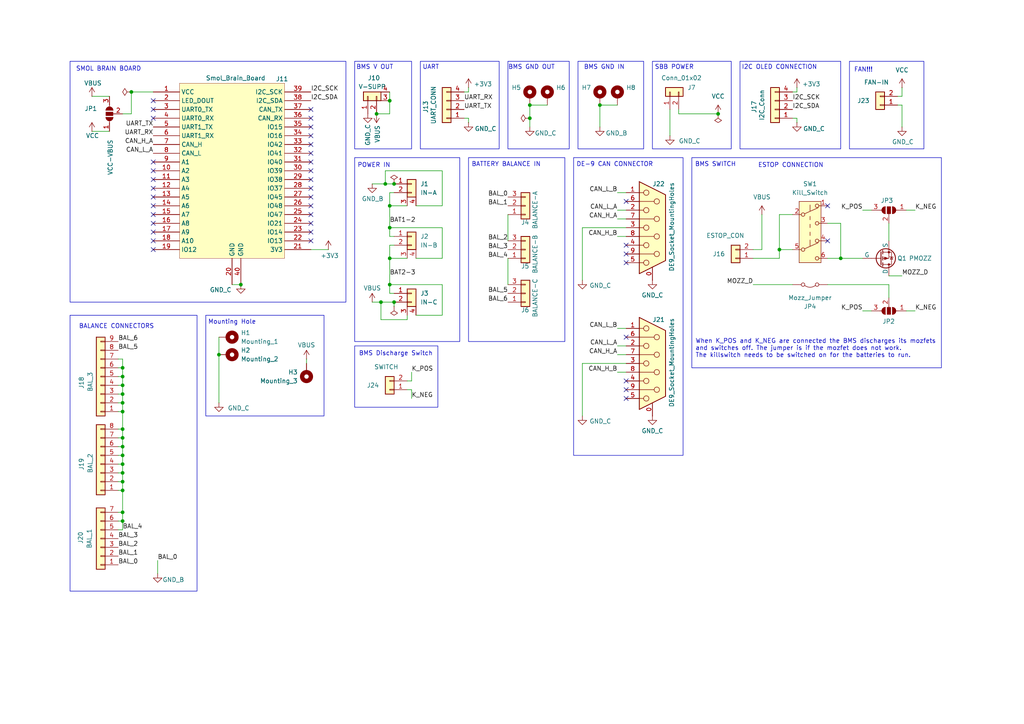
<source format=kicad_sch>
(kicad_sch (version 20250114) (generator "eeschema") (generator_version "9.0")
  (paper "A4")
  (polyline (pts (xy 33.1332 192.4736) (xy 33.1523 192.4745) (xy 33.1698 192.4763) (xy 33.1858 192.4788) (xy 33.2002 192.4823) (xy 33.2131 192.4866) (xy 33.219 192.4891) (xy 33.2246 192.4918) (xy 33.2298 192.4947) (xy 33.2347 192.4979) (xy 33.2393 192.5014) (xy 33.2435 192.505) (xy 33.2475 192.509) (xy 33.2511 192.5132) (xy 33.2544 192.5176) (xy 33.2574 192.5223) (xy 33.2602 192.5272) (xy 33.2626 192.5325) (xy 33.2667 192.5437) (xy 33.2698 192.5561) (xy 33.2718 192.5696) (xy 33.2732 192.5823) (xy 33.2737 192.5875) (xy 33.2739 192.5919) (xy 33.274 192.5956) (xy 33.2739 192.5973) (xy 33.2737 192.5987) (xy 33.2735 192.6001) (xy 33.2732 192.6013) (xy 33.2728 192.6024) (xy 33.2723 192.6033) (xy 33.2718 192.6042) (xy 33.2711 192.6049) (xy 33.2703 192.6056) (xy 33.2695 192.6061) (xy 33.2685 192.6066) (xy 33.2674 192.607) (xy 33.2662 192.6073) (xy 33.2649 192.6076) (xy 33.2619 192.6079) (xy 33.2584 192.6081) (xy 33.2497 192.6082) (xy 33.2456 192.6082) (xy 33.242 192.608) (xy 33.2388 192.6078) (xy 33.2359 192.6074) (xy 33.2347 192.6072) (xy 33.2335 192.6069) (xy 33.2323 192.6066) (xy 33.2313 192.6063) (xy 33.2303 192.6059) (xy 33.2295 192.6054) (xy 33.2286 192.6049) (xy 33.2279 192.6043) (xy 33.2272 192.6037) (xy 33.2266 192.6031) (xy 33.2261 192.6023) (xy 33.2256 192.6016) (xy 33.2251 192.6007) (xy 33.2248 192.5998) (xy 33.2244 192.5988) (xy 33.2241 192.5978) (xy 33.2239 192.5966) (xy 33.2237 192.5954) (xy 33.2234 192.5928) (xy 33.2232 192.5898) (xy 33.2232 192.5865) (xy 33.223 192.5806) (xy 33.2226 192.5749) (xy 33.2218 192.5696) (xy 33.2206 192.5646) (xy 33.2192 192.5598) (xy 33.2183 192.5576) (xy 33.2174 192.5554) (xy 33.2163 192.5532) (xy 33.2152 192.5512) (xy 33.214 192.5492) (xy 33.2127 192.5472) (xy 33.2114 192.5453) (xy 33.2099 192.5435) (xy 33.2083 192.5418) (xy 33.2067 192.5401) (xy 33.205 192.5385) (xy 33.2031 192.5369) (xy 33.1992 192.534) (xy 33.1949 192.5313) (xy 33.1903 192.5288) (xy 33.1852 192.5265) (xy 33.1798 192.5244) (xy 33.1724 192.5222) (xy 33.1643 192.5202) (xy 33.1554 192.5186) (xy 33.1461 192.5174) (xy 33.1363 192.5164) (xy 33.1262 192.5158) (xy 33.1159 192.5155) (xy 33.1055 192.5155) (xy 33.0952 192.5158) (xy 33.085 192.5164) (xy 33.0751 192.5174) (xy 33.0656 192.5186) (xy 33.0566 192.5202) (xy 33.0483 192.5221) (xy 33.0407 192.5242) (xy 33.0339 192.5267) (xy 33.0301 192.5284) (xy 33.0265 192.5301) (xy 33.0232 192.5319) (xy 33.0199 192.5339) (xy 33.0169 192.5359) (xy 33.014 192.5381) (xy 33.0113 192.5405) (xy 33.0088 192.543) (xy 33.0064 192.5457) (xy 33.0042 192.5485) (xy 33.0021 192.5516) (xy 33.0002 192.5549) (xy 32.9985 192.5584) (xy 32.9968 192.5621) (xy 32.9953 192.5661) (xy 32.994 192.5704) (xy 32.9928 192.5749) (xy 32.9917 192.5797) (xy 32.9907 192.5848) (xy 32.9898 192.5902) (xy 32.9891 192.596) (xy 32.9885 192.6021) (xy 32.9879 192.6085) (xy 32.9875 192.6154) (xy 32.9872 192.6225) (xy 32.987 192.6301) (xy 32.9868 192.6465) (xy 32.987 192.6646) (xy 32.9875 192.6845) (xy 32.9885 192.7149) (xy 32.9896 192.7383) (xy 32.9903 192.7477) (xy 32.9911 192.7559) (xy 32.9921 192.7629) (xy 32.9932 192.7689) (xy 32.9946 192.774) (xy 32.9963 192.7785) (xy 32.9983 192.7825) (xy 33.0007 192.786) (xy 33.0034 192.7893) (xy 33.0065 192.7926) (xy 33.0141 192.7995) (xy 33.018 192.8027) (xy 33.0217 192.8055) (xy 33.0235 192.8068) (xy 33.0253 192.8081) (xy 33.0271 192.8092) (xy 33.029 192.8103) (xy 33.0309 192.8113) (xy 33.0328 192.8122) (xy 33.0348 192.8131) (xy 33.0368 192.8139) (xy 33.039 192.8146) (xy 33.0412 192.8153) (xy 33.0435 192.8159) (xy 33.0459 192.8164) (xy 33.0485 192.817) (xy 33.0512 192.8174) (xy 33.054 192.8178) (xy 33.057 192.8182) (xy 33.0636 192.8188) (xy 33.0709 192.8192) (xy 33.0791 192.8195) (xy 33.0882 192.8197) (xy 33.0984 192.8198) (xy 33.1098 192.8199) (xy 33.1316 192.8197) (xy 33.149 192.8193) (xy 33.1563 192.8188) (xy 33.1627 192.8182) (xy 33.1684 192.8175) (xy 33.1734 192.8165) (xy 33.1779 192.8153) (xy 33.182 192.8139) (xy 33.1857 192.8122) (xy 33.1892 192.8103) (xy 33.1925 192.808) (xy 33.1957 192.8054) (xy 33.199 192.8024) (xy 33.2024 192.7991) (xy 33.205 192.7964) (xy 33.2074 192.7937) (xy 33.2096 192.7909) (xy 33.2117 192.788) (xy 33.2136 192.7851) (xy 33.2153 192.7822) (xy 33.2168 192.7792) (xy 33.2182 192.7761) (xy 33.2194 192.7729) (xy 33.2204 192.7696) (xy 33.2213 192.7663) (xy 33.222 192.7629) (xy 33.2225 192.7594) (xy 33.2229 192.7558) (xy 33.2231 192.7521) (xy 33.2232 192.7483) (xy 33.2232 192.7434) (xy 33.2233 192.739) (xy 33.2235 192.7352) (xy 33.2239 192.7319) (xy 33.2241 192.7304) (xy 33.2244 192.729) (xy 33.2247 192.7278) (xy 33.2251 192.7266) (xy 33.2255 192.7255) (xy 33.226 192.7246) (xy 33.2265 192.7237) (xy 33.2271 192.7229) (xy 33.2278 192.7222) (xy 33.2285 192.7215) (xy 33.2294 192.721) (xy 33.2303 192.7205) (xy 33.2312 192.72) (xy 33.2323 192.7196) (xy 33.2335 192.7193) (xy 33.2347 192.7191) (xy 33.2376 192.7187) (xy 33.2408 192.7184) (xy 33.2445 192.7183) (xy 33.2486 192.7183) (xy 33.2528 192.7183) (xy 33.2566 192.7184) (xy 33.2599 192.7187) (xy 33.2613 192.7188) (xy 33.2627 192.7191) (xy 33.264 192.7193) (xy 33.2651 192.7197) (xy 33.2662 192.7201) (xy 33.2672 192.7206) (xy 33.2681 192.7211) (xy 33.2689 192.7217) (xy 33.2697 192.7224) (xy 33.2703 192.7232) (xy 33.2709 192.7241) (xy 33.2714 192.7251) (xy 33.2719 192.7262) (xy 33.2723 192.7274) (xy 33.2727 192.7288) (xy 33.273 192.7302) (xy 33.2732 192.7318) (xy 33.2734 192.7335) (xy 33.2737 192.7373) (xy 33.2739 192.7418) (xy 33.274 192.7468) (xy 33.274 192.7526) (xy 33.2738 192.7609) (xy 33.2731 192.769) (xy 33.272 192.7768) (xy 33.2705 192.7844) (xy 33.2685 192.7917) (xy 33.2661 192.7987) (xy 33.2634 192.8055) (xy 33.2602 192.8119) (xy 33.2566 192.818) (xy 33.2526 192.8238) (xy 33.2483 192.8293) (xy 33.2435 192.8343) (xy 33.2384 192.8391) (xy 33.2329 192.8434) (xy 33.2271 192.8474) (xy 33.2209 192.8509) (xy 33.2141 192.8538) (xy 33.2054 192.8565) (xy 33.1951 192.859) (xy 33.1833 192.8612) (xy 33.1704 192.8632) (xy 33.1565 192.8649) (xy 33.142 192.8662) (xy 33.1271 192.8673) (xy 33.112 192.8681) (xy 33.0969 192.8685) (xy 33.0822 192.8685) (xy 33.0681 192.8682) (xy 33.0548 192.8675) (xy 33.0425 192.8664) (xy 33.0316 192.8648) (xy 33.0222 192.8629) (xy 33.0161 192.8612) (xy 33.0103 192.8594) (xy 33.0048 192.8573) (xy 32.9995 192.8551) (xy 32.9945 192.8526) (xy 32.9897 192.85) (xy 32.9852 192.847) (xy 32.9809 192.8439) (xy 32.9768 192.8405) (xy 32.9729 192.8368) (xy 32.9693 192.8328) (xy 32.9659 192.8286) (xy 32.9627 192.824) (xy 32.9597 192.8192) (xy 32.9569 192.814) (xy 32.9542 192.8085) (xy 32.9518 192.8027) (xy 32.9496 192.7965) (xy 32.9476 192.7899) (xy 32.9457 192.783) (xy 32.944 192.7757) (xy 32.9425 192.768) (xy 32.9411 192.76) (xy 32.9399 192.7515) (xy 32.9389 192.7425) (xy 32.938 192.7332) (xy 32.9366 192.7132) (xy 32.9358 192.6913) (xy 32.9355 192.6675) (xy 32.9358 192.6397) (xy 32.9368 192.6146) (xy 32.9387 192.5922) (xy 32.9415 192.5722) (xy 32.9433 192.5631) (xy 32.9453 192.5546) (xy 32.9477 192.5466) (xy 32.9504 192.5391) (xy 32.9534 192.5322) (xy 32.9567 192.5257) (xy 32.9604 192.5197) (xy 32.9644 192.5142) (xy 32.9688 192.5091) (xy 32.9736 192.5044) (xy 32.9788 192.5002) (xy 32.9845 192.4963) (xy 32.9905 192.4928) (xy 32.9971 192.4897) (xy 33.004 192.4869) (xy 33.0115 192.4844) (xy 33.0194 192.4822) (xy 33.0279 192.4803) (xy 33.0463 192.4773) (xy 33.0669 192.4752) (xy 33.0898 192.474) (xy 33.1124 192.4734) (xy 33.1332 192.4736)) (stroke (width -0.0001) (type solid)) (fill (type color)))
  (polyline (pts (xy 25.2508 177.125) (xy 25.9429 177.1288) (xy 25.9435 177.132) (xy 25.9442 177.14) (xy 25.9456 177.1694) (xy 25.9482 177.2751) (xy 25.9504 177.4299) (xy 25.9519 177.6177) (xy 25.9546 178.1) (xy 25.8276 178.1492) (xy 25.6244 178.2275) (xy 25.4635 178.2894) (xy 25.1968 178.3922) (xy 24.8116 178.5409) (xy 24.5703 178.634) (xy 24.357 178.7161) (xy 24.2189 178.7699) (xy 24.1631 178.7914) (xy 24.1004 178.8151) (xy 24.0103 178.8494) (xy 23.8887 178.8964) (xy 23.5924 179.0108) (xy 23.296 179.1251) (xy 22.9997 179.2394) (xy 22.7034 179.3537) (xy 22.407 179.468) (xy 22.1107 179.5825) (xy 21.9867 179.6304) (xy 21.8906 179.667) (xy 21.8106 179.6975) (xy 21.7255 179.7305) (xy 21.6502 179.7598) (xy 21.5942 179.7812) (xy 21.5708 179.7901) (xy 21.5382 179.8026) (xy 21.463 179.832) (xy 21.3778 179.8651) (xy 21.2979 179.8956) (xy 21.218 179.926) (xy 21.1328 179.959) (xy 20.9931 180.0133) (xy 20.8746 180.0589) (xy 20.741 180.1102) (xy 20.6751 180.1353) (xy 20.6778 178.9147) (xy 20.6798 178.1513) (xy 20.6818 177.9227) (xy 20.6854 177.7703) (xy 20.6914 177.6748) (xy 20.7006 177.6167) (xy 20.7137 177.5767) (xy 20.7315 177.5354) (xy 20.7402 177.5159) (xy 20.7497 177.4965) (xy 20.7601 177.4771) (xy 20.7714 177.4577) (xy 20.7835 177.4385) (xy 20.7963 177.4195) (xy 20.8097 177.4008) (xy 20.8239 177.3823) (xy 20.8386 177.3643) (xy 20.8539 177.3467) (xy 20.8698 177.3295) (xy 20.886 177.3129) (xy 20.9028 177.2969) (xy 20.9199 177.2815) (xy 20.9373 177.2669) (xy 20.955 177.2531) (xy 20.9643 177.2465) (xy 20.9754 177.2394) (xy 20.9881 177.2319) (xy 21.0021 177.2241) (xy 21.0332 177.208) (xy 21.0672 177.1919) (xy 21.1022 177.1765) (xy 21.1366 177.1627) (xy 21.153 177.1566) (xy 21.1685 177.1512) (xy 21.183 177.1466) (xy 21.1963 177.1429) (xy 21.2081 177.1403) (xy 21.2242 177.138) (xy 21.2478 177.136) (xy 21.2817 177.1342) (xy 21.3291 177.1327) (xy 21.3928 177.1314) (xy 21.476 177.1303) (xy 21.5817 177.1293) (xy 21.8724 177.1278) (xy 22.2889 177.1267) (xy 23.596 177.1249) (xy 25.2508 177.125)) (stroke (width -0.0001) (type solid)) (fill (type color)))
  (rectangle (start 200.66 45.72) (end 273.05 106.68))
  (rectangle (start 214.63 17.78) (end 243.84 43.18))
  (polyline (pts (xy 27.3768 192.4728) (xy 27.3804 192.4729) (xy 27.3835 192.4731) (xy 27.385 192.4733) (xy 27.3863 192.4735) (xy 27.3875 192.4738) (xy 27.3887 192.4741) (xy 27.3898 192.4744) (xy 27.3908 192.4748) (xy 27.3917 192.4753) (xy 27.3925 192.4758) (xy 27.3933 192.4764) (xy 27.394 192.477) (xy 27.3946 192.4777) (xy 27.3951 192.4785) (xy 27.3956 192.4794) (xy 27.3961 192.4803) (xy 27.3965 192.4813) (xy 27.3968 192.4824) (xy 27.3971 192.4836) (xy 27.3974 192.4849) (xy 27.3977 192.4878) (xy 27.398 192.491) (xy 27.3981 192.4947) (xy 27.3981 192.4989) (xy 27.3981 192.525) (xy 27.4236 192.5036) (xy 27.4296 192.499) (xy 27.4361 192.4947) (xy 27.4431 192.4909) (xy 27.4506 192.4874) (xy 27.4586 192.4843) (xy 27.467 192.4816) (xy 27.476 192.4794) (xy 27.4855 192.4775) (xy 27.4954 192.476) (xy 27.5059 192.4749) (xy 27.5168 192.4741) (xy 27.5283 192.4738) (xy 27.5402 192.4739) (xy 27.5526 192.4744) (xy 27.5655 192.4753) (xy 27.5789 192.4765) (xy 27.5912 192.478) (xy 27.6028 192.4799) (xy 27.6137 192.4822) (xy 27.6239 192.4848) (xy 27.6335 192.4878) (xy 27.6424 192.4912) (xy 27.6508 192.4951) (xy 27.6586 192.4994) (xy 27.6658 192.5041) (xy 27.6726 192.5093) (xy 27.6788 192.515) (xy 27.6845 192.5212) (xy 27.6898 192.5279) (xy 27.6947 192.5351) (xy 27.6992 192.5429) (xy 27.7032 192.5512) (xy 27.7057 192.5569) (xy 27.7079 192.5627) (xy 27.7099 192.5686) (xy 27.7117 192.5748) (xy 27.7132 192.5815) (xy 27.7145 192.5889) (xy 27.7157 192.597) (xy 27.7166 192.606) (xy 27.7174 192.6161) (xy 27.7181 192.6273) (xy 27.7186 192.64) (xy 27.719 192.6542) (xy 27.7193 192.67) (xy 27.7195 192.6876) (xy 27.7197 192.7289) (xy 27.7199 192.8707) (xy 27.6953 192.8707) (xy 27.6708 192.8707) (xy 27.6678 192.7273) (xy 27.6668 192.6839) (xy 27.6657 192.6496) (xy 27.6643 192.6232) (xy 27.6625 192.6033) (xy 27.6613 192.5953) (xy 27.66 192.5884) (xy 27.6585 192.5824) (xy 27.6567 192.5772) (xy 27.6547 192.5725) (xy 27.6525 192.5682) (xy 27.6471 192.5601) (xy 27.6425 192.5544) (xy 27.6373 192.5491) (xy 27.6316 192.5442) (xy 27.6255 192.5396) (xy 27.619 192.5355) (xy 27.6121 192.5317) (xy 27.6048 192.5283) (xy 27.5972 192.5253) (xy 27.5894 192.5227) (xy 27.5814 192.5205) (xy 27.5731 192.5186) (xy 27.5647 192.5171) (xy 27.5562 192.516) (xy 27.5475 192.5153) (xy 27.5302 192.515) (xy 27.5129 192.5162) (xy 27.5045 192.5174) (xy 27.4961 192.5189) (xy 27.4879 192.5208) (xy 27.4799 192.523) (xy 27.4722 192.5257) (xy 27.4648 192.5287) (xy 27.4576 192.5321) (xy 27.4508 192.5358) (xy 27.4445 192.5399) (xy 27.4385 192.5444) (xy 27.433 192.5492) (xy 27.428 192.5544) (xy 27.4236 192.5599) (xy 27.4197 192.5659) (xy 27.417 192.5707) (xy 27.4146 192.5756) (xy 27.4124 192.5806) (xy 27.4105 192.586) (xy 27.4088 192.5919) (xy 27.4073 192.5985) (xy 27.406 192.6058) (xy 27.4049 192.6141) (xy 27.4039 192.6235) (xy 27.403 192.6342) (xy 27.4023 192.6462) (xy 27.4016 192.6599) (xy 27.401 192.6752) (xy 27.4005 192.6924) (xy 27.3995 192.7331) (xy 27.3967 192.8707) (xy 27.372 192.8707) (xy 27.3473 192.8707) (xy 27.3473 192.6717) (xy 27.3473 192.4727) (xy 27.3727 192.4727) (xy 27.3768 192.4728)) (stroke (width -0.0001) (type solid)) (fill (type color)))
  (rectangle (start 102.87 100.33) (end 127 118.11))
  (polyline (pts (xy 31.2654 192.4739) (xy 31.2775 192.4745) (xy 31.2893 192.4754) (xy 31.3007 192.4766) (xy 31.3117 192.4782) (xy 31.3222 192.4801) (xy 31.3321 192.4822) (xy 31.3412 192.4847) (xy 31.3496 192.4874) (xy 31.357 192.4904) (xy 31.3636 192.4936) (xy 31.369 192.4971) (xy 31.3772 192.5034) (xy 31.3809 192.5065) (xy 31.3845 192.5097) (xy 31.3879 192.5129) (xy 31.3911 192.5162) (xy 31.3941 192.5196) (xy 31.3969 192.523) (xy 31.3996 192.5266) (xy 31.4021 192.5303) (xy 31.4044 192.5341) (xy 31.4065 192.5381) (xy 31.4085 192.5422) (xy 31.4104 192.5466) (xy 31.4121 192.5512) (xy 31.4137 192.5559) (xy 31.4151 192.561) (xy 31.4164 192.5662) (xy 31.4176 192.5718) (xy 31.4187 192.5776) (xy 31.4196 192.5837) (xy 31.4205 192.5902) (xy 31.4212 192.597) (xy 31.4218 192.6041) (xy 31.4228 192.6196) (xy 31.4235 192.6366) (xy 31.4238 192.6553) (xy 31.4239 192.6759) (xy 31.4237 192.6984) (xy 31.4233 192.7187) (xy 31.4225 192.7369) (xy 31.4213 192.7533) (xy 31.4197 192.7679) (xy 31.4176 192.781) (xy 31.415 192.7925) (xy 31.4117 192.8028) (xy 31.4078 192.8118) (xy 31.4032 192.8198) (xy 31.3979 192.827) (xy 31.3917 192.8334) (xy 31.3847 192.8391) (xy 31.3767 192.8444) (xy 31.3678 192.8494) (xy 31.3579 192.8542) (xy 31.3498 192.8573) (xy 31.3403 192.8601) (xy 31.3296 192.8626) (xy 31.3177 192.8647) (xy 31.305 192.8665) (xy 31.2915 192.868) (xy 31.2776 192.8691) (xy 31.2633 192.8698) (xy 31.2489 192.8701) (xy 31.2346 192.8701) (xy 31.2205 192.8697) (xy 31.2069 192.8689) (xy 31.1939 192.8677) (xy 31.1818 192.866) (xy 31.1707 192.864) (xy 31.1609 192.8616) (xy 31.1558 192.86) (xy 31.1509 192.8581) (xy 31.1462 192.8561) (xy 31.1417 192.8538) (xy 31.1373 192.8512) (xy 31.1332 192.8485) (xy 31.1292 192.8454) (xy 31.1253 192.8422) (xy 31.1217 192.8387) (xy 31.1182 192.8349) (xy 31.1149 192.8309) (xy 31.1117 192.8266) (xy 31.1087 192.8221) (xy 31.1059 192.8173) (xy 31.1033 192.8122) (xy 31.1008 192.8069) (xy 31.0984 192.8013) (xy 31.0962 192.7954) (xy 31.0942 192.7892) (xy 31.0923 192.7828) (xy 31.0906 192.776) (xy 31.0891 192.769) (xy 31.0877 192.7616) (xy 31.0864 192.754) (xy 31.0853 192.7461) (xy 31.0843 192.7378) (xy 31.0835 192.7293) (xy 31.0828 192.7204) (xy 31.0821 192.7071) (xy 31.1324 192.7071) (xy 31.1328 192.7197) (xy 31.1334 192.7314) (xy 31.1344 192.7421) (xy 31.1357 192.7518) (xy 31.1373 192.7607) (xy 31.1392 192.7688) (xy 31.1414 192.7761) (xy 31.144 192.7827) (xy 31.1469 192.7887) (xy 31.1502 192.7941) (xy 31.1538 192.799) (xy 31.1578 192.8034) (xy 31.1604 192.8059) (xy 31.1618 192.807) (xy 31.1632 192.8081) (xy 31.1646 192.8091) (xy 31.1661 192.8101) (xy 31.1676 192.811) (xy 31.1692 192.8119) (xy 31.1709 192.8127) (xy 31.1726 192.8134) (xy 31.1745 192.8141) (xy 31.1765 192.8147) (xy 31.1786 192.8153) (xy 31.1808 192.8159) (xy 31.1832 192.8164) (xy 31.1857 192.8169) (xy 31.1883 192.8173) (xy 31.1911 192.8177) (xy 31.1973 192.8183) (xy 31.2043 192.8189) (xy 31.212 192.8193) (xy 31.2208 192.8195) (xy 31.2305 192.8197) (xy 31.2413 192.8198) (xy 31.2532 192.8199) (xy 31.2777 192.8198) (xy 31.297 192.8193) (xy 31.3049 192.8189) (xy 31.3118 192.8183) (xy 31.3179 192.8176) (xy 31.3232 192.8167) (xy 31.3278 192.8155) (xy 31.332 192.814) (xy 31.3357 192.8123) (xy 31.3391 192.8103) (xy 31.3423 192.808) (xy 31.3455 192.8053) (xy 31.3487 192.8022) (xy 31.352 192.7988) (xy 31.3549 192.7955) (xy 31.3576 192.7923) (xy 31.36 192.7889) (xy 31.3611 192.7872) (xy 31.3621 192.7855) (xy 31.3631 192.7836) (xy 31.3641 192.7818) (xy 31.365 192.7798) (xy 31.3658 192.7778) (xy 31.3666 192.7758) (xy 31.3674 192.7736) (xy 31.3681 192.7713) (xy 31.3688 192.769) (xy 31.37 192.7639) (xy 31.3711 192.7583) (xy 31.3721 192.7521) (xy 31.3729 192.7453) (xy 31.3737 192.7378) (xy 31.3744 192.7295) (xy 31.3751 192.7205) (xy 31.3757 192.7105) (xy 31.3765 192.6939) (xy 31.377 192.6782) (xy 31.3772 192.6635) (xy 31.377 192.6496) (xy 31.3765 192.6365) (xy 31.3756 192.6243) (xy 31.3744 192.6129) (xy 31.3729 192.6023) (xy 31.371 192.5924) (xy 31.3687 192.5834) (xy 31.3661 192.575) (xy 31.3631 192.5674) (xy 31.3598 192.5604) (xy 31.3561 192.5542) (xy 31.352 192.5486) (xy 31.3475 192.5436) (xy 31.3442 192.5404) (xy 31.3411 192.5376) (xy 31.3395 192.5363) (xy 31.3379 192.5351) (xy 31.3363 192.534) (xy 31.3346 192.5329) (xy 31.3329 192.5319) (xy 31.3312 192.531) (xy 31.3294 192.5301) (xy 31.3275 192.5294) (xy 31.3255 192.5286) (xy 31.3234 192.528) (xy 31.3213 192.5274) (xy 31.3189 192.5268) (xy 31.3165 192.5263) (xy 31.3139 192.5259) (xy 31.3111 192.5255) (xy 31.3082 192.5251) (xy 31.3051 192.5248) (xy 31.3018 192.5246) (xy 31.2946 192.5241) (xy 31.2864 192.5238) (xy 31.2773 192.5237) (xy 31.267 192.5236) (xy 31.2556 192.5235) (xy 31.2341 192.5237) (xy 31.2168 192.5242) (xy 31.2095 192.5246) (xy 31.203 192.5252) (xy 31.1971 192.526) (xy 31.1919 192.5269) (xy 31.1871 192.5281) (xy 31.1828 192.5295) (xy 31.1788 192.5311) (xy 31.175 192.533) (xy 31.1714 192.5352) (xy 31.1678 192.5376) (xy 31.1641 192.5404) (xy 31.1604 192.5436) (xy 31.1565 192.547) (xy 31.1547 192.5486) (xy 31.1531 192.5502) (xy 31.1515 192.5518) (xy 31.1501 192.5534) (xy 31.1487 192.555) (xy 31.1474 192.5566) (xy 31.1462 192.5583) (xy 31.1451 192.5601) (xy 31.1441 192.5619) (xy 31.1431 192.5638) (xy 31.1423 192.5659) (xy 31.1414 192.568) (xy 31.1407 192.5703) (xy 31.14 192.5727) (xy 31.1393 192.5754) (xy 31.1388 192.5782) (xy 31.1382 192.5811) (xy 31.1377 192.5844) (xy 31.1372 192.5878) (xy 31.1368 192.5915) (xy 31.1364 192.5954) (xy 31.136 192.5996) (xy 31.1353 192.6089) (xy 31.1347 192.6195) (xy 31.1341 192.6314) (xy 31.1335 192.6449) (xy 31.1324 192.6784) (xy 31.1324 192.7071) (xy 31.0821 192.7071) (xy 31.0819 192.7018) (xy 31.0815 192.6818) (xy 31.0817 192.6562) (xy 31.0828 192.6326) (xy 31.0846 192.611) (xy 31.0873 192.5914) (xy 31.091 192.5735) (xy 31.0956 192.5574) (xy 31.0983 192.55) (xy 31.1012 192.543) (xy 31.1044 192.5364) (xy 31.1078 192.5302) (xy 31.1116 192.5244) (xy 31.1156 192.5189) (xy 31.1199 192.5138) (xy 31.1245 192.5091) (xy 31.1294 192.5047) (xy 31.1345 192.5006) (xy 31.14 192.4969) (xy 31.1458 192.4935) (xy 31.152 192.4904) (xy 31.1584 192.4876) (xy 31.1723 192.4829) (xy 31.1876 192.4792) (xy 31.2042 192.4766) (xy 31.2163 192.4753) (xy 31.2285 192.4744) (xy 31.2409 192.4739) (xy 31.2532 192.4737) (xy 31.2654 192.4739)) (stroke (width -0.0001) (type solid)) (fill (type color)))
  (polyline (pts (xy 25.1629 192.5913) (xy 25.1629 192.8707) (xy 25.1333 192.8707) (xy 25.1287 192.8706) (xy 25.1245 192.8705) (xy 25.1209 192.8703) (xy 25.1177 192.87) (xy 25.1149 192.8695) (xy 25.1136 192.8692) (xy 25.1125 192.8689) (xy 25.1114 192.8685) (xy 25.1104 192.868) (xy 25.1095 192.8676) (xy 25.1087 192.867) (xy 25.108 192.8664) (xy 25.1073 192.8658) (xy 25.1067 192.8651) (xy 25.1062 192.8643) (xy 25.1057 192.8635) (xy 25.1053 192.8626) (xy 25.1049 192.8616) (xy 25.1046 192.8605) (xy 25.1044 192.8594) (xy 25.1042 192.8582) (xy 25.1039 192.8556) (xy 25.1037 192.8526) (xy 25.1037 192.8492) (xy 25.1037 192.8278) (xy 25.0784 192.8465) (xy 25.0746 192.8492) (xy 25.0707 192.8517) (xy 25.0668 192.8539) (xy 25.0628 192.8559) (xy 25.0586 192.8577) (xy 25.0542 192.8593) (xy 25.0494 192.8607) (xy 25.0443 192.862) (xy 25.0387 192.8631) (xy 25.0327 192.8641) (xy 25.0261 192.8649) (xy 25.019 192.8656) (xy 25.0111 192.8662) (xy 25.0026 192.8667) (xy 24.9933 192.8672) (xy 24.9831 192.8676) (xy 24.9685 192.8679) (xy 24.9538 192.8679) (xy 24.9394 192.8677) (xy 24.9257 192.8672) (xy 24.9131 192.8664) (xy 24.902 192.8655) (xy 24.8928 192.8643) (xy 24.8859 192.8629) (xy 24.8788 192.861) (xy 24.8721 192.859) (xy 24.8657 192.8569) (xy 24.8596 192.8546) (xy 24.8538 192.8521) (xy 24.8483 192.8495) (xy 24.843 192.8467) (xy 24.8381 192.8437) (xy 24.8334 192.8405) (xy 24.829 192.8371) (xy 24.8248 192.8334) (xy 24.8209 192.8295) (xy 24.8172 192.8254) (xy 24.8138 192.8209) (xy 24.8105 192.8162) (xy 24.8076 192.8112) (xy 24.8048 192.8059) (xy 24.8022 192.8002) (xy 24.7998 192.7942) (xy 24.7976 192.7879) (xy 24.7957 192.7812) (xy 24.7938 192.7741) (xy 24.7922 192.7667) (xy 24.7907 192.7588) (xy 24.7894 192.7506) (xy 24.7882 192.7419) (xy 24.7863 192.7232) (xy 24.7848 192.7027) (xy 24.7839 192.6802) (xy 24.7835 192.6658) (xy 24.8348 192.6658) (xy 24.835 192.6795) (xy 24.8356 192.6933) (xy 24.8368 192.7073) (xy 24.8388 192.724) (xy 24.8399 192.7312) (xy 24.841 192.7377) (xy 24.8422 192.7437) (xy 24.8436 192.7492) (xy 24.8451 192.7542) (xy 24.8468 192.7589) (xy 24.8487 192.7633) (xy 24.8509 192.7675) (xy 24.8534 192.7715) (xy 24.8561 192.7754) (xy 24.8592 192.7794) (xy 24.8627 192.7834) (xy 24.8666 192.7876) (xy 24.8708 192.7919) (xy 24.8756 192.7967) (xy 24.88 192.8008) (xy 24.884 192.8044) (xy 24.886 192.8061) (xy 24.8879 192.8076) (xy 24.8898 192.809) (xy 24.8917 192.8103) (xy 24.8936 192.8114) (xy 24.8956 192.8125) (xy 24.8976 192.8135) (xy 24.8996 192.8144) (xy 24.9018 192.8152) (xy 24.904 192.8159) (xy 24.9063 192.8166) (xy 24.9087 192.8171) (xy 24.9113 192.8176) (xy 24.914 192.8181) (xy 24.9169 192.8185) (xy 24.92 192.8188) (xy 24.9232 192.819) (xy 24.9267 192.8193) (xy 24.9343 192.8196) (xy 24.9429 192.8198) (xy 24.9526 192.8198) (xy 24.9635 192.8199) (xy 24.9789 192.8197) (xy 24.9931 192.819) (xy 25.0063 192.818) (xy 25.0183 192.8165) (xy 25.0239 192.8156) (xy 25.0291 192.8146) (xy 25.0341 192.8135) (xy 25.0387 192.8123) (xy 25.043 192.811) (xy 25.047 192.8097) (xy 25.0506 192.8082) (xy 25.054 192.8066) (xy 25.0573 192.8048) (xy 25.0605 192.8028) (xy 25.0636 192.8008) (xy 25.0666 192.7985) (xy 25.0694 192.7962) (xy 25.0721 192.7937) (xy 25.0746 192.7911) (xy 25.0771 192.7883) (xy 25.0794 192.7853) (xy 25.0816 192.7822) (xy 25.0837 192.7789) (xy 25.0857 192.7755) (xy 25.0876 192.7718) (xy 25.0893 192.768) (xy 25.0909 192.764) (xy 25.0925 192.7598) (xy 25.0939 192.7553) (xy 25.0952 192.7507) (xy 25.0964 192.7459) (xy 25.0975 192.7408) (xy 25.0986 192.7356) (xy 25.0995 192.7301) (xy 25.1003 192.7243) (xy 25.101 192.7184) (xy 25.1022 192.7057) (xy 25.103 192.692) (xy 25.1035 192.6772) (xy 25.1036 192.6614) (xy 25.1034 192.6446) (xy 25.1029 192.6292) (xy 25.1019 192.6151) (xy 25.1004 192.6023) (xy 25.0984 192.5908) (xy 25.096 192.5803) (xy 25.0929 192.571) (xy 25.0893 192.5626) (xy 25.0872 192.5588) (xy 25.085 192.5552) (xy 25.0826 192.5518) (xy 25.08 192.5486) (xy 25.0773 192.5456) (xy 25.0744 192.5428) (xy 25.0713 192.5401) (xy 25.068 192.5377) (xy 25.0608 192.5332) (xy 25.0528 192.5293) (xy 25.0439 192.526) (xy 25.0342 192.523) (xy 25.0247 192.5208) (xy 25.0146 192.5191) (xy 25.0039 192.5178) (xy 24.9929 192.517) (xy 24.9815 192.5166) (xy 24.9701 192.5167) (xy 24.9586 192.5172) (xy 24.9472 192.5181) (xy 24.9361 192.5194) (xy 24.9254 192.521) (xy 24.9151 192.5231) (xy 24.9055 192.5255) (xy 24.8967 192.5282) (xy 24.8887 192.5313) (xy 24.8817 192.5347) (xy 24.8759 192.5384) (xy 24.8731 192.5407) (xy 24.8703 192.5432) (xy 24.8677 192.546) (xy 24.8651 192.5491) (xy 24.8626 192.5524) (xy 24.8602 192.556) (xy 24.8579 192.5598) (xy 24.8558 192.5638) (xy 24.8517 192.5725) (xy 24.848 192.5821) (xy 24.8447 192.5923) (xy 24.8419 192.6033) (xy 24.8395 192.6148) (xy 24.8376 192.6269) (xy 24.8362 192.6395) (xy 24.8353 192.6525) (xy 24.8348 192.6658) (xy 24.7835 192.6658) (xy 24.7831 192.6518) (xy 24.7828 192.629) (xy 24.7829 192.6194) (xy 24.7832 192.6108) (xy 24.7838 192.603) (xy 24.7845 192.5959) (xy 24.7855 192.5894) (xy 24.7867 192.5834) (xy 24.7882 192.5777) (xy 24.79 192.5721) (xy 24.7921 192.5666) (xy 24.7945 192.561) (xy 24.8004 192.5489) (xy 24.8034 192.5434) (xy 24.8064 192.5382) (xy 24.8095 192.5331) (xy 24.8127 192.5283) (xy 24.816 192.5238) (xy 24.8194 192.5194) (xy 24.823 192.5153) (xy 24.8267 192.5114) (xy 24.8305 192.5078) (xy 24.8345 192.5043) (xy 24.8386 192.5011) (xy 24.8429 192.498) (xy 24.8474 192.4952) (xy 24.8521 192.4925) (xy 24.857 192.4901) (xy 24.862 192.4878) (xy 24.8673 192.4857) (xy 24.8728 192.4838) (xy 24.8786 192.4821) (xy 24.8846 192.4806) (xy 24.8908 192.4792) (xy 24.8973 192.478) (xy 24.9041 192.477) (xy 24.9111 192.4762) (xy 24.9184 192.4754) (xy 24.926 192.4749) (xy 24.934 192.4745) (xy 24.9422 192.4742) (xy 24.9596 192.4741) (xy 24.9784 192.4746) (xy 25.003 192.4756) (xy 25.0226 192.4768) (xy 25.0309 192.4775) (xy 25.0382 192.4783) (xy 25.0446 192.4793) (xy 25.0504 192.4804) (xy 25.0555 192.4817) (xy 25.0601 192.4833) (xy 25.0643 192.485) (xy 25.0681 192.487) (xy 25.0717 192.4892) (xy 25.0752 192.4917) (xy 25.0786 192.4946) (xy 25.0821 192.4978) (xy 25.1037 192.518) (xy 25.1037 192.4149) (xy 25.1037 192.3119) (xy 25.1333 192.3119) (xy 25.1629 192.3119) (xy 25.1629 192.5913)) (stroke (width -0.0001) (type solid)) (fill (type color)))
  (polyline (pts (xy 23.4823 192.6166) (xy 23.5014 192.6728) (xy 23.5181 192.7194) (xy 23.5249 192.7376) (xy 23.5304 192.7516) (xy 23.5345 192.7607) (xy 23.5358 192.7633) (xy 23.5367 192.7645) (xy 23.5371 192.7645) (xy 23.5377 192.7641) (xy 23.5391 192.7623) (xy 23.5411 192.759) (xy 23.5435 192.7544) (xy 23.5463 192.7485) (xy 23.5495 192.7414) (xy 23.5569 192.7239) (xy 23.5655 192.7025) (xy 23.5751 192.6777) (xy 23.5855 192.6502) (xy 23.5962 192.6206) (xy 23.6492 192.4727) (xy 23.6775 192.4727) (xy 23.7057 192.4727) (xy 23.6646 192.5892) (xy 23.6039 192.7609) (xy 23.5856 192.8106) (xy 23.5727 192.8419) (xy 23.5678 192.852) (xy 23.5634 192.8589) (xy 23.5595 192.8634) (xy 23.5557 192.8659) (xy 23.5519 192.8669) (xy 23.5477 192.867) (xy 23.5375 192.8664) (xy 23.5089 192.8664) (xy 23.4577 192.7119) (xy 23.4373 192.6519) (xy 23.4196 192.6028) (xy 23.4123 192.5839) (xy 23.4065 192.5696) (xy 23.4023 192.5606) (xy 23.4009 192.5582) (xy 23.3999 192.5574) (xy 23.3996 192.5574) (xy 23.3993 192.5574) (xy 23.3989 192.5575) (xy 23.3986 192.5576) (xy 23.3983 192.5576) (xy 23.398 192.5578) (xy 23.3977 192.5579) (xy 23.3974 192.558) (xy 23.3971 192.5582) (xy 23.3968 192.5583) (xy 23.3965 192.5585) (xy 23.3963 192.5587) (xy 23.396 192.559) (xy 23.3958 192.5592) (xy 23.3955 192.5594) (xy 23.3953 192.5597) (xy 23.3951 192.56) (xy 23.3949 192.5602) (xy 23.3947 192.5605) (xy 23.3945 192.5608) (xy 23.3943 192.5612) (xy 23.3942 192.5615) (xy 23.394 192.5618) (xy 23.3939 192.5622) (xy 23.3938 192.5625) (xy 23.3937 192.5629) (xy 23.3936 192.5632) (xy 23.3935 192.5636) (xy 23.3935 192.564) (xy 23.3934 192.5644) (xy 23.3934 192.5648) (xy 23.3934 192.5652) (xy 23.3931 192.5667) (xy 23.3923 192.5698) (xy 23.3893 192.5799) (xy 23.3845 192.595) (xy 23.3782 192.6144) (xy 23.3617 192.6634) (xy 23.3416 192.7218) (xy 23.2899 192.8707) (xy 23.2624 192.8707) (xy 23.258 192.8706) (xy 23.254 192.8704) (xy 23.2505 192.8701) (xy 23.2488 192.8699) (xy 23.2473 192.8696) (xy 23.2458 192.8692) (xy 23.2444 192.8688) (xy 23.243 192.8683) (xy 23.2417 192.8678) (xy 23.2405 192.8671) (xy 23.2393 192.8664) (xy 23.2382 192.8656) (xy 23.2371 192.8647) (xy 23.2361 192.8638) (xy 23.2351 192.8627) (xy 23.2341 192.8615) (xy 23.2331 192.8602) (xy 23.2322 192.8588) (xy 23.2312 192.8573) (xy 23.2303 192.8556) (xy 23.2293 192.8539) (xy 23.2275 192.85) (xy 23.2255 192.8455) (xy 23.2235 192.8404) (xy 23.2213 192.8347) (xy 23.1881 192.7437) (xy 23.147 192.6272) (xy 23.1119 192.5255) (xy 23.1011 192.4929) (xy 23.0971 192.4792) (xy 23.0971 192.4788) (xy 23.0972 192.4784) (xy 23.0974 192.4781) (xy 23.0976 192.4777) (xy 23.0979 192.4774) (xy 23.0983 192.4771) (xy 23.0987 192.4768) (xy 23.0992 192.4765) (xy 23.0997 192.4762) (xy 23.1003 192.4759) (xy 23.1009 192.4757) (xy 23.1016 192.4754) (xy 23.1024 192.4752) (xy 23.1032 192.475) (xy 23.104 192.4748) (xy 23.1049 192.4746) (xy 23.1068 192.4744) (xy 23.1089 192.4741) (xy 23.1111 192.474) (xy 23.1134 192.4739) (xy 23.1159 192.4739) (xy 23.1184 192.4739) (xy 23.1211 192.4741) (xy 23.1238 192.4743) (xy 23.1264 192.4745) (xy 23.1289 192.4747) (xy 23.1333 192.4749) (xy 23.1353 192.475) (xy 23.1371 192.4753) (xy 23.1389 192.4757) (xy 23.1406 192.4764) (xy 23.1415 192.4768) (xy 23.1423 192.4773) (xy 23.1431 192.4778) (xy 23.1439 192.4785) (xy 23.1448 192.4792) (xy 23.1456 192.48) (xy 23.1464 192.4809) (xy 23.1473 192.4819) (xy 23.149 192.4843) (xy 23.1509 192.4872) (xy 23.1528 192.4906) (xy 23.1548 192.4947) (xy 23.157 192.4993) (xy 23.1594 192.5047) (xy 23.162 192.5108) (xy 23.1648 192.5176) (xy 23.1678 192.5253) (xy 23.1711 192.5339) (xy 23.1786 192.5539) (xy 23.1875 192.5781) (xy 23.1978 192.6067) (xy 23.224 192.679) (xy 23.2322 192.7009) (xy 23.2397 192.7201) (xy 23.2464 192.7363) (xy 23.2524 192.7494) (xy 23.2574 192.7593) (xy 23.2596 192.7629) (xy 23.2615 192.7657) (xy 23.2632 192.7676) (xy 23.2646 192.7687) (xy 23.2652 192.7688) (xy 23.2658 192.7687) (xy 23.2662 192.7684) (xy 23.2666 192.7679) (xy 23.2689 192.7627) (xy 23.2729 192.7522) (xy 23.2853 192.7181) (xy 23.3021 192.6705) (xy 23.3216 192.6146) (xy 23.3703 192.4727) (xy 23.4023 192.4727) (xy 23.4343 192.4727) (xy 23.4823 192.6166)) (stroke (width -0.0001) (type solid)) (fill (type color)))
  (rectangle (start 59.69 91.44) (end 93.98 120.65))
  (rectangle (start 102.87 45.72) (end 133.35 99.06))
  (rectangle (start 121.92 17.78) (end 144.78 43.18))
  (polyline (pts (xy 24.6803 192.5913) (xy 24.6803 192.8707) (xy 24.6507 192.8707) (xy 24.6211 192.8707) (xy 24.6211 192.5913) (xy 24.6211 192.3119) (xy 24.6507 192.3119) (xy 24.6803 192.3119) (xy 24.6803 192.5913)) (stroke (width -0.0001) (type solid)) (fill (type color)))
  (polyline (pts (xy 30.7615 192.3132) (xy 30.8076 192.3142) (xy 30.8443 192.3153) (xy 30.873 192.3167) (xy 30.8951 192.3185) (xy 30.9041 192.3196) (xy 30.9119 192.3209) (xy 30.9189 192.3224) (xy 30.9251 192.3241) (xy 30.9307 192.326) (xy 30.9358 192.3282) (xy 30.9457 192.3333) (xy 30.9495 192.3356) (xy 30.9532 192.338) (xy 30.9567 192.3405) (xy 30.9602 192.3431) (xy 30.9634 192.3458) (xy 30.9666 192.3486) (xy 30.9696 192.3515) (xy 30.9725 192.3546) (xy 30.9752 192.3577) (xy 30.9778 192.3609) (xy 30.9803 192.3643) (xy 30.9827 192.3678) (xy 30.9849 192.3714) (xy 30.987 192.3751) (xy 30.989 192.3789) (xy 30.9909 192.3829) (xy 30.9926 192.387) (xy 30.9942 192.3913) (xy 30.9957 192.3956) (xy 30.9971 192.4002) (xy 30.9984 192.4048) (xy 30.9995 192.4096) (xy 31.0006 192.4146) (xy 31.0015 192.4197) (xy 31.0023 192.425) (xy 31.003 192.4304) (xy 31.0041 192.4417) (xy 31.0047 192.4536) (xy 31.0049 192.4662) (xy 31.0048 192.4835) (xy 31.0045 192.4908) (xy 31.0042 192.4974) (xy 31.0037 192.5034) (xy 31.003 192.5088) (xy 31.002 192.5138) (xy 31.0009 192.5183) (xy 30.9995 192.5225) (xy 30.9979 192.5265) (xy 30.9959 192.5304) (xy 30.9936 192.5342) (xy 30.991 192.538) (xy 30.988 192.5419) (xy 30.9846 192.546) (xy 30.9807 192.5504) (xy 30.9565 192.5774) (xy 30.9807 192.5978) (xy 31.0049 192.6182) (xy 31.0049 192.7444) (xy 31.0049 192.8707) (xy 30.9795 192.8707) (xy 30.9541 192.8707) (xy 30.9541 192.7652) (xy 30.9539 192.7424) (xy 30.9534 192.7209) (xy 30.9525 192.7011) (xy 30.9514 192.6832) (xy 30.9499 192.6676) (xy 30.9483 192.6546) (xy 30.9464 192.6447) (xy 30.9453 192.641) (xy 30.9443 192.6382) (xy 30.9429 192.6353) (xy 30.9413 192.6325) (xy 30.9395 192.6299) (xy 30.9376 192.6275) (xy 30.9355 192.6251) (xy 30.9331 192.6229) (xy 30.9306 192.6208) (xy 30.9278 192.6188) (xy 30.9248 192.6169) (xy 30.9215 192.6151) (xy 30.918 192.6135) (xy 30.9143 192.612) (xy 30.9102 192.6105) (xy 30.9059 192.6092) (xy 30.9013 192.608) (xy 30.8963 192.6069) (xy 30.8911 192.6059) (xy 30.8855 192.605) (xy 30.8796 192.6042) (xy 30.8734 192.6034) (xy 30.8668 192.6028) (xy 30.8598 192.6023) (xy 30.8447 192.6014) (xy 30.8281 192.601) (xy 30.8098 192.6008) (xy 30.7897 192.6009) (xy 30.7679 192.6014) (xy 30.662 192.604) (xy 30.6597 192.7373) (xy 30.6574 192.8707) (xy 30.6322 192.8707) (xy 30.607 192.8707) (xy 30.607 192.5905) (xy 30.607 192.5489) (xy 30.6572 192.5489) (xy 30.7829 192.5489) (xy 30.8211 192.5488) (xy 30.8511 192.5484) (xy 30.8741 192.5476) (xy 30.8834 192.547) (xy 30.8914 192.5462) (xy 30.8982 192.5453) (xy 30.904 192.5441) (xy 30.909 192.5427) (xy 30.9134 192.5411) (xy 30.9171 192.5393) (xy 30.9205 192.5372) (xy 30.9237 192.5347) (xy 30.9267 192.532) (xy 30.929 192.5298) (xy 30.9312 192.5274) (xy 30.9333 192.5248) (xy 30.9353 192.5222) (xy 30.9372 192.5194) (xy 30.939 192.5165) (xy 30.9406 192.5135) (xy 30.9422 192.5103) (xy 30.945 192.5038) (xy 30.9473 192.4969) (xy 30.9492 192.4897) (xy 30.9507 192.4822) (xy 30.9516 192.4745) (xy 30.9521 192.4666) (xy 30.9521 192.4586) (xy 30.9517 192.4505) (xy 30.9507 192.4423) (xy 30.9493 192.4342) (xy 30.9473 192.4261) (xy 30.9448 192.4181) (xy 30.9432 192.4138) (xy 30.9415 192.4097) (xy 30.9397 192.4058) (xy 30.9378 192.4021) (xy 30.9357 192.3986) (xy 30.9334 192.3953) (xy 30.931 192.3923) (xy 30.9284 192.3894) (xy 30.9255 192.3866) (xy 30.9224 192.3841) (xy 30.9191 192.3817) (xy 30.9155 192.3796) (xy 30.9116 192.3775) (xy 30.9075 192.3757) (xy 30.903 192.374) (xy 30.8982 192.3724) (xy 30.893 192.371) (xy 30.8875 192.3698) (xy 30.8817 192.3686) (xy 30.8754 192.3677) (xy 30.8688 192.3668) (xy 30.8617 192.3661) (xy 30.8542 192.3655) (xy 30.8462 192.365) (xy 30.8378 192.3646) (xy 30.8288 192.3643) (xy 30.8095 192.364) (xy 30.788 192.3641) (xy 30.7643 192.3645) (xy 30.662 192.3669) (xy 30.6596 192.4579) (xy 30.6572 192.5489) (xy 30.607 192.5489) (xy 30.607 192.3103) (xy 30.7615 192.3132)) (stroke (width -0.0001) (type solid)) (fill (type color)))
  (polyline (pts (xy 26.5463 183.3295) (xy 26.5531 183.3316) (xy 26.5768 183.3398) (xy 26.6595 183.3702) (xy 26.7803 183.4159) (xy 26.9282 183.4727) (xy 27.1441 183.5557) (xy 27.4786 183.6844) (xy 27.6265 183.7412) (xy 27.7326 183.7816) (xy 27.8386 183.822) (xy 27.9866 183.8791) (xy 28.1246 183.9323) (xy 28.2067 183.9636) (xy 28.2888 183.9949) (xy 28.4268 184.0483) (xy 28.5748 184.1055) (xy 28.6808 184.1459) (xy 28.7608 184.1764) (xy 28.8459 184.2094) (xy 28.9212 184.2386) (xy 28.9537 184.2509) (xy 28.9772 184.2596) (xy 28.9996 184.2679) (xy 29.0294 184.2792) (xy 29.0628 184.2919) (xy 29.0957 184.3047) (xy 29.9593 184.637) (xy 30.2222 184.7373) (xy 30.3572 184.7894) (xy 30.8525 184.9798) (xy 31.3478 185.1701) (xy 31.5216 185.237) (xy 31.7485 185.3231) (xy 31.786 185.3374) (xy 31.8173 185.3497) (xy 31.8391 185.3586) (xy 31.8454 185.3614) (xy 31.848 185.3628) (xy 31.8493 185.4314) (xy 31.85 185.6153) (xy 31.8495 186.2171) (xy 31.8474 187.0678) (xy 31.7966 187.0479) (xy 31.4621 186.9186) (xy 30.8695 186.69) (xy 30.3826 186.5024) (xy 29.9826 186.348) (xy 29.7392 186.2543) (xy 29.5169 186.1687) (xy 29.3663 186.1103) (xy 29.1677 186.0338) (xy 28.9544 185.9517) (xy 28.8163 185.8979) (xy 28.7605 185.8764) (xy 28.6978 185.8527) (xy 28.6076 185.8184) (xy 28.4861 185.7714) (xy 28.1898 185.657) (xy 27.8934 185.5427) (xy 27.5971 185.4284) (xy 27.3008 185.3141) (xy 27.0044 185.1998) (xy 26.6588 185.0665) (xy 26.5841 185.0367) (xy 26.5536 185.0233) (xy 26.5345 185.013) (xy 26.5345 184.1709) (xy 26.5367 183.5393) (xy 26.5393 183.3814) (xy 26.5411 183.3419) (xy 26.5431 183.3287) (xy 26.5463 183.3295)) (stroke (width -0.0001) (type solid)) (fill (type color)))
  (polyline (pts (xy 32.8337 192.6717) (xy 32.8337 192.8707) (xy 32.8041 192.8707) (xy 32.7745 192.8707) (xy 32.7745 192.6717) (xy 32.7745 192.4727) (xy 32.8041 192.4727) (xy 32.8337 192.4727) (xy 32.8337 192.6717)) (stroke (width -0.0001) (type solid)) (fill (type color)))
  (polyline (pts (xy 29.4386 192.6069) (xy 29.439 192.6596) (xy 29.4403 192.7017) (xy 29.4414 192.7192) (xy 29.4429 192.7345) (xy 29.4447 192.7479) (xy 29.447 192.7595) (xy 29.4498 192.7695) (xy 29.4531 192.778) (xy 29.457 192.7852) (xy 29.4614 192.7914) (xy 29.4665 192.7965) (xy 29.4723 192.8009) (xy 29.4788 192.8047) (xy 29.486 192.8081) (xy 29.4939 192.811) (xy 29.5026 192.8134) (xy 29.512 192.8155) (xy 29.522 192.8171) (xy 29.5325 192.8183) (xy 29.5432 192.8191) (xy 29.5542 192.8195) (xy 29.5652 192.8195) (xy 29.5762 192.8191) (xy 29.5871 192.8183) (xy 29.5976 192.8171) (xy 29.6078 192.8154) (xy 29.6174 192.8134) (xy 29.6263 192.811) (xy 29.6344 192.8082) (xy 29.6417 192.805) (xy 29.6459 192.8029) (xy 29.6498 192.8007) (xy 29.6536 192.7986) (xy 29.6571 192.7964) (xy 29.6604 192.7941) (xy 29.6634 192.7917) (xy 29.6663 192.7892) (xy 29.669 192.7865) (xy 29.6715 192.7837) (xy 29.6738 192.7806) (xy 29.676 192.7774) (xy 29.6779 192.7739) (xy 29.6798 192.7701) (xy 29.6814 192.766) (xy 29.6829 192.7615) (xy 29.6843 192.7567) (xy 29.6855 192.7516) (xy 29.6866 192.746) (xy 29.6876 192.74) (xy 29.6885 192.7335) (xy 29.6892 192.7265) (xy 29.6899 192.719) (xy 29.6905 192.711) (xy 29.691 192.7024) (xy 29.6917 192.6835) (xy 29.6921 192.6619) (xy 29.6924 192.6376) (xy 29.6925 192.6103) (xy 29.6926 192.4727) (xy 29.7222 192.4727) (xy 29.7519 192.4727) (xy 29.7519 192.6717) (xy 29.7519 192.8707) (xy 29.7222 192.8707) (xy 29.7176 192.8706) (xy 29.7135 192.8705) (xy 29.7098 192.8703) (xy 29.7066 192.87) (xy 29.7038 192.8695) (xy 29.7026 192.8692) (xy 29.7014 192.8689) (xy 29.7003 192.8685) (xy 29.6994 192.868) (xy 29.6985 192.8676) (xy 29.6977 192.867) (xy 29.6969 192.8664) (xy 29.6962 192.8658) (xy 29.6956 192.8651) (xy 29.6951 192.8643) (xy 29.6946 192.8635) (xy 29.6942 192.8626) (xy 29.6939 192.8616) (xy 29.6936 192.8605) (xy 29.6933 192.8594) (xy 29.6931 192.8582) (xy 29.6928 192.8556) (xy 29.6927 192.8526) (xy 29.6926 192.8492) (xy 29.6926 192.8278) (xy 29.6673 192.8465) (xy 29.6641 192.8487) (xy 29.6603 192.8508) (xy 29.6517 192.8547) (xy 29.6415 192.8581) (xy 29.63 192.8611) (xy 29.6174 192.8637) (xy 29.604 192.8658) (xy 29.5899 192.8675) (xy 29.5754 192.8687) (xy 29.5607 192.8694) (xy 29.546 192.8695) (xy 29.5316 192.8692) (xy 29.5176 192.8683) (xy 29.5042 192.8668) (xy 29.4917 192.8648) (xy 29.4803 192.8622) (xy 29.4703 192.8591) (xy 29.457 192.8539) (xy 29.4509 192.8512) (xy 29.4452 192.8485) (xy 29.4398 192.8458) (xy 29.4348 192.8429) (xy 29.4301 192.8398) (xy 29.4258 192.8366) (xy 29.4217 192.8331) (xy 29.4179 192.8294) (xy 29.4144 192.8255) (xy 29.4112 192.8212) (xy 29.4083 192.8165) (xy 29.4056 192.8115) (xy 29.4031 192.8061) (xy 29.4009 192.8003) (xy 29.3989 192.7939) (xy 29.3971 192.7871) (xy 29.3955 192.7798) (xy 29.3941 192.7718) (xy 29.3929 192.7633) (xy 29.3918 192.7542) (xy 29.3909 192.7444) (xy 29.3901 192.7339) (xy 29.389 192.7107) (xy 29.3883 192.6843) (xy 29.3879 192.6546) (xy 29.3878 192.6212) (xy 29.3878 192.4727) (xy 29.4132 192.4727) (xy 29.4386 192.4727) (xy 29.4386 192.6069)) (stroke (width -0.0001) (type solid)) (fill (type color)))
  (polyline (pts (xy 27.9804 192.4739) (xy 27.9924 192.4745) (xy 28.0042 192.4754) (xy 28.0157 192.4766) (xy 28.0267 192.4782) (xy 28.0371 192.4801) (xy 28.047 192.4822) (xy 28.0561 192.4847) (xy 28.0645 192.4874) (xy 28.072 192.4904) (xy 28.0785 192.4936) (xy 28.0839 192.4971) (xy 28.0921 192.5034) (xy 28.0959 192.5065) (xy 28.0994 192.5097) (xy 28.1028 192.5129) (xy 28.106 192.5162) (xy 28.109 192.5196) (xy 28.1119 192.523) (xy 28.1145 192.5266) (xy 28.117 192.5303) (xy 28.1193 192.5341) (xy 28.1215 192.5381) (xy 28.1235 192.5422) (xy 28.1253 192.5466) (xy 28.127 192.5512) (xy 28.1286 192.5559) (xy 28.13 192.561) (xy 28.1314 192.5662) (xy 28.1325 192.5718) (xy 28.1336 192.5776) (xy 28.1345 192.5837) (xy 28.1354 192.5902) (xy 28.1361 192.597) (xy 28.1368 192.6041) (xy 28.1377 192.6196) (xy 28.1384 192.6366) (xy 28.1387 192.6553) (xy 28.1388 192.6759) (xy 28.1387 192.6984) (xy 28.1382 192.7187) (xy 28.1374 192.7369) (xy 28.1363 192.7533) (xy 28.1347 192.7679) (xy 28.1326 192.781) (xy 28.1299 192.7925) (xy 28.1267 192.8028) (xy 28.1228 192.8118) (xy 28.1182 192.8198) (xy 28.1128 192.827) (xy 28.1066 192.8334) (xy 28.0996 192.8391) (xy 28.0916 192.8444) (xy 28.0827 192.8494) (xy 28.0728 192.8542) (xy 28.0648 192.8573) (xy 28.0553 192.8601) (xy 28.0445 192.8626) (xy 28.0326 192.8647) (xy 28.0199 192.8665) (xy 28.0065 192.868) (xy 27.9925 192.8691) (xy 27.9782 192.8698) (xy 27.9638 192.8701) (xy 27.9495 192.8701) (xy 27.9354 192.8697) (xy 27.9218 192.8689) (xy 27.9089 192.8677) (xy 27.8968 192.866) (xy 27.8857 192.864) (xy 27.8758 192.8616) (xy 27.8707 192.86) (xy 27.8659 192.8581) (xy 27.8611 192.8561) (xy 27.8566 192.8538) (xy 27.8523 192.8512) (xy 27.8481 192.8485) (xy 27.8441 192.8454) (xy 27.8403 192.8422) (xy 27.8366 192.8387) (xy 27.8331 192.8349) (xy 27.8298 192.8309) (xy 27.8267 192.8266) (xy 27.8237 192.8221) (xy 27.8208 192.8173) (xy 27.8182 192.8122) (xy 27.8157 192.8069) (xy 27.8133 192.8013) (xy 27.8112 192.7954) (xy 27.8091 192.7892) (xy 27.8073 192.7828) (xy 27.8056 192.776) (xy 27.804 192.769) (xy 27.8026 192.7616) (xy 27.8013 192.754) (xy 27.8002 192.7461) (xy 27.7992 192.7378) (xy 27.7984 192.7293) (xy 27.7977 192.7204) (xy 27.7971 192.7071) (xy 27.8473 192.7071) (xy 27.8477 192.7197) (xy 27.8484 192.7314) (xy 27.8493 192.7421) (xy 27.8506 192.7518) (xy 27.8522 192.7607) (xy 27.8541 192.7688) (xy 27.8563 192.7761) (xy 27.8589 192.7827) (xy 27.8618 192.7887) (xy 27.8651 192.7941) (xy 27.8687 192.799) (xy 27.8727 192.8034) (xy 27.8754 192.8059) (xy 27.8767 192.807) (xy 27.8781 192.8081) (xy 27.8795 192.8091) (xy 27.881 192.8101) (xy 27.8825 192.811) (xy 27.8841 192.8119) (xy 27.8858 192.8127) (xy 27.8876 192.8134) (xy 27.8894 192.8141) (xy 27.8914 192.8147) (xy 27.8935 192.8153) (xy 27.8957 192.8159) (xy 27.8981 192.8164) (xy 27.9006 192.8169) (xy 27.9032 192.8173) (xy 27.9061 192.8177) (xy 27.9122 192.8183) (xy 27.9192 192.8189) (xy 27.927 192.8193) (xy 27.9357 192.8195) (xy 27.9454 192.8197) (xy 27.9562 192.8198) (xy 27.9682 192.8199) (xy 27.9927 192.8198) (xy 28.0119 192.8193) (xy 28.0198 192.8189) (xy 28.0267 192.8183) (xy 28.0328 192.8176) (xy 28.0381 192.8167) (xy 28.0428 192.8155) (xy 28.0469 192.814) (xy 28.0506 192.8123) (xy 28.054 192.8103) (xy 28.0573 192.808) (xy 28.0604 192.8053) (xy 28.0636 192.8022) (xy 28.0669 192.7988) (xy 28.0699 192.7955) (xy 28.0725 192.7923) (xy 28.0749 192.7889) (xy 28.076 192.7872) (xy 28.0771 192.7855) (xy 28.0781 192.7836) (xy 28.079 192.7818) (xy 28.0799 192.7798) (xy 28.0808 192.7778) (xy 28.0816 192.7758) (xy 28.0823 192.7736) (xy 28.083 192.7713) (xy 28.0837 192.769) (xy 28.0849 192.7639) (xy 28.086 192.7583) (xy 28.087 192.7521) (xy 28.0879 192.7453) (xy 28.0886 192.7378) (xy 28.0893 192.7295) (xy 28.09 192.7205) (xy 28.0906 192.7105) (xy 28.0914 192.6939) (xy 28.0919 192.6782) (xy 28.0921 192.6635) (xy 28.0919 192.6496) (xy 28.0914 192.6365) (xy 28.0906 192.6243) (xy 28.0894 192.6129) (xy 28.0878 192.6023) (xy 28.0859 192.5924) (xy 28.0836 192.5834) (xy 28.081 192.575) (xy 28.0781 192.5674) (xy 28.0747 192.5604) (xy 28.071 192.5542) (xy 28.0669 192.5486) (xy 28.0625 192.5436) (xy 28.0592 192.5404) (xy 28.056 192.5376) (xy 28.0544 192.5363) (xy 28.0528 192.5351) (xy 28.0512 192.534) (xy 28.0496 192.5329) (xy 28.0479 192.5319) (xy 28.0461 192.531) (xy 28.0443 192.5301) (xy 28.0424 192.5294) (xy 28.0405 192.5286) (xy 28.0384 192.528) (xy 28.0362 192.5274) (xy 28.0339 192.5268) (xy 28.0314 192.5263) (xy 28.0288 192.5259) (xy 28.0261 192.5255) (xy 28.0231 192.5251) (xy 28.02 192.5248) (xy 28.0167 192.5246) (xy 28.0095 192.5241) (xy 28.0013 192.5238) (xy 27.9922 192.5237) (xy 27.9819 192.5236) (xy 27.9705 192.5235) (xy 27.949 192.5237) (xy 27.9318 192.5242) (xy 27.9245 192.5246) (xy 27.9179 192.5252) (xy 27.9121 192.526) (xy 27.9068 192.5269) (xy 27.9021 192.5281) (xy 27.8977 192.5295) (xy 27.8937 192.5311) (xy 27.8899 192.533) (xy 27.8863 192.5352) (xy 27.8827 192.5376) (xy 27.8791 192.5404) (xy 27.8753 192.5436) (xy 27.8714 192.547) (xy 27.8697 192.5486) (xy 27.868 192.5502) (xy 27.8665 192.5518) (xy 27.865 192.5534) (xy 27.8636 192.555) (xy 27.8624 192.5566) (xy 27.8612 192.5583) (xy 27.8601 192.5601) (xy 27.859 192.5619) (xy 27.8581 192.5638) (xy 27.8572 192.5659) (xy 27.8564 192.568) (xy 27.8556 192.5703) (xy 27.8549 192.5727) (xy 27.8543 192.5754) (xy 27.8537 192.5782) (xy 27.8531 192.5811) (xy 27.8526 192.5844) (xy 27.8522 192.5878) (xy 27.8517 192.5915) (xy 27.8513 192.5954) (xy 27.851 192.5996) (xy 27.8503 192.6089) (xy 27.8496 192.6195) (xy 27.849 192.6314) (xy 27.8484 192.6449) (xy 27.8473 192.6784) (xy 27.8473 192.7071) (xy 27.7971 192.7071) (xy 27.7968 192.7018) (xy 27.7964 192.6818) (xy 27.7967 192.6562) (xy 27.7977 192.6326) (xy 27.7996 192.611) (xy 27.8023 192.5914) (xy 27.8059 192.5735) (xy 27.8105 192.5574) (xy 27.8132 192.55) (xy 27.8161 192.543) (xy 27.8193 192.5364) (xy 27.8228 192.5302) (xy 27.8265 192.5244) (xy 27.8305 192.5189) (xy 27.8348 192.5138) (xy 27.8394 192.5091) (xy 27.8443 192.5047) (xy 27.8495 192.5006) (xy 27.855 192.4969) (xy 27.8608 192.4935) (xy 27.8669 192.4904) (xy 27.8734 192.4876) (xy 27.8872 192.4829) (xy 27.9025 192.4792) (xy 27.9192 192.4766) (xy 27.9312 192.4753) (xy 27.9435 192.4744) (xy 27.9558 192.4739) (xy 27.9681 192.4737) (xy 27.9804 192.4739)) (stroke (width -0.0001) (type solid)) (fill (type color)))
  (polyline (pts (xy 33.5636 192.473) (xy 33.5841 192.4737) (xy 33.6026 192.475) (xy 33.6194 192.4769) (xy 33.6346 192.4794) (xy 33.6481 192.4826) (xy 33.6602 192.4866) (xy 33.6709 192.4913) (xy 33.6758 192.494) (xy 33.6804 192.4969) (xy 33.6846 192.5001) (xy 33.6886 192.5034) (xy 33.6923 192.507) (xy 33.6957 192.5108) (xy 33.6989 192.5149) (xy 33.7019 192.5192) (xy 33.7071 192.5287) (xy 33.7115 192.5392) (xy 33.7153 192.5509) (xy 33.7183 192.5637) (xy 33.7193 192.5684) (xy 33.7201 192.5725) (xy 33.7206 192.5761) (xy 33.721 192.5792) (xy 33.7211 192.5805) (xy 33.7211 192.5818) (xy 33.721 192.583) (xy 33.7209 192.584) (xy 33.7207 192.585) (xy 33.7204 192.5859) (xy 33.72 192.5867) (xy 33.7196 192.5874) (xy 33.719 192.588) (xy 33.7184 192.5886) (xy 33.7177 192.5891) (xy 33.7168 192.5895) (xy 33.7159 192.5899) (xy 33.7149 192.5902) (xy 33.7137 192.5904) (xy 33.7125 192.5907) (xy 33.7096 192.591) (xy 33.7063 192.5912) (xy 33.7024 192.5912) (xy 33.698 192.5913) (xy 33.6945 192.5912) (xy 33.6913 192.5911) (xy 33.6883 192.5908) (xy 33.6857 192.5905) (xy 33.6833 192.59) (xy 33.6811 192.5894) (xy 33.6793 192.5887) (xy 33.6784 192.5883) (xy 33.6776 192.5879) (xy 33.6769 192.5874) (xy 33.6762 192.5869) (xy 33.6756 192.5864) (xy 33.675 192.5858) (xy 33.6745 192.5852) (xy 33.674 192.5845) (xy 33.6736 192.5839) (xy 33.6732 192.5831) (xy 33.6729 192.5824) (xy 33.6727 192.5815) (xy 33.6724 192.5807) (xy 33.6722 192.5798) (xy 33.672 192.5779) (xy 33.6719 192.5758) (xy 33.6719 192.575) (xy 33.6718 192.5741) (xy 33.6715 192.5723) (xy 33.6709 192.5703) (xy 33.6702 192.5682) (xy 33.6693 192.566) (xy 33.6682 192.5637) (xy 33.6669 192.5613) (xy 33.6655 192.5589) (xy 33.664 192.5564) (xy 33.6623 192.5539) (xy 33.6605 192.5515) (xy 33.6586 192.549) (xy 33.6566 192.5466) (xy 33.6545 192.5443) (xy 33.6523 192.542) (xy 33.6501 192.5398) (xy 33.6464 192.5364) (xy 33.6446 192.5349) (xy 33.6429 192.5334) (xy 33.6411 192.5321) (xy 33.6394 192.5308) (xy 33.6376 192.5296) (xy 33.6358 192.5285) (xy 33.6339 192.5275) (xy 33.6319 192.5266) (xy 33.6299 192.5257) (xy 33.6277 192.5249) (xy 33.6254 192.5242) (xy 33.623 192.5235) (xy 33.6204 192.5229) (xy 33.6176 192.5224) (xy 33.6147 192.5219) (xy 33.6115 192.5215) (xy 33.6082 192.5211) (xy 33.6045 192.5207) (xy 33.6006 192.5205) (xy 33.5965 192.5202) (xy 33.5873 192.5198) (xy 33.5767 192.5196) (xy 33.5648 192.5194) (xy 33.5513 192.5193) (xy 33.5361 192.5193) (xy 33.5174 192.5194) (xy 33.5007 192.5197) (xy 33.4859 192.5203) (xy 33.473 192.5212) (xy 33.4617 192.5225) (xy 33.452 192.5242) (xy 33.4437 192.5265) (xy 33.4401 192.5278) (xy 33.4368 192.5293) (xy 33.4338 192.5309) (xy 33.4311 192.5327) (xy 33.4286 192.5346) (xy 33.4265 192.5368) (xy 33.4245 192.5391) (xy 33.4228 192.5416) (xy 33.4214 192.5443) (xy 33.4201 192.5472) (xy 33.4181 192.5536) (xy 33.4167 192.561) (xy 33.4159 192.5693) (xy 33.4154 192.5786) (xy 33.4153 192.5834) (xy 33.4154 192.5878) (xy 33.4157 192.5921) (xy 33.4161 192.5961) (xy 33.4167 192.6) (xy 33.4175 192.6036) (xy 33.4184 192.607) (xy 33.4196 192.6103) (xy 33.421 192.6133) (xy 33.4227 192.6162) (xy 33.4245 192.6188) (xy 33.4266 192.6213) (xy 33.429 192.6237) (xy 33.4316 192.6258) (xy 33.4346 192.6278) (xy 33.4377 192.6297) (xy 33.4412 192.6314) (xy 33.445 192.6329) (xy 33.4491 192.6343) (xy 33.4535 192.6356) (xy 33.4583 192.6367) (xy 33.4634 192.6377) (xy 33.4688 192.6386) (xy 33.4747 192.6394) (xy 33.4808 192.6401) (xy 33.4874 192.6406) (xy 33.5017 192.6415) (xy 33.5176 192.642) (xy 33.5353 192.6421) (xy 33.5689 192.6426) (xy 33.5838 192.6432) (xy 33.5976 192.644) (xy 33.6103 192.6452) (xy 33.6219 192.6466) (xy 33.6326 192.6483) (xy 33.6425 192.6504) (xy 33.6515 192.6528) (xy 33.6598 192.6556) (xy 33.6674 192.6588) (xy 33.6744 192.6623) (xy 33.6809 192.6663) (xy 33.687 192.6707) (xy 33.6926 192.6755) (xy 33.698 192.6808) (xy 33.701 192.6842) (xy 33.7038 192.6875) (xy 33.7063 192.6908) (xy 33.7074 192.6924) (xy 33.7085 192.694) (xy 33.7095 192.6957) (xy 33.7104 192.6974) (xy 33.7112 192.6991) (xy 33.7121 192.7009) (xy 33.7128 192.7027) (xy 33.7135 192.7046) (xy 33.7141 192.7065) (xy 33.7147 192.7086) (xy 33.7152 192.7107) (xy 33.7157 192.7128) (xy 33.7162 192.7151) (xy 33.7166 192.7175) (xy 33.7172 192.7225) (xy 33.7177 192.7281) (xy 33.7181 192.7342) (xy 33.7183 192.7409) (xy 33.7185 192.7483) (xy 33.7185 192.7564) (xy 33.7183 192.7718) (xy 33.7181 192.7785) (xy 33.7177 192.7846) (xy 33.7172 192.7902) (xy 33.7166 192.7953) (xy 33.7157 192.7999) (xy 33.7147 192.8042) (xy 33.7135 192.8081) (xy 33.7121 192.8118) (xy 33.7104 192.8153) (xy 33.7085 192.8187) (xy 33.7063 192.822) (xy 33.7038 192.8252) (xy 33.701 192.8285) (xy 33.698 192.8319) (xy 33.6957 192.8342) (xy 33.6932 192.8365) (xy 33.6905 192.8388) (xy 33.6876 192.841) (xy 33.6845 192.8433) (xy 33.6813 192.8455) (xy 33.678 192.8477) (xy 33.6746 192.8498) (xy 33.6711 192.8518) (xy 33.6676 192.8537) (xy 33.664 192.8555) (xy 33.6605 192.8572) (xy 33.6571 192.8587) (xy 33.6537 192.86) (xy 33.6503 192.8612) (xy 33.6472 192.8622) (xy 33.6396 192.8639) (xy 33.6301 192.8654) (xy 33.6191 192.8666) (xy 33.6066 192.8676) (xy 33.5787 192.869) (xy 33.5484 192.8695) (xy 33.5179 192.8691) (xy 33.4892 192.8678) (xy 33.4761 192.8668) (xy 33.4643 192.8655) (xy 33.454 192.8641) (xy 33.4455 192.8624) (xy 33.4426 192.8617) (xy 33.4397 192.8609) (xy 33.4338 192.859) (xy 33.4279 192.8569) (xy 33.4222 192.8546) (xy 33.4169 192.8521) (xy 33.4144 192.8509) (xy 33.4121 192.8496) (xy 33.4099 192.8484) (xy 33.408 192.8472) (xy 33.4062 192.846) (xy 33.4047 192.8448) (xy 33.4011 192.8416) (xy 33.3976 192.8378) (xy 33.3941 192.8337) (xy 33.3907 192.8291) (xy 33.3874 192.8243) (xy 33.3843 192.8192) (xy 33.3814 192.8138) (xy 33.3787 192.8084) (xy 33.3762 192.8028) (xy 33.3739 192.7971) (xy 33.372 192.7915) (xy 33.3703 192.7859) (xy 33.3689 192.7805) (xy 33.368 192.7752) (xy 33.3673 192.7701) (xy 33.3671 192.7653) (xy 33.3672 192.7622) (xy 33.3673 192.7593) (xy 33.3676 192.7568) (xy 33.3678 192.7557) (xy 33.368 192.7546) (xy 33.3683 192.7535) (xy 33.3686 192.7526) (xy 33.3689 192.7517) (xy 33.3693 192.7508) (xy 33.3698 192.75) (xy 33.3702 192.7493) (xy 33.3707 192.7486) (xy 33.3713 192.748) (xy 33.3719 192.7474) (xy 33.3726 192.7468) (xy 33.3733 192.7464) (xy 33.3741 192.7459) (xy 33.3749 192.7455) (xy 33.3758 192.7452) (xy 33.3767 192.7449) (xy 33.3777 192.7446) (xy 33.3788 192.7444) (xy 33.3799 192.7442) (xy 33.3824 192.7439) (xy 33.3851 192.7437) (xy 33.3881 192.7437) (xy 33.3909 192.7437) (xy 33.3935 192.7439) (xy 33.3959 192.7443) (xy 33.3971 192.7445) (xy 33.3982 192.7448) (xy 33.3993 192.7451) (xy 33.4003 192.7455) (xy 33.4013 192.7459) (xy 33.4022 192.7463) (xy 33.4031 192.7468) (xy 33.404 192.7473) (xy 33.4048 192.7479) (xy 33.4056 192.7485) (xy 33.4064 192.7491) (xy 33.4071 192.7498) (xy 33.4078 192.7506) (xy 33.4085 192.7514) (xy 33.4091 192.7522) (xy 33.4097 192.7531) (xy 33.4103 192.7541) (xy 33.4109 192.7551) (xy 33.4114 192.7561) (xy 33.4119 192.7572) (xy 33.4129 192.7596) (xy 33.4137 192.7622) (xy 33.4145 192.765) (xy 33.4156 192.7689) (xy 33.4167 192.7727) (xy 33.418 192.7763) (xy 33.4195 192.7797) (xy 33.4211 192.783) (xy 33.4228 192.7861) (xy 33.4247 192.789) (xy 33.4267 192.7918) (xy 33.4289 192.7944) (xy 33.4313 192.7968) (xy 33.4339 192.7991) (xy 33.4367 192.8013) (xy 33.4397 192.8033) (xy 33.4429 192.8052) (xy 33.4464 192.807) (xy 33.4501 192.8086) (xy 33.454 192.8101) (xy 33.4582 192.8115) (xy 33.4627 192.8127) (xy 33.4674 192.8139) (xy 33.4724 192.8149) (xy 33.4777 192.8158) (xy 33.4833 192.8166) (xy 33.4892 192.8174) (xy 33.4954 192.818) (xy 33.5019 192.8185) (xy 33.516 192.8193) (xy 33.5315 192.8197) (xy 33.5484 192.8199) (xy 33.5673 192.8198) (xy 33.5842 192.8194) (xy 33.5992 192.8187) (xy 33.6125 192.8176) (xy 33.6241 192.8162) (xy 33.6341 192.8142) (xy 33.6427 192.8118) (xy 33.6465 192.8103) (xy 33.65 192.8087) (xy 33.6531 192.807) (xy 33.656 192.805) (xy 33.6585 192.803) (xy 33.6608 192.8007) (xy 33.6629 192.7982) (xy 33.6647 192.7956) (xy 33.6662 192.7927) (xy 33.6676 192.7897) (xy 33.6687 192.7864) (xy 33.6696 192.783) (xy 33.671 192.7753) (xy 33.6717 192.7668) (xy 33.6719 192.7572) (xy 33.6718 192.7473) (xy 33.6715 192.7428) (xy 33.6712 192.7386) (xy 33.6707 192.7346) (xy 33.67 192.7308) (xy 33.6692 192.7273) (xy 33.6681 192.724) (xy 33.6669 192.7209) (xy 33.6654 192.718) (xy 33.6637 192.7153) (xy 33.6617 192.7128) (xy 33.6595 192.7105) (xy 33.6569 192.7084) (xy 33.6541 192.7064) (xy 33.6509 192.7046) (xy 33.6473 192.7029) (xy 33.6434 192.7013) (xy 33.6391 192.6999) (xy 33.6344 192.6986) (xy 33.6293 192.6974) (xy 33.6238 192.6963) (xy 33.6178 192.6953) (xy 33.6113 192.6943) (xy 33.5969 192.6927) (xy 33.5805 192.6912) (xy 33.5618 192.6899) (xy 33.5407 192.6887) (xy 33.5198 192.6874) (xy 33.4994 192.6858) (xy 33.4799 192.6841) (xy 33.462 192.6821) (xy 33.446 192.6801) (xy 33.4326 192.6781) (xy 33.4222 192.676) (xy 33.4184 192.6751) (xy 33.4154 192.6741) (xy 33.4113 192.6723) (xy 33.4073 192.6702) (xy 33.4035 192.6677) (xy 33.3998 192.6649) (xy 33.3963 192.6618) (xy 33.393 192.6584) (xy 33.3899 192.6548) (xy 33.3869 192.6509) (xy 33.3842 192.6467) (xy 33.3816 192.6424) (xy 33.3792 192.6378) (xy 33.377 192.6331) (xy 33.3751 192.6281) (xy 33.3733 192.623) (xy 33.3717 192.6178) (xy 33.3704 192.6124) (xy 33.3692 192.607) (xy 33.3683 192.6014) (xy 33.3676 192.5957) (xy 33.3671 192.59) (xy 33.3669 192.5843) (xy 33.3669 192.5785) (xy 33.3671 192.5727) (xy 33.3675 192.5669) (xy 33.3683 192.5611) (xy 33.3692 192.5554) (xy 33.3704 192.5497) (xy 33.3719 192.544) (xy 33.3736 192.5385) (xy 33.3756 192.533) (xy 33.3779 192.5277) (xy 33.3804 192.5224) (xy 33.3823 192.5189) (xy 33.3843 192.5156) (xy 33.3865 192.5124) (xy 33.3887 192.5093) (xy 33.3911 192.5064) (xy 33.3937 192.5036) (xy 33.3964 192.501) (xy 33.3992 192.4985) (xy 33.4023 192.4962) (xy 33.4055 192.494) (xy 33.4089 192.4919) (xy 33.4126 192.4899) (xy 33.4164 192.4881) (xy 33.4204 192.4863) (xy 33.4247 192.4847) (xy 33.4292 192.4832) (xy 33.434 192.4819) (xy 33.439 192.4806) (xy 33.4443 192.4794) (xy 33.4499 192.4784) (xy 33.4557 192.4774) (xy 33.4618 192.4766) (xy 33.4683 192.4758) (xy 33.475 192.4751) (xy 33.4895 192.474) (xy 33.5053 192.4733) (xy 33.5225 192.4729) (xy 33.5413 192.4727) (xy 33.5636 192.473)) (stroke (width -0.0001) (type solid)) (fill (type color)))
  (rectangle (start 102.87 17.78) (end 119.38 43.18))
  (rectangle (start 20.32 17.78) (end 100.33 87.63))
  (polyline (pts (xy 26.6245 192.3972) (xy 26.6259 192.3973) (xy 26.6271 192.3975) (xy 26.6283 192.3978) (xy 26.6294 192.3982) (xy 26.6303 192.3987) (xy 26.6312 192.3992) (xy 26.632 192.3999) (xy 26.6327 192.4007) (xy 26.6333 192.4016) (xy 26.6338 192.4026) (xy 26.6343 192.4038) (xy 26.6347 192.4051) (xy 26.635 192.4066) (xy 26.6353 192.4082) (xy 26.6355 192.4099) (xy 26.6357 192.4119) (xy 26.6359 192.4163) (xy 26.6361 192.4214) (xy 26.6361 192.4341) (xy 26.6361 192.4727) (xy 26.7293 192.4727) (xy 26.8224 192.4727) (xy 26.8224 192.4981) (xy 26.8224 192.5235) (xy 26.7293 192.5235) (xy 26.6361 192.5235) (xy 26.6361 192.6538) (xy 26.6364 192.7079) (xy 26.6369 192.7299) (xy 26.6378 192.7489) (xy 26.6392 192.765) (xy 26.6413 192.7786) (xy 26.6441 192.7897) (xy 26.6458 192.7944) (xy 26.6477 192.7987) (xy 26.6499 192.8024) (xy 26.6523 192.8057) (xy 26.655 192.8085) (xy 26.658 192.8109) (xy 26.6612 192.813) (xy 26.6648 192.8147) (xy 26.6687 192.816) (xy 26.673 192.8171) (xy 26.6825 192.8184) (xy 26.6936 192.8189) (xy 26.7063 192.8188) (xy 26.7208 192.8182) (xy 26.7384 192.8173) (xy 26.7456 192.8168) (xy 26.7519 192.8162) (xy 26.7574 192.8155) (xy 26.7622 192.8146) (xy 26.7663 192.8135) (xy 26.7699 192.8122) (xy 26.7715 192.8114) (xy 26.773 192.8106) (xy 26.7744 192.8096) (xy 26.7757 192.8086) (xy 26.7769 192.8075) (xy 26.7781 192.8064) (xy 26.7802 192.8037) (xy 26.7823 192.8006) (xy 26.7843 192.797) (xy 26.7863 192.7929) (xy 26.7885 192.7883) (xy 26.7903 192.7845) (xy 26.7921 192.7811) (xy 26.7939 192.778) (xy 26.7958 192.7752) (xy 26.7976 192.7726) (xy 26.7985 192.7715) (xy 26.7995 192.7704) (xy 26.8005 192.7694) (xy 26.8014 192.7684) (xy 26.8024 192.7675) (xy 26.8035 192.7667) (xy 26.8045 192.766) (xy 26.8056 192.7653) (xy 26.8067 192.7646) (xy 26.8078 192.764) (xy 26.809 192.7635) (xy 26.8102 192.763) (xy 26.8114 192.7626) (xy 26.8127 192.7622) (xy 26.814 192.7619) (xy 26.8154 192.7616) (xy 26.8182 192.7611) (xy 26.8213 192.7609) (xy 26.8245 192.7608) (xy 26.828 192.7608) (xy 26.8311 192.7609) (xy 26.8339 192.7612) (xy 26.8351 192.7613) (xy 26.8363 192.7615) (xy 26.8374 192.7618) (xy 26.8385 192.7621) (xy 26.8395 192.7624) (xy 26.8404 192.7628) (xy 26.8412 192.7632) (xy 26.842 192.7636) (xy 26.8428 192.7641) (xy 26.8434 192.7647) (xy 26.844 192.7653) (xy 26.8446 192.766) (xy 26.8451 192.7667) (xy 26.8455 192.7675) (xy 26.8459 192.7683) (xy 26.8463 192.7692) (xy 26.8466 192.7702) (xy 26.8469 192.7712) (xy 26.8471 192.7724) (xy 26.8473 192.7735) (xy 26.8476 192.7761) (xy 26.8477 192.779) (xy 26.8478 192.7822) (xy 26.8475 192.7886) (xy 26.8468 192.7951) (xy 26.8455 192.8014) (xy 26.8438 192.8077) (xy 26.8417 192.8138) (xy 26.8391 192.8197) (xy 26.8362 192.8254) (xy 26.8329 192.8308) (xy 26.8292 192.836) (xy 26.8252 192.8409) (xy 26.821 192.8454) (xy 26.8164 192.8495) (xy 26.8116 192.8532) (xy 26.8066 192.8564) (xy 26.8014 192.8591) (xy 26.7987 192.8603) (xy 26.796 192.8613) (xy 26.7877 192.8638) (xy 26.7786 192.8659) (xy 26.7688 192.8676) (xy 26.7583 192.8689) (xy 26.7474 192.8699) (xy 26.7362 192.8704) (xy 26.7248 192.8706) (xy 26.7133 192.8704) (xy 26.7019 192.8698) (xy 26.6908 192.8689) (xy 26.68 192.8676) (xy 26.6697 192.8659) (xy 26.66 192.8639) (xy 26.6511 192.8616) (xy 26.6431 192.8589) (xy 26.6361 192.8558) (xy 26.6318 192.8536) (xy 26.6277 192.8513) (xy 26.6238 192.849) (xy 26.6202 192.8467) (xy 26.6167 192.8442) (xy 26.6134 192.8416) (xy 26.6104 192.8388) (xy 26.6075 192.8359) (xy 26.6048 192.8328) (xy 26.6023 192.8295) (xy 26.6 192.826) (xy 26.5978 192.8222) (xy 26.5958 192.8181) (xy 26.5939 192.8137) (xy 26.5922 192.809) (xy 26.5906 192.804) (xy 26.5892 192.7985) (xy 26.5878 192.7927) (xy 26.5866 192.7865) (xy 26.5855 192.7798) (xy 26.5845 192.7727) (xy 26.5836 192.765) (xy 26.5827 192.7569) (xy 26.582 192.7482) (xy 26.5807 192.7292) (xy 26.5797 192.7077) (xy 26.5789 192.6837) (xy 26.5783 192.6569) (xy 26.5754 192.5235) (xy 26.555 192.5235) (xy 26.5519 192.5235) (xy 26.5492 192.5233) (xy 26.5479 192.5232) (xy 26.5467 192.523) (xy 26.5456 192.5228) (xy 26.5446 192.5225) (xy 26.5436 192.5223) (xy 26.5427 192.5219) (xy 26.5418 192.5215) (xy 26.541 192.5211) (xy 26.5403 192.5206) (xy 26.5396 192.5201) (xy 26.5389 192.5194) (xy 26.5384 192.5188) (xy 26.5378 192.5181) (xy 26.5373 192.5173) (xy 26.5369 192.5164) (xy 26.5365 192.5155) (xy 26.5361 192.5145) (xy 26.5358 192.5134) (xy 26.5356 192.5123) (xy 26.5353 192.511) (xy 26.5351 192.5097) (xy 26.535 192.5084) (xy 26.5347 192.5053) (xy 26.5346 192.5019) (xy 26.5345 192.4981) (xy 26.5346 192.4943) (xy 26.5347 192.4909) (xy 26.535 192.4879) (xy 26.5353 192.4852) (xy 26.5356 192.484) (xy 26.5358 192.4828) (xy 26.5362 192.4817) (xy 26.5365 192.4807) (xy 26.5369 192.4798) (xy 26.5373 192.479) (xy 26.5378 192.4782) (xy 26.5384 192.4774) (xy 26.539 192.4768) (xy 26.5396 192.4762) (xy 26.5403 192.4756) (xy 26.5411 192.4752) (xy 26.5419 192.4747) (xy 26.5427 192.4743) (xy 26.5437 192.474) (xy 26.5447 192.4737) (xy 26.5457 192.4735) (xy 26.5469 192.4733) (xy 26.5493 192.473) (xy 26.5521 192.4728) (xy 26.5552 192.4727) (xy 26.5585 192.4727) (xy 26.56 192.4726) (xy 26.5614 192.4725) (xy 26.5627 192.4723) (xy 26.564 192.4721) (xy 26.5651 192.4719) (xy 26.5662 192.4716) (xy 26.5673 192.4712) (xy 26.5682 192.4708) (xy 26.5692 192.4703) (xy 26.57 192.4697) (xy 26.5708 192.4691) (xy 26.5715 192.4684) (xy 26.5722 192.4676) (xy 26.5728 192.4667) (xy 26.5734 192.4657) (xy 26.574 192.4646) (xy 26.5745 192.4634) (xy 26.5749 192.4621) (xy 26.5754 192.4607) (xy 26.5758 192.4592) (xy 26.5761 192.4575) (xy 26.5765 192.4558) (xy 26.5771 192.4519) (xy 26.5776 192.4474) (xy 26.5781 192.4424) (xy 26.5785 192.4367) (xy 26.579 192.4308) (xy 26.5794 192.4255) (xy 26.58 192.4209) (xy 26.5806 192.4168) (xy 26.5814 192.4133) (xy 26.5818 192.4118) (xy 26.5823 192.4103) (xy 26.5828 192.409) (xy 26.5834 192.4078) (xy 26.5841 192.4067) (xy 26.5848 192.4057) (xy 26.5856 192.4048) (xy 26.5864 192.404) (xy 26.5874 192.4032) (xy 26.5884 192.4025) (xy 26.5895 192.4019) (xy 26.5907 192.4014) (xy 26.592 192.4009) (xy 26.5934 192.4005) (xy 26.5965 192.3997) (xy 26.6 192.3991) (xy 26.604 192.3986) (xy 26.6086 192.3981) (xy 26.6134 192.3977) (xy 26.6177 192.3973) (xy 26.6213 192.3972) (xy 26.623 192.3972) (xy 26.6245 192.3972)) (stroke (width -0.0001) (type solid)) (fill (type color)))
  (polyline (pts (xy 21.454 192.4734) (xy 21.4668 192.4739) (xy 21.4786 192.4749) (xy 21.4897 192.4762) (xy 21.5 192.478) (xy 21.5096 192.4802) (xy 21.5185 192.4828) (xy 21.527 192.4859) (xy 21.5349 192.4895) (xy 21.5423 192.4936) (xy 21.5494 192.4983) (xy 21.5562 192.5034) (xy 21.5628 192.5091) (xy 21.5691 192.5154) (xy 21.5732 192.5197) (xy 21.5767 192.5237) (xy 21.5799 192.5276) (xy 21.5813 192.5295) (xy 21.5827 192.5314) (xy 21.584 192.5333) (xy 21.5851 192.5353) (xy 21.5862 192.5372) (xy 21.5872 192.5393) (xy 21.5882 192.5413) (xy 21.5891 192.5435) (xy 21.5899 192.5457) (xy 21.5906 192.5481) (xy 21.5913 192.5505) (xy 21.592 192.5531) (xy 21.5925 192.5558) (xy 21.5931 192.5587) (xy 21.5936 192.5617) (xy 21.594 192.5649) (xy 21.5948 192.5718) (xy 21.5955 192.5795) (xy 21.5961 192.5882) (xy 21.5967 192.5979) (xy 21.5972 192.6087) (xy 21.6003 192.6759) (xy 21.4554 192.6759) (xy 21.3106 192.6759) (xy 21.3106 192.7218) (xy 21.3107 192.7313) (xy 21.311 192.7407) (xy 21.3115 192.7498) (xy 21.3121 192.7582) (xy 21.3129 192.7659) (xy 21.3138 192.7724) (xy 21.3148 192.7777) (xy 21.3153 192.7798) (xy 21.3159 192.7814) (xy 21.3169 192.7837) (xy 21.3181 192.786) (xy 21.3194 192.7882) (xy 21.321 192.7904) (xy 21.3227 192.7924) (xy 21.3246 192.7944) (xy 21.3267 192.7963) (xy 21.3289 192.7982) (xy 21.3314 192.7999) (xy 21.334 192.8016) (xy 21.3368 192.8032) (xy 21.3398 192.8048) (xy 21.3429 192.8062) (xy 21.3462 192.8076) (xy 21.3497 192.8089) (xy 21.3534 192.8102) (xy 21.3573 192.8114) (xy 21.3613 192.8124) (xy 21.3655 192.8135) (xy 21.3699 192.8144) (xy 21.3745 192.8153) (xy 21.3792 192.8161) (xy 21.3892 192.8174) (xy 21.3999 192.8185) (xy 21.4112 192.8193) (xy 21.4233 192.8197) (xy 21.436 192.8199) (xy 21.4498 192.8197) (xy 21.4626 192.819) (xy 21.4745 192.818) (xy 21.4855 192.8165) (xy 21.4956 192.8146) (xy 21.5047 192.8122) (xy 21.513 192.8095) (xy 21.5203 192.8062) (xy 21.5268 192.8026) (xy 21.5324 192.7985) (xy 21.5348 192.7962) (xy 21.5371 192.7939) (xy 21.5391 192.7914) (xy 21.5409 192.7889) (xy 21.5425 192.7862) (xy 21.5439 192.7834) (xy 21.545 192.7805) (xy 21.546 192.7775) (xy 21.5467 192.7743) (xy 21.5472 192.7711) (xy 21.5477 192.7642) (xy 21.5477 192.7612) (xy 21.5479 192.7584) (xy 21.548 192.7571) (xy 21.5482 192.7559) (xy 21.5484 192.7548) (xy 21.5486 192.7538) (xy 21.5489 192.7528) (xy 21.5493 192.7518) (xy 21.5497 192.751) (xy 21.5501 192.7502) (xy 21.5506 192.7494) (xy 21.5511 192.7487) (xy 21.5517 192.7481) (xy 21.5524 192.7475) (xy 21.5531 192.747) (xy 21.5539 192.7465) (xy 21.5548 192.746) (xy 21.5557 192.7456) (xy 21.5567 192.7453) (xy 21.5578 192.745) (xy 21.5589 192.7447) (xy 21.5601 192.7445) (xy 21.5614 192.7443) (xy 21.5628 192.7441) (xy 21.5659 192.7438) (xy 21.5693 192.7437) (xy 21.5731 192.7437) (xy 21.5772 192.7437) (xy 21.5808 192.7438) (xy 21.584 192.7441) (xy 21.5854 192.7442) (xy 21.5868 192.7445) (xy 21.588 192.7447) (xy 21.5892 192.745) (xy 21.5902 192.7454) (xy 21.5912 192.7458) (xy 21.5921 192.7463) (xy 21.593 192.7468) (xy 21.5937 192.7474) (xy 21.5944 192.7481) (xy 21.595 192.7488) (xy 21.5956 192.7497) (xy 21.5961 192.7506) (xy 21.5965 192.7516) (xy 21.5969 192.7526) (xy 21.5972 192.7538) (xy 21.5975 192.7551) (xy 21.5977 192.7565) (xy 21.5981 192.7595) (xy 21.5983 192.763) (xy 21.5984 192.767) (xy 21.5985 192.7714) (xy 21.5983 192.7778) (xy 21.5976 192.7839) (xy 21.5966 192.7899) (xy 21.5951 192.7957) (xy 21.5932 192.8013) (xy 21.5909 192.8068) (xy 21.5882 192.8121) (xy 21.585 192.8171) (xy 21.5815 192.822) (xy 21.5775 192.8267) (xy 21.5731 192.8312) (xy 21.5683 192.8355) (xy 21.5631 192.8397) (xy 21.5575 192.8436) (xy 21.5515 192.8473) (xy 21.5451 192.8508) (xy 21.5381 192.8538) (xy 21.5289 192.8565) (xy 21.5179 192.859) (xy 21.5054 192.8612) (xy 21.4916 192.8632) (xy 21.4769 192.8649) (xy 21.4615 192.8662) (xy 21.4458 192.8673) (xy 21.4299 192.8681) (xy 21.4143 192.8684) (xy 21.3992 192.8685) (xy 21.3849 192.8681) (xy 21.3716 192.8673) (xy 21.3598 192.8662) (xy 21.3496 192.8646) (xy 21.3414 192.8625) (xy 21.3356 192.8605) (xy 21.3299 192.8584) (xy 21.3246 192.8561) (xy 21.3195 192.8537) (xy 21.3146 192.851) (xy 21.3101 192.8483) (xy 21.3057 192.8453) (xy 21.3016 192.8421) (xy 21.2977 192.8387) (xy 21.294 192.835) (xy 21.2906 192.8311) (xy 21.2874 192.827) (xy 21.2844 192.8225) (xy 21.2816 192.8178) (xy 21.2789 192.8128) (xy 21.2765 192.8075) (xy 21.2743 192.8019) (xy 21.2723 192.7959) (xy 21.2704 192.7896) (xy 21.2687 192.7829) (xy 21.2672 192.7758) (xy 21.2658 192.7684) (xy 21.2646 192.7605) (xy 21.2635 192.7523) (xy 21.2626 192.7436) (xy 21.2618 192.7345) (xy 21.2607 192.7149) (xy 21.26 192.6934) (xy 21.2598 192.6699) (xy 21.2601 192.6419) (xy 21.2612 192.6166) (xy 21.2626 192.5993) (xy 21.3106 192.5993) (xy 21.3106 192.6336) (xy 21.4291 192.6336) (xy 21.5477 192.6336) (xy 21.5477 192.5993) (xy 21.5476 192.5948) (xy 21.5474 192.5904) (xy 21.5471 192.5863) (xy 21.5466 192.5823) (xy 21.5459 192.5785) (xy 21.5451 192.5749) (xy 21.5441 192.5715) (xy 21.543 192.5681) (xy 21.5417 192.5649) (xy 21.5401 192.5618) (xy 21.5384 192.5588) (xy 21.5366 192.5558) (xy 21.5345 192.5529) (xy 21.5321 192.55) (xy 21.5296 192.5472) (xy 21.5269 192.5443) (xy 21.5234 192.5409) (xy 21.5201 192.538) (xy 21.5185 192.5366) (xy 21.5168 192.5353) (xy 21.5152 192.5341) (xy 21.5135 192.533) (xy 21.5118 192.532) (xy 21.51 192.5311) (xy 21.5081 192.5302) (xy 21.5062 192.5294) (xy 21.5041 192.5286) (xy 21.502 192.528) (xy 21.4997 192.5273) (xy 21.4973 192.5268) (xy 21.4947 192.5263) (xy 21.492 192.5258) (xy 21.4891 192.5254) (xy 21.486 192.5251) (xy 21.4827 192.5248) (xy 21.4792 192.5245) (xy 21.4714 192.5241) (xy 21.4627 192.5238) (xy 21.4528 192.5236) (xy 21.4416 192.5236) (xy 21.4291 192.5235) (xy 21.4055 192.5236) (xy 21.3868 192.5241) (xy 21.3791 192.5245) (xy 21.3723 192.5251) (xy 21.3663 192.5258) (xy 21.361 192.5268) (xy 21.3563 192.528) (xy 21.3521 192.5294) (xy 21.3483 192.5311) (xy 21.3448 192.533) (xy 21.3414 192.5353) (xy 21.3382 192.538) (xy 21.3348 192.5409) (xy 21.3314 192.5443) (xy 21.3286 192.5472) (xy 21.3261 192.55) (xy 21.3238 192.5529) (xy 21.3217 192.5558) (xy 21.3198 192.5588) (xy 21.3181 192.5618) (xy 21.3166 192.5649) (xy 21.3153 192.5681) (xy 21.3141 192.5715) (xy 21.3132 192.5749) (xy 21.3124 192.5785) (xy 21.3117 192.5823) (xy 21.3112 192.5863) (xy 21.3109 192.5904) (xy 21.3107 192.5948) (xy 21.3106 192.5993) (xy 21.2626 192.5993) (xy 21.263 192.594) (xy 21.2658 192.5738) (xy 21.2676 192.5646) (xy 21.2696 192.556) (xy 21.272 192.5479) (xy 21.2746 192.5403) (xy 21.2775 192.5333) (xy 21.2808 192.5267) (xy 21.2844 192.5206) (xy 21.2883 192.515) (xy 21.2927 192.5099) (xy 21.2973 192.5051) (xy 21.3024 192.5008) (xy 21.3079 192.4968) (xy 21.3138 192.4933) (xy 21.3201 192.4901) (xy 21.3269 192.4872) (xy 21.3341 192.4847) (xy 21.3418 192.4824) (xy 21.35 192.4805) (xy 21.3679 192.4774) (xy 21.3878 192.4753) (xy 21.41 192.4739) (xy 21.4257 192.4734) (xy 21.4404 192.4732) (xy 21.454 192.4734)) (stroke (width -0.0001) (type solid)) (fill (type color)))
  (polyline (pts (xy 20.6313 192.4739) (xy 20.6434 192.4745) (xy 20.6552 192.4754) (xy 20.6666 192.4766) (xy 20.6776 192.4782) (xy 20.6881 192.4801) (xy 20.6979 192.4822) (xy 20.7071 192.4847) (xy 20.7154 192.4874) (xy 20.7229 192.4904) (xy 20.7294 192.4936) (xy 20.7349 192.4971) (xy 20.743 192.5034) (xy 20.7468 192.5065) (xy 20.7504 192.5097) (xy 20.7538 192.5129) (xy 20.757 192.5162) (xy 20.76 192.5196) (xy 20.7628 192.523) (xy 20.7654 192.5266) (xy 20.7679 192.5303) (xy 20.7702 192.5341) (xy 20.7724 192.5381) (xy 20.7744 192.5422) (xy 20.7763 192.5466) (xy 20.778 192.5512) (xy 20.7795 192.5559) (xy 20.781 192.561) (xy 20.7823 192.5662) (xy 20.7835 192.5718) (xy 20.7845 192.5776) (xy 20.7855 192.5837) (xy 20.7863 192.5902) (xy 20.7871 192.597) (xy 20.7877 192.6041) (xy 20.7887 192.6196) (xy 20.7893 192.6366) (xy 20.7897 192.6553) (xy 20.7897 192.6759) (xy 20.7896 192.6984) (xy 20.7891 192.7187) (xy 20.7884 192.7369) (xy 20.7872 192.7533) (xy 20.7856 192.7679) (xy 20.7835 192.781) (xy 20.7808 192.7925) (xy 20.7776 192.8028) (xy 20.7737 192.8118) (xy 20.7691 192.8198) (xy 20.7637 192.827) (xy 20.7576 192.8334) (xy 20.7505 192.8391) (xy 20.7426 192.8444) (xy 20.7337 192.8494) (xy 20.7237 192.8542) (xy 20.7157 192.8573) (xy 20.7062 192.8601) (xy 20.6954 192.8626) (xy 20.6836 192.8647) (xy 20.6708 192.8665) (xy 20.6574 192.868) (xy 20.6434 192.8691) (xy 20.6292 192.8698) (xy 20.6148 192.8701) (xy 20.6004 192.8701) (xy 20.5864 192.8697) (xy 20.5728 192.8689) (xy 20.5598 192.8677) (xy 20.5477 192.866) (xy 20.5366 192.864) (xy 20.5267 192.8616) (xy 20.5217 192.86) (xy 20.5168 192.8581) (xy 20.5121 192.8561) (xy 20.5076 192.8538) (xy 20.5032 192.8512) (xy 20.499 192.8485) (xy 20.495 192.8454) (xy 20.4912 192.8422) (xy 20.4875 192.8387) (xy 20.4841 192.8349) (xy 20.4807 192.8309) (xy 20.4776 192.8266) (xy 20.4746 192.8221) (xy 20.4718 192.8173) (xy 20.4691 192.8122) (xy 20.4666 192.8069) (xy 20.4643 192.8013) (xy 20.4621 192.7954) (xy 20.4601 192.7892) (xy 20.4582 192.7828) (xy 20.4565 192.776) (xy 20.4549 192.769) (xy 20.4535 192.7616) (xy 20.4523 192.754) (xy 20.4511 192.7461) (xy 20.4502 192.7378) (xy 20.4494 192.7293) (xy 20.4487 192.7204) (xy 20.448 192.7071) (xy 20.4982 192.7071) (xy 20.4986 192.7197) (xy 20.4993 192.7314) (xy 20.5003 192.7421) (xy 20.5015 192.7518) (xy 20.5031 192.7607) (xy 20.505 192.7688) (xy 20.5073 192.7761) (xy 20.5098 192.7827) (xy 20.5128 192.7887) (xy 20.516 192.7941) (xy 20.5197 192.799) (xy 20.5237 192.8034) (xy 20.5263 192.8059) (xy 20.5277 192.807) (xy 20.529 192.8081) (xy 20.5305 192.8091) (xy 20.5319 192.8101) (xy 20.5335 192.811) (xy 20.5351 192.8119) (xy 20.5367 192.8127) (xy 20.5385 192.8134) (xy 20.5404 192.8141) (xy 20.5423 192.8147) (xy 20.5444 192.8153) (xy 20.5467 192.8159) (xy 20.549 192.8164) (xy 20.5515 192.8169) (xy 20.5542 192.8173) (xy 20.557 192.8177) (xy 20.5632 192.8183) (xy 20.5701 192.8189) (xy 20.5779 192.8193) (xy 20.5866 192.8195) (xy 20.5964 192.8197) (xy 20.6071 192.8198) (xy 20.6191 192.8199) (xy 20.6436 192.8198) (xy 20.6628 192.8193) (xy 20.6707 192.8189) (xy 20.6777 192.8183) (xy 20.6837 192.8176) (xy 20.689 192.8167) (xy 20.6937 192.8155) (xy 20.6978 192.814) (xy 20.7016 192.8123) (xy 20.705 192.8103) (xy 20.7082 192.808) (xy 20.7113 192.8053) (xy 20.7145 192.8022) (xy 20.7179 192.7988) (xy 20.7208 192.7955) (xy 20.7234 192.7923) (xy 20.7258 192.7889) (xy 20.727 192.7872) (xy 20.728 192.7855) (xy 20.729 192.7836) (xy 20.73 192.7818) (xy 20.7309 192.7798) (xy 20.7317 192.7778) (xy 20.7325 192.7758) (xy 20.7333 192.7736) (xy 20.734 192.7713) (xy 20.7346 192.769) (xy 20.7359 192.7639) (xy 20.737 192.7583) (xy 20.7379 192.7521) (xy 20.7388 192.7453) (xy 20.7396 192.7378) (xy 20.7403 192.7295) (xy 20.7409 192.7205) (xy 20.7415 192.7105) (xy 20.7424 192.6939) (xy 20.7429 192.6782) (xy 20.743 192.6635) (xy 20.7429 192.6496) (xy 20.7423 192.6365) (xy 20.7415 192.6243) (xy 20.7403 192.6129) (xy 20.7387 192.6023) (xy 20.7368 192.5924) (xy 20.7346 192.5834) (xy 20.732 192.575) (xy 20.729 192.5674) (xy 20.7256 192.5604) (xy 20.7219 192.5542) (xy 20.7179 192.5486) (xy 20.7134 192.5436) (xy 20.7101 192.5404) (xy 20.7069 192.5376) (xy 20.7053 192.5363) (xy 20.7037 192.5351) (xy 20.7021 192.534) (xy 20.7005 192.5329) (xy 20.6988 192.5319) (xy 20.6971 192.531) (xy 20.6953 192.5301) (xy 20.6934 192.5294) (xy 20.6914 192.5286) (xy 20.6893 192.528) (xy 20.6871 192.5274) (xy 20.6848 192.5268) (xy 20.6824 192.5263) (xy 20.6798 192.5259) (xy 20.677 192.5255) (xy 20.6741 192.5251) (xy 20.671 192.5248) (xy 20.6677 192.5246) (xy 20.6604 192.5241) (xy 20.6523 192.5238) (xy 20.6431 192.5237) (xy 20.6329 192.5236) (xy 20.6214 192.5235) (xy 20.6 192.5237) (xy 20.5827 192.5242) (xy 20.5754 192.5246) (xy 20.5689 192.5252) (xy 20.563 192.526) (xy 20.5578 192.5269) (xy 20.553 192.5281) (xy 20.5487 192.5295) (xy 20.5447 192.5311) (xy 20.5409 192.533) (xy 20.5372 192.5352) (xy 20.5336 192.5376) (xy 20.53 192.5404) (xy 20.5262 192.5436) (xy 20.5224 192.547) (xy 20.5206 192.5486) (xy 20.5189 192.5502) (xy 20.5174 192.5518) (xy 20.5159 192.5534) (xy 20.5146 192.555) (xy 20.5133 192.5566) (xy 20.5121 192.5583) (xy 20.511 192.5601) (xy 20.51 192.5619) (xy 20.509 192.5638) (xy 20.5081 192.5659) (xy 20.5073 192.568) (xy 20.5066 192.5703) (xy 20.5059 192.5727) (xy 20.5052 192.5754) (xy 20.5046 192.5782) (xy 20.5041 192.5811) (xy 20.5036 192.5844) (xy 20.5031 192.5878) (xy 20.5027 192.5915) (xy 20.5023 192.5954) (xy 20.5019 192.5996) (xy 20.5012 192.6089) (xy 20.5006 192.6195) (xy 20.5 192.6314) (xy 20.4994 192.6449) (xy 20.4983 192.6784) (xy 20.4982 192.7071) (xy 20.448 192.7071) (xy 20.4477 192.7018) (xy 20.4474 192.6818) (xy 20.4476 192.6562) (xy 20.4486 192.6326) (xy 20.4505 192.611) (xy 20.4532 192.5914) (xy 20.4569 192.5735) (xy 20.4614 192.5574) (xy 20.4641 192.55) (xy 20.4671 192.543) (xy 20.4702 192.5364) (xy 20.4737 192.5302) (xy 20.4774 192.5244) (xy 20.4815 192.5189) (xy 20.4858 192.5138) (xy 20.4903 192.5091) (xy 20.4952 192.5047) (xy 20.5004 192.5006) (xy 20.5059 192.4969) (xy 20.5117 192.4935) (xy 20.5178 192.4904) (xy 20.5243 192.4876) (xy 20.5382 192.4829) (xy 20.5534 192.4792) (xy 20.5701 192.4766) (xy 20.5822 192.4753) (xy 20.5944 192.4744) (xy 20.6067 192.4739) (xy 20.6191 192.4737) (xy 20.6313 192.4739)) (stroke (width -0.0001) (type solid)) (fill (type color)))
  (polyline (pts (xy 30.5517 177.1249) (xy 31.2294 177.1303) (xy 31.2504 177.1325) (xy 31.272 177.1353) (xy 31.2939 177.1386) (xy 31.3155 177.1423) (xy 31.3363 177.1464) (xy 31.3561 177.1508) (xy 31.3742 177.1554) (xy 31.3903 177.1601) (xy 31.4268 177.1729) (xy 31.4624 177.188) (xy 31.497 177.2051) (xy 31.5305 177.2244) (xy 31.5628 177.2456) (xy 31.5939 177.2686) (xy 31.6237 177.2935) (xy 31.652 177.3201) (xy 31.6789 177.3484) (xy 31.7042 177.3782) (xy 31.7278 177.4096) (xy 31.7497 177.4423) (xy 31.7699 177.4764) (xy 31.7881 177.5118) (xy 31.8044 177.5483) (xy 31.8187 177.5859) (xy 31.8474 177.6688) (xy 31.8497 178.907) (xy 31.8494 179.7814) (xy 31.8478 180.0472) (xy 31.8454 180.1447) (xy 31.8444 180.1445) (xy 31.8426 180.1439) (xy 31.8369 180.1421) (xy 31.8287 180.1393) (xy 31.8184 180.1356) (xy 31.7928 180.1261) (xy 31.7627 180.1146) (xy 31.5002 180.0133) (xy 31.4382 179.9893) (xy 31.3605 179.959) (xy 31.2754 179.926) (xy 31.1954 179.8956) (xy 31.1155 179.8651) (xy 31.0303 179.832) (xy 30.9551 179.8026) (xy 30.8991 179.7812) (xy 30.8431 179.7598) (xy 30.7679 179.7305) (xy 30.6827 179.6975) (xy 30.6028 179.667) (xy 30.5067 179.6304) (xy 30.3826 179.5825) (xy 30.0863 179.468) (xy 29.79 179.3537) (xy 29.4936 179.2394) (xy 29.1973 179.1251) (xy 28.901 179.0108) (xy 28.6046 178.8963) (xy 28.4806 178.8483) (xy 28.3845 178.8117) (xy 28.3058 178.7818) (xy 28.2236 178.7501) (xy 27.9569 178.6471) (xy 27.7008 178.5483) (xy 27.5526 178.491) (xy 27.2965 178.3922) (xy 27.0298 178.2891) (xy 26.9576 178.2611) (xy 26.9028 178.2404) (xy 26.8244 178.2107) (xy 26.6954 178.1611) (xy 26.5303 178.0974) (xy 26.5303 177.6122) (xy 26.5303 177.1269) (xy 28.8332 177.1245) (xy 30.5517 177.1249)) (stroke (width -0.0001) (type solid)) (fill (type color)))
  (polyline (pts (xy 20.9518 192.3972) (xy 20.9532 192.3973) (xy 20.9545 192.3975) (xy 20.9556 192.3978) (xy 20.9567 192.3982) (xy 20.9577 192.3987) (xy 20.9585 192.3992) (xy 20.9593 192.3999) (xy 20.96 192.4007) (xy 20.9606 192.4016) (xy 20.9611 192.4026) (xy 20.9616 192.4038) (xy 20.962 192.4051) (xy 20.9623 192.4066) (xy 20.9626 192.4082) (xy 20.9628 192.4099) (xy 20.963 192.4119) (xy 20.9633 192.4163) (xy 20.9634 192.4214) (xy 20.9635 192.4341) (xy 20.9635 192.4727) (xy 21.0566 192.4727) (xy 21.1497 192.4727) (xy 21.1497 192.4981) (xy 21.1497 192.5235) (xy 21.0566 192.5235) (xy 20.9635 192.5235) (xy 20.9635 192.6538) (xy 20.9637 192.7079) (xy 20.9642 192.7299) (xy 20.9652 192.7489) (xy 20.9666 192.765) (xy 20.9686 192.7786) (xy 20.9714 192.7897) (xy 20.9731 192.7944) (xy 20.975 192.7987) (xy 20.9772 192.8024) (xy 20.9796 192.8057) (xy 20.9823 192.8085) (xy 20.9853 192.8109) (xy 20.9886 192.813) (xy 20.9921 192.8147) (xy 20.996 192.816) (xy 21.0003 192.8171) (xy 21.0099 192.8184) (xy 21.0209 192.8189) (xy 21.0337 192.8188) (xy 21.0482 192.8182) (xy 21.0657 192.8173) (xy 21.0729 192.8168) (xy 21.0793 192.8162) (xy 21.0848 192.8155) (xy 21.0895 192.8146) (xy 21.0937 192.8135) (xy 21.0972 192.8122) (xy 21.0988 192.8114) (xy 21.1003 192.8106) (xy 21.1017 192.8096) (xy 21.103 192.8086) (xy 21.1042 192.8075) (xy 21.1054 192.8064) (xy 21.1076 192.8037) (xy 21.1096 192.8006) (xy 21.1116 192.797) (xy 21.1137 192.7929) (xy 21.1159 192.7883) (xy 21.1177 192.7845) (xy 21.1195 192.7811) (xy 21.1213 192.778) (xy 21.1231 192.7752) (xy 21.1249 192.7726) (xy 21.1259 192.7715) (xy 21.1268 192.7704) (xy 21.1278 192.7694) (xy 21.1288 192.7684) (xy 21.1298 192.7675) (xy 21.1308 192.7667) (xy 21.1319 192.766) (xy 21.1329 192.7653) (xy 21.134 192.7646) (xy 21.1352 192.764) (xy 21.1363 192.7635) (xy 21.1375 192.763) (xy 21.1388 192.7626) (xy 21.1401 192.7622) (xy 21.1414 192.7619) (xy 21.1427 192.7616) (xy 21.1456 192.7611) (xy 21.1486 192.7609) (xy 21.1518 192.7608) (xy 21.1553 192.7608) (xy 21.1584 192.7609) (xy 21.1612 192.7612) (xy 21.1625 192.7613) (xy 21.1637 192.7615) (xy 21.1648 192.7618) (xy 21.1658 192.7621) (xy 21.1668 192.7624) (xy 21.1677 192.7628) (xy 21.1686 192.7632) (xy 21.1694 192.7636) (xy 21.1701 192.7641) (xy 21.1708 192.7647) (xy 21.1714 192.7653) (xy 21.1719 192.766) (xy 21.1724 192.7667) (xy 21.1729 192.7675) (xy 21.1733 192.7683) (xy 21.1736 192.7692) (xy 21.1739 192.7702) (xy 21.1742 192.7712) (xy 21.1744 192.7724) (xy 21.1746 192.7735) (xy 21.1749 192.7761) (xy 21.1751 192.779) (xy 21.1751 192.7822) (xy 21.1749 192.7886) (xy 21.1741 192.7951) (xy 21.1729 192.8014) (xy 21.1712 192.8077) (xy 21.169 192.8138) (xy 21.1665 192.8197) (xy 21.1635 192.8254) (xy 21.1602 192.8308) (xy 21.1565 192.836) (xy 21.1526 192.8409) (xy 21.1483 192.8454) (xy 21.1438 192.8495) (xy 21.139 192.8532) (xy 21.134 192.8564) (xy 21.1287 192.8591) (xy 21.126 192.8603) (xy 21.1233 192.8613) (xy 21.1151 192.8638) (xy 21.1059 192.8659) (xy 21.0961 192.8676) (xy 21.0856 192.8689) (xy 21.0747 192.8699) (xy 21.0635 192.8704) (xy 21.0521 192.8706) (xy 21.0406 192.8704) (xy 21.0293 192.8698) (xy 21.0181 192.8689) (xy 21.0073 192.8676) (xy 20.997 192.8659) (xy 20.9873 192.8639) (xy 20.9784 192.8616) (xy 20.9704 192.8589) (xy 20.9635 192.8558) (xy 20.9591 192.8536) (xy 20.955 192.8513) (xy 20.9512 192.849) (xy 20.9475 192.8467) (xy 20.944 192.8442) (xy 20.9408 192.8416) (xy 20.9377 192.8388) (xy 20.9349 192.8359) (xy 20.9322 192.8328) (xy 20.9297 192.8295) (xy 20.9273 192.826) (xy 20.9252 192.8222) (xy 20.9231 192.8181) (xy 20.9213 192.8137) (xy 20.9195 192.809) (xy 20.918 192.804) (xy 20.9165 192.7985) (xy 20.9152 192.7927) (xy 20.9139 192.7865) (xy 20.9128 192.7798) (xy 20.9118 192.7727) (xy 20.9109 192.765) (xy 20.9101 192.7569) (xy 20.9093 192.7482) (xy 20.9081 192.7292) (xy 20.9071 192.7077) (xy 20.9063 192.6837) (xy 20.9056 192.6569) (xy 20.9027 192.5235) (xy 20.8823 192.5235) (xy 20.8793 192.5235) (xy 20.8765 192.5233) (xy 20.8753 192.5232) (xy 20.8741 192.523) (xy 20.873 192.5228) (xy 20.8719 192.5225) (xy 20.8709 192.5223) (xy 20.87 192.5219) (xy 20.8691 192.5215) (xy 20.8683 192.5211) (xy 20.8676 192.5206) (xy 20.8669 192.5201) (xy 20.8663 192.5194) (xy 20.8657 192.5188) (xy 20.8652 192.5181) (xy 20.8647 192.5173) (xy 20.8642 192.5164) (xy 20.8638 192.5155) (xy 20.8635 192.5145) (xy 20.8632 192.5134) (xy 20.8629 192.5123) (xy 20.8627 192.511) (xy 20.8625 192.5097) (xy 20.8623 192.5084) (xy 20.862 192.5053) (xy 20.8619 192.5019) (xy 20.8619 192.4981) (xy 20.8619 192.4943) (xy 20.862 192.4909) (xy 20.8623 192.4879) (xy 20.8627 192.4852) (xy 20.8629 192.484) (xy 20.8632 192.4828) (xy 20.8635 192.4817) (xy 20.8638 192.4807) (xy 20.8642 192.4798) (xy 20.8647 192.479) (xy 20.8652 192.4782) (xy 20.8657 192.4774) (xy 20.8663 192.4768) (xy 20.8669 192.4762) (xy 20.8676 192.4756) (xy 20.8684 192.4752) (xy 20.8692 192.4747) (xy 20.8701 192.4743) (xy 20.871 192.474) (xy 20.872 192.4737) (xy 20.8731 192.4735) (xy 20.8742 192.4733) (xy 20.8767 192.473) (xy 20.8795 192.4728) (xy 20.8825 192.4727) (xy 20.8858 192.4727) (xy 20.8873 192.4726) (xy 20.8887 192.4725) (xy 20.89 192.4723) (xy 20.8913 192.4721) (xy 20.8925 192.4719) (xy 20.8936 192.4716) (xy 20.8946 192.4712) (xy 20.8956 192.4708) (xy 20.8965 192.4703) (xy 20.8973 192.4697) (xy 20.8981 192.4691) (xy 20.8989 192.4684) (xy 20.8995 192.4676) (xy 20.9002 192.4667) (xy 20.9008 192.4657) (xy 20.9013 192.4646) (xy 20.9018 192.4634) (xy 20.9023 192.4621) (xy 20.9027 192.4607) (xy 20.9031 192.4592) (xy 20.9035 192.4575) (xy 20.9038 192.4558) (xy 20.9044 192.4519) (xy 20.9049 192.4474) (xy 20.9054 192.4424) (xy 20.9058 192.4367) (xy 20.9063 192.4308) (xy 20.9068 192.4255) (xy 20.9073 192.4209) (xy 20.9079 192.4168) (xy 20.9087 192.4133) (xy 20.9091 192.4118) (xy 20.9096 192.4103) (xy 20.9102 192.409) (xy 20.9108 192.4078) (xy 20.9114 192.4067) (xy 20.9121 192.4057) (xy 20.9129 192.4048) (xy 20.9138 192.404) (xy 20.9147 192.4032) (xy 20.9157 192.4025) (xy 20.9168 192.4019) (xy 20.918 192.4014) (xy 20.9193 192.4009) (xy 20.9207 192.4005) (xy 20.9238 192.3997) (xy 20.9273 192.3991) (xy 20.9314 192.3986) (xy 20.9359 192.3981) (xy 20.9408 192.3977) (xy 20.945 192.3973) (xy 20.9487 192.3972) (xy 20.9503 192.3972) (xy 20.9518 192.3972)) (stroke (width -0.0001) (type solid)) (fill (type color)))
  (polyline (pts (xy 25.9638 185.6347) (xy 25.9656 185.6356) (xy 25.9681 185.7531) (xy 25.9707 186.0686) (xy 25.9745 187.1013) (xy 25.9775 188.5611) (xy 23.625 188.5603) (xy 21.718 188.5575) (xy 21.3426 188.554) (xy 21.2175 188.5483) (xy 21.1796 188.5394) (xy 21.1426 188.5285) (xy 21.1064 188.5156) (xy 21.0712 188.5008) (xy 21.037 188.4841) (xy 21.0039 188.4655) (xy 20.972 188.4452) (xy 20.9413 188.4232) (xy 20.9119 188.3994) (xy 20.8839 188.3741) (xy 20.8573 188.3472) (xy 20.8322 188.3188) (xy 20.8088 188.2889) (xy 20.787 188.2577) (xy 20.7669 188.2251) (xy 20.7487 188.1912) (xy 20.7438 188.1808) (xy 20.7384 188.1682) (xy 20.7326 188.1539) (xy 20.7266 188.1382) (xy 20.7206 188.1218) (xy 20.7148 188.1051) (xy 20.7093 188.0885) (xy 20.7044 188.0727) (xy 20.6978 188.0493) (xy 20.695 188.0384) (xy 20.6925 188.0277) (xy 20.6903 188.017) (xy 20.6884 188.006) (xy 20.6867 187.9944) (xy 20.6852 187.9821) (xy 20.6839 187.9688) (xy 20.6828 187.9543) (xy 20.6818 187.9383) (xy 20.6809 187.9205) (xy 20.6793 187.879) (xy 20.6778 187.8277) (xy 20.6734 187.6573) (xy 20.7189 187.6401) (xy 21.154 187.4733) (xy 21.2172 187.4489) (xy 21.2979 187.4181) (xy 21.3786 187.3874) (xy 21.4418 187.3629) (xy 21.9371 187.1726) (xy 22.4367 186.9804) (xy 22.4614 186.9708) (xy 22.488 186.9606) (xy 22.5133 186.9511) (xy 22.534 186.9435) (xy 22.5575 186.9348) (xy 22.59 186.9224) (xy 22.6274 186.908) (xy 22.6653 186.8932) (xy 22.7504 186.8601) (xy 22.8304 186.8296) (xy 22.9364 186.7892) (xy 23.0844 186.7324) (xy 23.7829 186.4638) (xy 23.9437 186.4021) (xy 24.1046 186.3404) (xy 24.6168 186.1437) (xy 25.0571 185.9745) (xy 25.6413 185.7501) (xy 25.8037 185.6879) (xy 25.9011 185.6518) (xy 25.9305 185.6419) (xy 25.9497 185.6363) (xy 25.9608 185.6345) (xy 25.9638 185.6347)) (stroke (width -0.0001) (type solid)) (fill (type color)))
  (polyline (pts (xy 31.5637 192.4137) (xy 31.5637 192.5156) (xy 31.5899 192.4963) (xy 31.5941 192.4932) (xy 31.5983 192.4905) (xy 31.6024 192.4881) (xy 31.6045 192.487) (xy 31.6066 192.486) (xy 31.6088 192.485) (xy 31.611 192.4841) (xy 31.6134 192.4833) (xy 31.6158 192.4826) (xy 31.6183 192.4819) (xy 31.621 192.4812) (xy 31.6238 192.4807) (xy 31.6268 192.4801) (xy 31.6299 192.4797) (xy 31.6332 192.4792) (xy 31.6405 192.4785) (xy 31.6487 192.478) (xy 31.658 192.4776) (xy 31.6684 192.4773) (xy 31.6801 192.4771) (xy 31.6932 192.477) (xy 31.7078 192.477) (xy 31.7347 192.4771) (xy 31.7565 192.4776) (xy 31.7738 192.4785) (xy 31.7811 192.4792) (xy 31.7876 192.48) (xy 31.7934 192.481) (xy 31.7986 192.4823) (xy 31.8033 192.4837) (xy 31.8076 192.4853) (xy 31.8116 192.4872) (xy 31.8155 192.4893) (xy 31.8192 192.4917) (xy 31.823 192.4944) (xy 31.8321 192.5014) (xy 31.8403 192.5081) (xy 31.844 192.5114) (xy 31.8475 192.5146) (xy 31.8508 192.5178) (xy 31.8538 192.5211) (xy 31.8567 192.5244) (xy 31.8594 192.5277) (xy 31.8618 192.5312) (xy 31.8641 192.5347) (xy 31.8663 192.5384) (xy 31.8682 192.5422) (xy 31.87 192.5461) (xy 31.8717 192.5502) (xy 31.8732 192.5546) (xy 31.8745 192.5591) (xy 31.8758 192.5639) (xy 31.8769 192.569) (xy 31.8779 192.5743) (xy 31.8788 192.58) (xy 31.8796 192.5859) (xy 31.8804 192.5922) (xy 31.8816 192.606) (xy 31.8825 192.6213) (xy 31.8832 192.6384) (xy 31.8838 192.6575) (xy 31.8844 192.6876) (xy 31.8846 192.7118) (xy 31.8844 192.7219) (xy 31.8841 192.731) (xy 31.8836 192.7392) (xy 31.8828 192.7466) (xy 31.8818 192.7533) (xy 31.8806 192.7595) (xy 31.8791 192.7654) (xy 31.8773 192.771) (xy 31.8752 192.7766) (xy 31.8727 192.7822) (xy 31.8669 192.7943) (xy 31.8612 192.8047) (xy 31.8583 192.8096) (xy 31.8554 192.8142) (xy 31.8524 192.8186) (xy 31.8493 192.8227) (xy 31.8462 192.8266) (xy 31.843 192.8303) (xy 31.8396 192.8337) (xy 31.8362 192.837) (xy 31.8326 192.84) (xy 31.8288 192.8429) (xy 31.8249 192.8455) (xy 31.8208 192.848) (xy 31.8165 192.8502) (xy 31.8121 192.8523) (xy 31.8074 192.8543) (xy 31.8024 192.856) (xy 31.7973 192.8576) (xy 31.7918 192.8591) (xy 31.7861 192.8604) (xy 31.7802 192.8615) (xy 31.7739 192.8625) (xy 31.7673 192.8634) (xy 31.7604 192.8642) (xy 31.7532 192.8648) (xy 31.7377 192.8657) (xy 31.7206 192.8663) (xy 31.702 192.8664) (xy 31.6762 192.8663) (xy 31.6556 192.8658) (xy 31.6469 192.8654) (xy 31.6391 192.8648) (xy 31.6322 192.8641) (xy 31.626 192.8632) (xy 31.6204 192.8621) (xy 31.6154 192.8608) (xy 31.6107 192.8592) (xy 31.6064 192.8574) (xy 31.6023 192.8553) (xy 31.5982 192.8529) (xy 31.5941 192.8502) (xy 31.5898 192.8471) (xy 31.5637 192.8278) (xy 31.5637 192.8492) (xy 31.5637 192.8525) (xy 31.5635 192.8554) (xy 31.5634 192.8567) (xy 31.5632 192.858) (xy 31.563 192.8591) (xy 31.5628 192.8603) (xy 31.5625 192.8613) (xy 31.5622 192.8623) (xy 31.5618 192.8632) (xy 31.5614 192.864) (xy 31.5609 192.8648) (xy 31.5604 192.8655) (xy 31.5598 192.8662) (xy 31.5591 192.8668) (xy 31.5584 192.8673) (xy 31.5576 192.8678) (xy 31.5568 192.8683) (xy 31.5558 192.8687) (xy 31.5548 192.869) (xy 31.5538 192.8694) (xy 31.5526 192.8696) (xy 31.5514 192.8699) (xy 31.5501 192.8701) (xy 31.5487 192.8702) (xy 31.5456 192.8705) (xy 31.5422 192.8706) (xy 31.5383 192.8707) (xy 31.5129 192.8707) (xy 31.5129 192.657) (xy 31.5647 192.657) (xy 31.5654 192.6792) (xy 31.5666 192.6999) (xy 31.5683 192.7185) (xy 31.5707 192.7352) (xy 31.5737 192.75) (xy 31.5755 192.7568) (xy 31.5775 192.7631) (xy 31.5798 192.769) (xy 31.5822 192.7745) (xy 31.585 192.7796) (xy 31.5879 192.7844) (xy 31.5912 192.7887) (xy 31.5947 192.7928) (xy 31.5986 192.7965) (xy 31.6027 192.7998) (xy 31.6071 192.8029) (xy 31.6119 192.8056) (xy 31.617 192.8081) (xy 31.6225 192.8103) (xy 31.6283 192.8122) (xy 31.6345 192.8138) (xy 31.6411 192.8153) (xy 31.6481 192.8165) (xy 31.6634 192.8182) (xy 31.6804 192.8193) (xy 31.6992 192.8196) (xy 31.7161 192.8195) (xy 31.7308 192.8189) (xy 31.7374 192.8184) (xy 31.7436 192.8178) (xy 31.7494 192.8171) (xy 31.7548 192.8162) (xy 31.76 192.8152) (xy 31.7648 192.814) (xy 31.7693 192.8127) (xy 31.7737 192.8112) (xy 31.7779 192.8095) (xy 31.7819 192.8076) (xy 31.7858 192.8056) (xy 31.7897 192.8033) (xy 31.7927 192.8014) (xy 31.7956 192.7994) (xy 31.7984 192.7972) (xy 31.8011 192.795) (xy 31.8036 192.7926) (xy 31.8061 192.7901) (xy 31.8084 192.7874) (xy 31.8106 192.7846) (xy 31.8127 192.7817) (xy 31.8147 192.7786) (xy 31.8166 192.7754) (xy 31.8184 192.772) (xy 31.82 192.7685) (xy 31.8216 192.7648) (xy 31.8231 192.7609) (xy 31.8245 192.7568) (xy 31.8258 192.7525) (xy 31.827 192.7481) (xy 31.828 192.7435) (xy 31.8291 192.7386) (xy 31.83 192.7336) (xy 31.8308 192.7284) (xy 31.8322 192.7172) (xy 31.8333 192.7052) (xy 31.834 192.6922) (xy 31.8345 192.6782) (xy 31.8346 192.6632) (xy 31.8341 192.6432) (xy 31.8326 192.6248) (xy 31.8315 192.6162) (xy 31.8301 192.608) (xy 31.8284 192.6002) (xy 31.8265 192.5927) (xy 31.8243 192.5857) (xy 31.8218 192.579) (xy 31.819 192.5727) (xy 31.8159 192.5667) (xy 31.8125 192.5611) (xy 31.8088 192.5558) (xy 31.8049 192.5509) (xy 31.8006 192.5464) (xy 31.796 192.5422) (xy 31.7911 192.5383) (xy 31.7858 192.5348) (xy 31.7802 192.5316) (xy 31.7744 192.5287) (xy 31.7681 192.5262) (xy 31.7616 192.5239) (xy 31.7546 192.522) (xy 31.7474 192.5204) (xy 31.7398 192.5191) (xy 31.7318 192.5181) (xy 31.7235 192.5173) (xy 31.7057 192.5168) (xy 31.6865 192.5174) (xy 31.6681 192.5188) (xy 31.6515 192.5209) (xy 31.6438 192.5223) (xy 31.6365 192.5238) (xy 31.6297 192.5256) (xy 31.6233 192.5276) (xy 31.6172 192.5299) (xy 31.6116 192.5325) (xy 31.6063 192.5353) (xy 31.6013 192.5384) (xy 31.5968 192.5418) (xy 31.5926 192.5455) (xy 31.5887 192.5495) (xy 31.5851 192.5539) (xy 31.5819 192.5586) (xy 31.579 192.5637) (xy 31.5763 192.5691) (xy 31.574 192.5749) (xy 31.5719 192.5812) (xy 31.5702 192.5878) (xy 31.5686 192.5948) (xy 31.5674 192.6023) (xy 31.5664 192.6102) (xy 31.5656 192.6186) (xy 31.5647 192.6368) (xy 31.5647 192.657) (xy 31.5129 192.657) (xy 31.5129 192.5913) (xy 31.5129 192.3119) (xy 31.5383 192.3119) (xy 31.5637 192.3119) (xy 31.5637 192.4137)) (stroke (width -0.0001) (type solid)) (fill (type color)))
  (polyline (pts (xy 22.2799 192.3129) (xy 22.2974 192.3135) (xy 22.3134 192.3145) (xy 22.3281 192.3158) (xy 22.3416 192.3177) (xy 22.3539 192.3199) (xy 22.3651 192.3227) (xy 22.3755 192.326) (xy 22.3851 192.3298) (xy 22.394 192.3341) (xy 22.4023 192.3391) (xy 22.4101 192.3446) (xy 22.4176 192.3508) (xy 22.4248 192.3576) (xy 22.432 192.3652) (xy 22.4353 192.3691) (xy 22.4385 192.373) (xy 22.4414 192.377) (xy 22.4442 192.3811) (xy 22.4468 192.3854) (xy 22.4493 192.3898) (xy 22.4516 192.3944) (xy 22.4537 192.3992) (xy 22.4557 192.4042) (xy 22.4575 192.4095) (xy 22.4591 192.4151) (xy 22.4607 192.421) (xy 22.4621 192.4273) (xy 22.4633 192.4338) (xy 22.4645 192.4408) (xy 22.4655 192.4482) (xy 22.4664 192.456) (xy 22.4672 192.4642) (xy 22.4684 192.4822) (xy 22.4692 192.5022) (xy 22.4697 192.5246) (xy 22.4698 192.5494) (xy 22.4696 192.5769) (xy 22.4691 192.6073) (xy 22.4681 192.6543) (xy 22.467 192.6909) (xy 22.4656 192.7188) (xy 22.4647 192.7302) (xy 22.4636 192.7401) (xy 22.4623 192.7487) (xy 22.4608 192.7564) (xy 22.459 192.7632) (xy 22.4569 192.7695) (xy 22.4545 192.7755) (xy 22.4518 192.7814) (xy 22.4451 192.7938) (xy 22.442 192.7991) (xy 22.4388 192.8043) (xy 22.4357 192.8092) (xy 22.4324 192.8138) (xy 22.4291 192.8181) (xy 22.4257 192.8223) (xy 22.4222 192.8262) (xy 22.4186 192.8299) (xy 22.4148 192.8333) (xy 22.4109 192.8366) (xy 22.4068 192.8396) (xy 22.4025 192.8425) (xy 22.398 192.8452) (xy 22.3933 192.8476) (xy 22.3884 192.8499) (xy 22.3832 192.852) (xy 22.3777 192.854) (xy 22.3719 192.8558) (xy 22.3658 192.8574) (xy 22.3594 192.8589) (xy 22.3526 192.8603) (xy 22.3455 192.8615) (xy 22.338 192.8626) (xy 22.3301 192.8636) (xy 22.3218 192.8645) (xy 22.313 192.8652) (xy 22.2941 192.8665) (xy 22.2734 192.8673) (xy 22.2505 192.8679) (xy 22.2287 192.8682) (xy 22.2071 192.8681) (xy 22.1865 192.8678) (xy 22.1673 192.8672) (xy 22.1501 192.8664) (xy 22.1354 192.8653) (xy 22.1239 192.8641) (xy 22.116 192.8627) (xy 22.1085 192.8606) (xy 22.1013 192.8582) (xy 22.0943 192.8554) (xy 22.0876 192.8523) (xy 22.0811 192.8489) (xy 22.0748 192.845) (xy 22.0687 192.8409) (xy 22.0629 192.8363) (xy 22.0572 192.8314) (xy 22.0517 192.826) (xy 22.0463 192.8203) (xy 22.0411 192.8141) (xy 22.0361 192.8075) (xy 22.0312 192.8005) (xy 22.0264 192.7931) (xy 22.0218 192.7852) (xy 22.0182 192.7788) (xy 22.015 192.7728) (xy 22.0122 192.7669) (xy 22.011 192.764) (xy 22.0099 192.761) (xy 22.0088 192.7579) (xy 22.0078 192.7548) (xy 22.0069 192.7514) (xy 22.0061 192.7479) (xy 22.0054 192.7442) (xy 22.0047 192.7403) (xy 22.0041 192.736) (xy 22.0035 192.7315) (xy 22.0031 192.7266) (xy 22.0026 192.7214) (xy 22.0019 192.7096) (xy 22.0014 192.696) (xy 22.0011 192.6803) (xy 22.0008 192.6622) (xy 22.0007 192.6415) (xy 22.0006 192.5911) (xy 22.0007 192.5408) (xy 22.0008 192.5307) (xy 22.0565 192.5307) (xy 22.0565 192.5647) (xy 22.0571 192.6032) (xy 22.0589 192.6701) (xy 22.0605 192.6973) (xy 22.0628 192.7208) (xy 22.0661 192.7408) (xy 22.0682 192.7496) (xy 22.0706 192.7576) (xy 22.0735 192.7649) (xy 22.0767 192.7714) (xy 22.0803 192.7774) (xy 22.0845 192.7827) (xy 22.0891 192.7874) (xy 22.0942 192.7915) (xy 22.0999 192.7952) (xy 22.1062 192.7983) (xy 22.1131 192.801) (xy 22.1206 192.8033) (xy 22.1289 192.8052) (xy 22.1378 192.8068) (xy 22.1579 192.809) (xy 22.1813 192.8103) (xy 22.2081 192.8109) (xy 22.2386 192.8111) (xy 22.2698 192.8111) (xy 22.2945 192.8107) (xy 22.3139 192.8098) (xy 22.322 192.8091) (xy 22.3291 192.8083) (xy 22.3355 192.8072) (xy 22.3412 192.8059) (xy 22.3464 192.8043) (xy 22.3512 192.8025) (xy 22.3558 192.8004) (xy 22.3602 192.798) (xy 22.3695 192.7922) (xy 22.3734 192.7895) (xy 22.3771 192.7867) (xy 22.3806 192.7838) (xy 22.3839 192.7807) (xy 22.3871 192.7775) (xy 22.39 192.7741) (xy 22.3928 192.7706) (xy 22.3955 192.7668) (xy 22.3979 192.7629) (xy 22.4002 192.7587) (xy 22.4024 192.7542) (xy 22.4044 192.7495) (xy 22.4062 192.7445) (xy 22.4079 192.7391) (xy 22.4095 192.7335) (xy 22.4109 192.7275) (xy 22.4122 192.7212) (xy 22.4133 192.7144) (xy 22.4143 192.7073) (xy 22.4152 192.6997) (xy 22.416 192.6918) (xy 22.4167 192.6833) (xy 22.4177 192.665) (xy 22.4183 192.6447) (xy 22.4185 192.6222) (xy 22.4184 192.5974) (xy 22.4179 192.5701) (xy 22.4164 192.5193) (xy 22.4154 192.4979) (xy 22.414 192.479) (xy 22.4122 192.4624) (xy 22.41 192.4479) (xy 22.4073 192.4353) (xy 22.404 192.4244) (xy 22.4001 192.415) (xy 22.3954 192.4069) (xy 22.3899 192.3999) (xy 22.3836 192.3938) (xy 22.3764 192.3885) (xy 22.3682 192.3838) (xy 22.3589 192.3794) (xy 22.3485 192.3752) (xy 22.3429 192.3732) (xy 22.3373 192.3714) (xy 22.3317 192.3697) (xy 22.3258 192.3683) (xy 22.3198 192.3671) (xy 22.3134 192.366) (xy 22.3067 192.3651) (xy 22.2995 192.3644) (xy 22.2918 192.3638) (xy 22.2836 192.3634) (xy 22.2747 192.3632) (xy 22.2652 192.363) (xy 22.2549 192.3631) (xy 22.2437 192.3632) (xy 22.2187 192.3639) (xy 22.1913 192.3651) (xy 22.1672 192.3668) (xy 22.146 192.3693) (xy 22.1364 192.371) (xy 22.1276 192.3729) (xy 22.1194 192.3753) (xy 22.1118 192.3779) (xy 22.1049 192.381) (xy 22.0985 192.3846) (xy 22.0927 192.3886) (xy 22.0874 192.3932) (xy 22.0826 192.3983) (xy 22.0783 192.404) (xy 22.0745 192.4103) (xy 22.0711 192.4173) (xy 22.0682 192.4249) (xy 22.0656 192.4333) (xy 22.0634 192.4424) (xy 22.0616 192.4524) (xy 22.06 192.4632) (xy 22.0588 192.4748) (xy 22.0572 192.5008) (xy 22.0565 192.5307) (xy 22.0008 192.5307) (xy 22.0011 192.502) (xy 22.002 192.4725) (xy 22.0027 192.4606) (xy 22.0036 192.4503) (xy 22.0048 192.4413) (xy 22.0062 192.4333) (xy 22.0079 192.4261) (xy 22.0099 192.4194) (xy 22.0123 192.413) (xy 22.0151 192.4066) (xy 22.0219 192.3929) (xy 22.028 192.3816) (xy 22.0311 192.3763) (xy 22.0343 192.3714) (xy 22.0375 192.3667) (xy 22.0408 192.3623) (xy 22.0442 192.3581) (xy 22.0477 192.3542) (xy 22.0514 192.3505) (xy 22.0552 192.347) (xy 22.0592 192.3438) (xy 22.0634 192.3407) (xy 22.0678 192.3379) (xy 22.0725 192.3353) (xy 22.0774 192.3329) (xy 22.0825 192.3306) (xy 22.088 192.3285) (xy 22.0938 192.3266) (xy 22.0999 192.3249) (xy 22.1063 192.3233) (xy 22.1131 192.3218) (xy 22.1203 192.3205) (xy 22.1279 192.3193) (xy 22.1359 192.3183) (xy 22.1444 192.3173) (xy 22.1533 192.3165) (xy 22.1726 192.3151) (xy 22.1939 192.3141) (xy 22.2175 192.3133) (xy 22.2608 192.3127) (xy 22.2799 192.3129)) (stroke (width -0.0001) (type solid)) (fill (type color)))
  (rectangle (start 246.38 17.78) (end 267.97 43.18))
  (polyline (pts (xy 32.458 192.3972) (xy 32.4594 192.3973) (xy 32.4607 192.3975) (xy 32.4618 192.3978) (xy 32.4629 192.3982) (xy 32.4639 192.3987) (xy 32.4647 192.3992) (xy 32.4655 192.3999) (xy 32.4662 192.4007) (xy 32.4668 192.4016) (xy 32.4673 192.4026) (xy 32.4678 192.4038) (xy 32.4682 192.4051) (xy 32.4685 192.4066) (xy 32.4688 192.4082) (xy 32.469 192.4099) (xy 32.4692 192.4119) (xy 32.4695 192.4163) (xy 32.4696 192.4214) (xy 32.4697 192.4341) (xy 32.4697 192.4727) (xy 32.5628 192.4727) (xy 32.6559 192.4727) (xy 32.6559 192.4981) (xy 32.6559 192.5235) (xy 32.5628 192.5235) (xy 32.4697 192.5235) (xy 32.4697 192.6538) (xy 32.4699 192.7079) (xy 32.4704 192.7299) (xy 32.4714 192.7489) (xy 32.4728 192.765) (xy 32.4748 192.7786) (xy 32.4776 192.7897) (xy 32.4793 192.7944) (xy 32.4812 192.7987) (xy 32.4834 192.8024) (xy 32.4858 192.8057) (xy 32.4885 192.8085) (xy 32.4915 192.8109) (xy 32.4948 192.813) (xy 32.4983 192.8147) (xy 32.5022 192.816) (xy 32.5065 192.8171) (xy 32.5161 192.8184) (xy 32.5272 192.8189) (xy 32.5399 192.8188) (xy 32.5544 192.8182) (xy 32.5719 192.8173) (xy 32.5791 192.8168) (xy 32.5855 192.8162) (xy 32.591 192.8155) (xy 32.5957 192.8146) (xy 32.5999 192.8135) (xy 32.6034 192.8122) (xy 32.605 192.8114) (xy 32.6065 192.8106) (xy 32.6079 192.8096) (xy 32.6092 192.8086) (xy 32.6104 192.8075) (xy 32.6116 192.8064) (xy 32.6138 192.8037) (xy 32.6158 192.8006) (xy 32.6178 192.797) (xy 32.6199 192.7929) (xy 32.6221 192.7883) (xy 32.6239 192.7845) (xy 32.6257 192.7811) (xy 32.6275 192.778) (xy 32.6293 192.7752) (xy 32.6311 192.7726) (xy 32.6321 192.7715) (xy 32.633 192.7704) (xy 32.634 192.7694) (xy 32.635 192.7684) (xy 32.636 192.7675) (xy 32.637 192.7667) (xy 32.6381 192.766) (xy 32.6391 192.7653) (xy 32.6402 192.7646) (xy 32.6414 192.764) (xy 32.6425 192.7635) (xy 32.6437 192.763) (xy 32.645 192.7626) (xy 32.6463 192.7622) (xy 32.6476 192.7619) (xy 32.6489 192.7616) (xy 32.6518 192.7611) (xy 32.6548 192.7609) (xy 32.658 192.7608) (xy 32.6615 192.7608) (xy 32.6646 192.7609) (xy 32.6674 192.7612) (xy 32.6687 192.7613) (xy 32.6699 192.7615) (xy 32.671 192.7618) (xy 32.672 192.7621) (xy 32.673 192.7624) (xy 32.6739 192.7628) (xy 32.6748 192.7632) (xy 32.6756 192.7636) (xy 32.6763 192.7641) (xy 32.677 192.7647) (xy 32.6776 192.7653) (xy 32.6781 192.766) (xy 32.6786 192.7667) (xy 32.6791 192.7675) (xy 32.6795 192.7683) (xy 32.6798 192.7692) (xy 32.6801 192.7702) (xy 32.6804 192.7712) (xy 32.6806 192.7724) (xy 32.6808 192.7735) (xy 32.6811 192.7761) (xy 32.6813 192.779) (xy 32.6813 192.7822) (xy 32.6811 192.7886) (xy 32.6803 192.7951) (xy 32.6791 192.8014) (xy 32.6774 192.8077) (xy 32.6752 192.8138) (xy 32.6727 192.8197) (xy 32.6697 192.8254) (xy 32.6664 192.8308) (xy 32.6627 192.836) (xy 32.6588 192.8409) (xy 32.6545 192.8454) (xy 32.65 192.8495) (xy 32.6452 192.8532) (xy 32.6402 192.8564) (xy 32.6349 192.8591) (xy 32.6322 192.8603) (xy 32.6295 192.8613) (xy 32.6213 192.8638) (xy 32.6121 192.8659) (xy 32.6023 192.8676) (xy 32.5918 192.8689) (xy 32.5809 192.8699) (xy 32.5697 192.8704) (xy 32.5583 192.8706) (xy 32.5468 192.8704) (xy 32.5355 192.8698) (xy 32.5243 192.8689) (xy 32.5135 192.8676) (xy 32.5032 192.8659) (xy 32.4935 192.8639) (xy 32.4846 192.8616) (xy 32.4766 192.8589) (xy 32.4697 192.8558) (xy 32.4653 192.8536) (xy 32.4612 192.8513) (xy 32.4574 192.849) (xy 32.4537 192.8467) (xy 32.4502 192.8442) (xy 32.447 192.8416) (xy 32.4439 192.8388) (xy 32.4411 192.8359) (xy 32.4384 192.8328) (xy 32.4359 192.8295) (xy 32.4335 192.826) (xy 32.4314 192.8222) (xy 32.4293 192.8181) (xy 32.4275 192.8137) (xy 32.4257 192.809) (xy 32.4242 192.804) (xy 32.4227 192.7985) (xy 32.4214 192.7927) (xy 32.4201 192.7865) (xy 32.419 192.7798) (xy 32.418 192.7727) (xy 32.4171 192.765) (xy 32.4163 192.7569) (xy 32.4155 192.7482) (xy 32.4143 192.7292) (xy 32.4133 192.7077) (xy 32.4125 192.6837) (xy 32.4118 192.6569) (xy 32.4089 192.5235) (xy 32.3885 192.5235) (xy 32.3854 192.5235) (xy 32.3827 192.5233) (xy 32.3815 192.5232) (xy 32.3803 192.523) (xy 32.3792 192.5228) (xy 32.3781 192.5225) (xy 32.3771 192.5223) (xy 32.3762 192.5219) (xy 32.3753 192.5215) (xy 32.3745 192.5211) (xy 32.3738 192.5206) (xy 32.3731 192.52) (xy 32.3725 192.5194) (xy 32.3719 192.5188) (xy 32.3714 192.5181) (xy 32.3709 192.5173) (xy 32.3704 192.5164) (xy 32.37 192.5155) (xy 32.3697 192.5145) (xy 32.3694 192.5134) (xy 32.3691 192.5123) (xy 32.3689 192.511) (xy 32.3687 192.5097) (xy 32.3685 192.5083) (xy 32.3682 192.5053) (xy 32.3681 192.5019) (xy 32.3681 192.4981) (xy 32.3681 192.4943) (xy 32.3682 192.4909) (xy 32.3685 192.4879) (xy 32.3689 192.4852) (xy 32.3691 192.484) (xy 32.3694 192.4828) (xy 32.3697 192.4817) (xy 32.37 192.4807) (xy 32.3704 192.4798) (xy 32.3709 192.479) (xy 32.3714 192.4782) (xy 32.3719 192.4774) (xy 32.3725 192.4768) (xy 32.3731 192.4762) (xy 32.3738 192.4756) (xy 32.3746 192.4752) (xy 32.3754 192.4747) (xy 32.3763 192.4743) (xy 32.3772 192.474) (xy 32.3782 192.4737) (xy 32.3793 192.4735) (xy 32.3804 192.4733) (xy 32.3829 192.4729) (xy 32.3857 192.4728) (xy 32.3887 192.4727) (xy 32.392 192.4727) (xy 32.3935 192.4726) (xy 32.3949 192.4725) (xy 32.3962 192.4723) (xy 32.3975 192.4721) (xy 32.3987 192.4719) (xy 32.3998 192.4716) (xy 32.4008 192.4712) (xy 32.4018 192.4708) (xy 32.4027 192.4703) (xy 32.4035 192.4697) (xy 32.4043 192.4691) (xy 32.4051 192.4684) (xy 32.4057 192.4676) (xy 32.4064 192.4667) (xy 32.407 192.4657) (xy 32.4075 192.4646) (xy 32.408 192.4634) (xy 32.4085 192.4621) (xy 32.4089 192.4607) (xy 32.4093 192.4592) (xy 32.4097 192.4575) (xy 32.41 192.4558) (xy 32.4106 192.4519) (xy 32.4111 192.4474) (xy 32.4116 192.4424) (xy 32.412 192.4367) (xy 32.4125 192.4308) (xy 32.413 192.4255) (xy 32.4135 192.4209) (xy 32.4141 192.4168) (xy 32.4149 192.4133) (xy 32.4153 192.4118) (xy 32.4158 192.4103) (xy 32.4164 192.409) (xy 32.417 192.4078) (xy 32.4176 192.4067) (xy 32.4183 192.4057) (xy 32.4191 192.4048) (xy 32.42 192.404) (xy 32.4209 192.4032) (xy 32.4219 192.4025) (xy 32.423 192.4019) (xy 32.4242 192.4014) (xy 32.4255 192.4009) (xy 32.4269 192.4004) (xy 32.43 192.3997) (xy 32.4335 192.3991) (xy 32.4376 192.3986) (xy 32.4422 192.3981) (xy 32.447 192.3977) (xy 32.4512 192.3973) (xy 32.4549 192.3972) (xy 32.4565 192.3971) (xy 32.458 192.3972)) (stroke (width -0.0001) (type solid)) (fill (type color)))
  (polyline (pts (xy 28.2488 192.4728) (xy 28.2524 192.4729) (xy 28.2556 192.4731) (xy 28.257 192.4733) (xy 28.2583 192.4735) (xy 28.2596 192.4738) (xy 28.2607 192.4741) (xy 28.2618 192.4744) (xy 28.2628 192.4748) (xy 28.2637 192.4753) (xy 28.2645 192.4758) (xy 28.2653 192.4764) (xy 28.266 192.477) (xy 28.2666 192.4777) (xy 28.2672 192.4785) (xy 28.2677 192.4793) (xy 28.2681 192.4803) (xy 28.2685 192.4813) (xy 28.2689 192.4824) (xy 28.2692 192.4835) (xy 28.2694 192.4848) (xy 28.2698 192.4876) (xy 28.27 192.4908) (xy 28.2702 192.4945) (xy 28.2702 192.4986) (xy 28.2702 192.5244) (xy 28.3013 192.5007) (xy 28.3065 192.4968) (xy 28.3113 192.4933) (xy 28.3159 192.4903) (xy 28.3181 192.489) (xy 28.3203 192.4877) (xy 28.3225 192.4865) (xy 28.3248 192.4854) (xy 28.327 192.4844) (xy 28.3293 192.4835) (xy 28.3317 192.4827) (xy 28.3342 192.4819) (xy 28.3367 192.4812) (xy 28.3394 192.4806) (xy 28.3421 192.4801) (xy 28.345 192.4796) (xy 28.3481 192.4791) (xy 28.3514 192.4787) (xy 28.3584 192.4781) (xy 28.3663 192.4777) (xy 28.3753 192.4774) (xy 28.3853 192.4773) (xy 28.3966 192.4773) (xy 28.4093 192.4773) (xy 28.4241 192.4775) (xy 28.4381 192.478) (xy 28.4511 192.4789) (xy 28.4632 192.4801) (xy 28.4745 192.4816) (xy 28.485 192.4835) (xy 28.4947 192.4857) (xy 28.5035 192.4883) (xy 28.5117 192.4912) (xy 28.519 192.4946) (xy 28.5257 192.4983) (xy 28.5317 192.5024) (xy 28.537 192.5069) (xy 28.5417 192.5119) (xy 28.5458 192.5172) (xy 28.5493 192.523) (xy 28.5508 192.5257) (xy 28.5522 192.528) (xy 28.5528 192.5291) (xy 28.5534 192.53) (xy 28.5541 192.5308) (xy 28.5547 192.5315) (xy 28.5553 192.5321) (xy 28.556 192.5326) (xy 28.5566 192.533) (xy 28.5573 192.5333) (xy 28.558 192.5335) (xy 28.5587 192.5336) (xy 28.5594 192.5336) (xy 28.5602 192.5334) (xy 28.561 192.5332) (xy 28.5619 192.5328) (xy 28.5628 192.5324) (xy 28.5638 192.5318) (xy 28.5649 192.5311) (xy 28.566 192.5302) (xy 28.5672 192.5293) (xy 28.5685 192.5282) (xy 28.5698 192.527) (xy 28.5713 192.5257) (xy 28.5744 192.5227) (xy 28.578 192.5192) (xy 28.5821 192.5151) (xy 28.5882 192.5095) (xy 28.5948 192.5043) (xy 28.6019 192.4995) (xy 28.6095 192.495) (xy 28.6176 192.491) (xy 28.6262 192.4874) (xy 28.6351 192.4842) (xy 28.6446 192.4815) (xy 28.6544 192.4791) (xy 28.6646 192.4772) (xy 28.6752 192.4757) (xy 28.6862 192.4747) (xy 28.6975 192.4741) (xy 28.7091 192.474) (xy 28.7211 192.4743) (xy 28.7334 192.475) (xy 28.7445 192.4761) (xy 28.7552 192.4776) (xy 28.7655 192.4794) (xy 28.7752 192.4816) (xy 28.7845 192.4842) (xy 28.7933 192.4871) (xy 28.8018 192.4905) (xy 28.8098 192.4943) (xy 28.8174 192.4985) (xy 28.8246 192.5031) (xy 28.8315 192.5082) (xy 28.838 192.5137) (xy 28.8442 192.5196) (xy 28.85 192.5259) (xy 28.8555 192.5328) (xy 28.8607 192.5401) (xy 28.8639 192.5449) (xy 28.8667 192.5496) (xy 28.868 192.5519) (xy 28.8692 192.5543) (xy 28.8703 192.5568) (xy 28.8713 192.5593) (xy 28.8723 192.562) (xy 28.8731 192.5648) (xy 28.8739 192.5678) (xy 28.8747 192.5709) (xy 28.8754 192.5744) (xy 28.876 192.578) (xy 28.8765 192.582) (xy 28.877 192.5863) (xy 28.8775 192.5909) (xy 28.8779 192.5959) (xy 28.8785 192.607) (xy 28.879 192.62) (xy 28.8794 192.635) (xy 28.8796 192.6522) (xy 28.8797 192.6719) (xy 28.8798 192.7195) (xy 28.8798 192.8707) (xy 28.8544 192.8707) (xy 28.829 192.8707) (xy 28.829 192.7349) (xy 28.8284 192.67) (xy 28.8274 192.6432) (xy 28.8258 192.6198) (xy 28.8235 192.5997) (xy 28.8203 192.5826) (xy 28.8183 192.575) (xy 28.816 192.5682) (xy 28.8135 192.5619) (xy 28.8107 192.5563) (xy 28.8075 192.5512) (xy 28.804 192.5467) (xy 28.8001 192.5427) (xy 28.7959 192.5391) (xy 28.7913 192.536) (xy 28.7863 192.5334) (xy 28.7809 192.5311) (xy 28.7751 192.5292) (xy 28.762 192.5264) (xy 28.747 192.5246) (xy 28.7299 192.5238) (xy 28.7106 192.5235) (xy 28.6893 192.5239) (xy 28.6702 192.525) (xy 28.6616 192.5259) (xy 28.6534 192.527) (xy 28.6458 192.5285) (xy 28.6387 192.5303) (xy 28.632 192.5325) (xy 28.6259 192.535) (xy 28.6201 192.538) (xy 28.6148 192.5413) (xy 28.61 192.5452) (xy 28.6055 192.5495) (xy 28.6014 192.5543) (xy 28.5977 192.5596) (xy 28.5943 192.5655) (xy 28.5913 192.572) (xy 28.5886 192.5791) (xy 28.5862 192.5869) (xy 28.5841 192.5953) (xy 28.5822 192.6044) (xy 28.5806 192.6142) (xy 28.5793 192.6248) (xy 28.5781 192.6361) (xy 28.5772 192.6482) (xy 28.5759 192.675) (xy 28.5752 192.7052) (xy 28.575 192.7392) (xy 28.575 192.8707) (xy 28.5501 192.8707) (xy 28.5253 192.8707) (xy 28.5226 192.7218) (xy 28.52 192.5729) (xy 28.4923 192.5482) (xy 28.4878 192.5442) (xy 28.4836 192.5407) (xy 28.4795 192.5376) (xy 28.4776 192.5362) (xy 28.4756 192.5349) (xy 28.4737 192.5337) (xy 28.4718 192.5325) (xy 28.4698 192.5315) (xy 28.4678 192.5305) (xy 28.4658 192.5297) (xy 28.4637 192.5289) (xy 28.4616 192.5281) (xy 28.4593 192.5275) (xy 28.457 192.5269) (xy 28.4546 192.5263) (xy 28.4521 192.5259) (xy 28.4494 192.5254) (xy 28.4466 192.5251) (xy 28.4437 192.5247) (xy 28.4373 192.5242) (xy 28.4302 192.5239) (xy 28.4222 192.5237) (xy 28.4133 192.5236) (xy 28.4034 192.5236) (xy 28.3895 192.5238) (xy 28.3765 192.5244) (xy 28.3645 192.5256) (xy 28.3534 192.5271) (xy 28.3432 192.5292) (xy 28.3338 192.5318) (xy 28.3252 192.5348) (xy 28.3174 192.5385) (xy 28.3103 192.5426) (xy 28.304 192.5474) (xy 28.3011 192.55) (xy 28.2983 192.5527) (xy 28.2933 192.5586) (xy 28.289 192.5652) (xy 28.2852 192.5724) (xy 28.2819 192.5802) (xy 28.2792 192.5887) (xy 28.2783 192.5926) (xy 28.2774 192.5977) (xy 28.2758 192.6111) (xy 28.2742 192.6281) (xy 28.2729 192.6481) (xy 28.2718 192.6706) (xy 28.271 192.6948) (xy 28.2704 192.72) (xy 28.2702 192.7458) (xy 28.2702 192.8707) (xy 28.2448 192.8707) (xy 28.2194 192.8707) (xy 28.2194 192.6717) (xy 28.2194 192.4727) (xy 28.2448 192.4727) (xy 28.2488 192.4728)) (stroke (width -0.0001) (type solid)) (fill (type color)))
  (polyline (pts (xy 25.9549 183.324) (xy 25.9555 183.3242) (xy 25.9561 183.3246) (xy 25.9566 183.3251) (xy 25.9571 183.3259) (xy 25.9576 183.3268) (xy 25.9581 183.328) (xy 25.9586 183.3294) (xy 25.959 183.331) (xy 25.9599 183.3351) (xy 25.9607 183.3404) (xy 25.9614 183.3471) (xy 25.9621 183.3552) (xy 25.9627 183.3649) (xy 25.9633 183.3763) (xy 25.9638 183.3895) (xy 25.9643 183.4048) (xy 25.9647 183.4221) (xy 25.9651 183.4417) (xy 25.9658 183.4881) (xy 25.9663 183.5451) (xy 25.9667 183.6136) (xy 25.9669 183.6947) (xy 25.9671 183.7895) (xy 25.9672 183.899) (xy 25.9673 184.1662) (xy 25.9673 185.014) (xy 25.9482 185.0217) (xy 25.7624 185.0942) (xy 25.4889 185.1998) (xy 25.1926 185.3141) (xy 24.8962 185.4284) (xy 24.5999 185.5427) (xy 24.3036 185.657) (xy 24.0072 185.7714) (xy 23.8857 185.8184) (xy 23.7956 185.8527) (xy 23.7322 185.8767) (xy 23.6749 185.8988) (xy 23.5434 185.95) (xy 23.3257 186.0338) (xy 23.1271 186.1103) (xy 22.9764 186.1687) (xy 22.7542 186.2543) (xy 22.5108 186.348) (xy 22.1107 186.5024) (xy 21.6239 186.69) (xy 21.0312 186.9185) (xy 20.8216 186.9995) (xy 20.7161 187.0409) (xy 20.7097 187.0435) (xy 20.7035 187.046) (xy 20.6977 187.0482) (xy 20.6925 187.0502) (xy 20.688 187.0518) (xy 20.6843 187.053) (xy 20.6816 187.0538) (xy 20.6807 187.054) (xy 20.6801 187.0541) (xy 20.6792 187.0367) (xy 20.6785 186.9868) (xy 20.6775 186.8036) (xy 20.6777 186.2014) (xy 20.6798 185.3488) (xy 20.7645 185.3163) (xy 20.9719 185.237) (xy 21.0736 185.198) (xy 21.1455 185.1701) (xy 21.6408 184.9798) (xy 22.1361 184.7894) (xy 22.2711 184.7373) (xy 22.534 184.637) (xy 23.3976 184.3047) (xy 23.4639 184.2792) (xy 23.4937 184.2679) (xy 23.5162 184.2596) (xy 23.5396 184.2509) (xy 23.5722 184.2386) (xy 23.6095 184.2242) (xy 23.6474 184.2094) (xy 23.7326 184.1763) (xy 23.8125 184.1459) (xy 23.9185 184.1054) (xy 24.0665 184.0484) (xy 24.2045 183.9951) (xy 24.2866 183.9637) (xy 24.3688 183.9324) (xy 24.5068 183.8791) (xy 24.6547 183.822) (xy 24.7608 183.7816) (xy 24.8668 183.7412) (xy 25.0148 183.6844) (xy 25.3492 183.5557) (xy 25.5651 183.4727) (xy 25.781 183.3899) (xy 25.9525 183.3243) (xy 25.9537 183.3239) (xy 25.9543 183.3239) (xy 25.9549 183.324)) (stroke (width -0.0001) (type solid)) (fill (type color)))
  (polyline (pts (xy 24.1931 192.4728) (xy 24.1965 192.4729) (xy 24.1996 192.4732) (xy 24.2023 192.4735) (xy 24.2035 192.4738) (xy 24.2047 192.474) (xy 24.2057 192.4744) (xy 24.2067 192.4747) (xy 24.2077 192.4751) (xy 24.2085 192.4756) (xy 24.2093 192.4761) (xy 24.21 192.4766) (xy 24.2107 192.4772) (xy 24.2113 192.4779) (xy 24.2118 192.4786) (xy 24.2123 192.4793) (xy 24.2127 192.4802) (xy 24.2131 192.4811) (xy 24.2134 192.482) (xy 24.2137 192.4831) (xy 24.214 192.4841) (xy 24.2142 192.4853) (xy 24.2145 192.4879) (xy 24.2146 192.4907) (xy 24.2147 192.4939) (xy 24.2147 192.4961) (xy 24.2148 192.4981) (xy 24.2149 192.5) (xy 24.2151 192.5018) (xy 24.2154 192.5035) (xy 24.2157 192.5051) (xy 24.216 192.5065) (xy 24.2164 192.5078) (xy 24.2169 192.509) (xy 24.2174 192.5101) (xy 24.218 192.5111) (xy 24.2186 192.512) (xy 24.2192 192.5127) (xy 24.2199 192.5133) (xy 24.2207 192.5138) (xy 24.2214 192.5141) (xy 24.2223 192.5144) (xy 24.2231 192.5145) (xy 24.2241 192.5145) (xy 24.225 192.5144) (xy 24.226 192.5141) (xy 24.2271 192.5137) (xy 24.2281 192.5132) (xy 24.2293 192.5126) (xy 24.2304 192.5119) (xy 24.2316 192.511) (xy 24.2328 192.51) (xy 24.2341 192.5089) (xy 24.2354 192.5076) (xy 24.2367 192.5062) (xy 24.2381 192.5047) (xy 24.2394 192.5031) (xy 24.2424 192.5) (xy 24.2461 192.4971) (xy 24.2504 192.4944) (xy 24.2552 192.4919) (xy 24.2607 192.4895) (xy 24.2666 192.4873) (xy 24.2799 192.4834) (xy 24.2948 192.4803) (xy 24.311 192.4779) (xy 24.3281 192.4762) (xy 24.3458 192.4753) (xy 24.3638 192.4751) (xy 24.3818 192.4757) (xy 24.3995 192.4771) (xy 24.4166 192.4793) (xy 24.4326 192.4823) (xy 24.4474 192.486) (xy 24.4605 192.4906) (xy 24.4664 192.4933) (xy 24.4717 192.4961) (xy 24.4747 192.4979) (xy 24.4777 192.4999) (xy 24.4806 192.502) (xy 24.4835 192.5043) (xy 24.4863 192.5066) (xy 24.489 192.5092) (xy 24.4916 192.5118) (xy 24.4942 192.5145) (xy 24.4992 192.5204) (xy 24.5038 192.5266) (xy 24.5081 192.5332) (xy 24.512 192.5401) (xy 24.5156 192.5472) (xy 24.5187 192.5547) (xy 24.5214 192.5623) (xy 24.5237 192.57) (xy 24.5255 192.5779) (xy 24.5268 192.5859) (xy 24.5273 192.5899) (xy 24.5276 192.5939) (xy 24.5278 192.5979) (xy 24.5279 192.6018) (xy 24.5279 192.607) (xy 24.5278 192.6116) (xy 24.5276 192.6157) (xy 24.5273 192.6192) (xy 24.5268 192.6222) (xy 24.5265 192.6235) (xy 24.5262 192.6248) (xy 24.5258 192.6259) (xy 24.5253 192.6269) (xy 24.5248 192.6279) (xy 24.5242 192.6287) (xy 24.5235 192.6295) (xy 24.5228 192.6302) (xy 24.522 192.6308) (xy 24.5212 192.6313) (xy 24.5202 192.6317) (xy 24.5192 192.6321) (xy 24.5181 192.6325) (xy 24.5169 192.6328) (xy 24.5142 192.6332) (xy 24.5111 192.6334) (xy 24.5076 192.6336) (xy 24.5036 192.6336) (xy 24.4997 192.6336) (xy 24.4963 192.6334) (xy 24.4947 192.6333) (xy 24.4932 192.6331) (xy 24.4917 192.6329) (xy 24.4904 192.6326) (xy 24.4892 192.6322) (xy 24.488 192.6319) (xy 24.4869 192.6314) (xy 24.4859 192.6309) (xy 24.4849 192.6303) (xy 24.484 192.6296) (xy 24.4831 192.6288) (xy 24.4824 192.628) (xy 24.4816 192.6271) (xy 24.4809 192.626) (xy 24.4803 192.6249) (xy 24.4796 192.6237) (xy 24.479 192.6223) (xy 24.4785 192.6209) (xy 24.478 192.6193) (xy 24.4775 192.6176) (xy 24.4765 192.6138) (xy 24.4756 192.6095) (xy 24.4747 192.6047) (xy 24.4738 192.5992) (xy 24.4731 192.5955) (xy 24.4723 192.5918) (xy 24.4713 192.5881) (xy 24.4701 192.5842) (xy 24.4688 192.5804) (xy 24.4674 192.5766) (xy 24.4658 192.5728) (xy 24.4641 192.5691) (xy 24.4624 192.5654) (xy 24.4606 192.5619) (xy 24.4587 192.5586) (xy 24.4567 192.5554) (xy 24.4547 192.5525) (xy 24.4527 192.5497) (xy 24.4507 192.5473) (xy 24.4487 192.5451) (xy 24.4447 192.5415) (xy 24.4404 192.5381) (xy 24.4358 192.535) (xy 24.4308 192.5321) (xy 24.4256 192.5295) (xy 24.42 192.5271) (xy 24.4142 192.5249) (xy 24.4081 192.523) (xy 24.3955 192.5199) (xy 24.3821 192.5177) (xy 24.3684 192.5165) (xy 24.3543 192.5162) (xy 24.3402 192.5169) (xy 24.3262 192.5185) (xy 24.3125 192.5211) (xy 24.2993 192.5246) (xy 24.2868 192.529) (xy 24.2809 192.5316) (xy 24.2752 192.5344) (xy 24.2698 192.5374) (xy 24.2647 192.5407) (xy 24.2598 192.5442) (xy 24.2554 192.5479) (xy 24.2524 192.5507) (xy 24.2496 192.5535) (xy 24.2469 192.5564) (xy 24.2444 192.5594) (xy 24.242 192.5625) (xy 24.2397 192.5658) (xy 24.2376 192.5693) (xy 24.2355 192.5729) (xy 24.2336 192.5768) (xy 24.2319 192.5808) (xy 24.2302 192.5851) (xy 24.2286 192.5897) (xy 24.2272 192.5945) (xy 24.2258 192.5996) (xy 24.2246 192.605) (xy 24.2234 192.6108) (xy 24.2223 192.6169) (xy 24.2214 192.6234) (xy 24.2197 192.6375) (xy 24.2183 192.6533) (xy 24.2172 192.6709) (xy 24.2164 192.6906) (xy 24.2158 192.7123) (xy 24.2154 192.7363) (xy 24.2152 192.7627) (xy 24.2147 192.8707) (xy 24.1893 192.8707) (xy 24.1639 192.8707) (xy 24.1639 192.6717) (xy 24.1639 192.4727) (xy 24.1893 192.4727) (xy 24.1931 192.4728)) (stroke (width -0.0001) (type solid)) (fill (type color)))
  (rectangle (start 189.23 17.78) (end 212.09 43.18))
  (polyline (pts (xy 25.9512 178.7176) (xy 25.9522 178.7274) (xy 25.954 178.7664) (xy 25.9554 178.8317) (xy 25.9567 178.9235) (xy 25.9583 179.1875) (xy 25.9588 179.5601) (xy 25.9588 180.4058) (xy 25.9016 180.4274) (xy 25.3577 180.6371) (xy 25.074 180.7464) (xy 24.7777 180.8608) (xy 24.6537 180.9088) (xy 24.5576 180.9454) (xy 24.4776 180.9759) (xy 24.3925 181.0089) (xy 24.311 181.0406) (xy 24.2401 181.0678) (xy 24.0906 181.1251) (xy 23.8887 181.2032) (xy 23.5035 181.3517) (xy 23.1563 181.4858) (xy 22.932 181.5722) (xy 22.6864 181.6667) (xy 22.2885 181.8204) (xy 21.8017 182.008) (xy 20.6787 182.4397) (xy 20.6776 182.3725) (xy 20.6771 182.1893) (xy 20.6777 181.5872) (xy 20.6798 180.7346) (xy 20.8534 180.6682) (xy 21.1836 180.5416) (xy 21.4334 180.4459) (xy 21.9075 180.2638) (xy 22.3816 180.0817) (xy 22.6314 179.986) (xy 22.9447 179.8662) (xy 23.064 179.8203) (xy 23.1309 179.7941) (xy 23.2339 179.754) (xy 23.44 179.675) (xy 23.7702 179.5485) (xy 23.8334 179.524) (xy 23.9141 179.4933) (xy 24.0919 179.4253) (xy 24.257 179.3618) (xy 24.3287 179.3342) (xy 24.3882 179.3111) (xy 24.7184 179.1843) (xy 25.0486 179.0574) (xy 25.1748 179.0087) (xy 25.4466 178.9048) (xy 25.723 178.7992) (xy 25.8638 178.7448) (xy 25.8946 178.733) (xy 25.9212 178.7233) (xy 25.932 178.7196) (xy 25.9407 178.7168) (xy 25.9468 178.715) (xy 25.9501 178.7144) (xy 25.9512 178.7176)) (stroke (width -0.0001) (type solid)) (fill (type color)))
  (polyline (pts (xy 24.882 189.8972) (xy 24.8863 189.9171) (xy 24.892 189.9372) (xy 24.8988 189.9574) (xy 24.9067 189.9776) (xy 24.9158 189.9977) (xy 24.9258 190.0176) (xy 24.9368 190.0371) (xy 24.9486 190.0563) (xy 24.9613 190.0749) (xy 24.9746 190.0929) (xy 24.9887 190.1102) (xy 25.0034 190.1267) (xy 25.0187 190.1423) (xy 25.0344 190.1568) (xy 25.0505 190.1702) (xy 25.067 190.1825) (xy 25.0785 190.19) (xy 25.0915 190.1976) (xy 25.1057 190.2053) (xy 25.121 190.213) (xy 25.1371 190.2206) (xy 25.1537 190.2279) (xy 25.1707 190.235) (xy 25.1878 190.2416) (xy 25.2048 190.2479) (xy 25.2215 190.2535) (xy 25.2377 190.2586) (xy 25.253 190.2629) (xy 25.2674 190.2664) (xy 25.2805 190.269) (xy 25.2922 190.2707) (xy 25.3022 190.2713) (xy 25.3056 190.2713) (xy 25.3087 190.2715) (xy 25.3114 190.2717) (xy 25.3137 190.2719) (xy 25.3158 190.2722) (xy 25.3174 190.2726) (xy 25.3188 190.2731) (xy 25.3198 190.2736) (xy 25.3205 190.2742) (xy 25.3207 190.2745) (xy 25.3208 190.2748) (xy 25.3209 190.2752) (xy 25.3208 190.2755) (xy 25.3205 190.2762) (xy 25.3199 190.277) (xy 25.319 190.2779) (xy 25.3177 190.2788) (xy 25.3162 190.2797) (xy 25.3143 190.2807) (xy 25.3122 190.2817) (xy 25.3097 190.2828) (xy 25.307 190.2839) (xy 25.3006 190.2863) (xy 25.293 190.2887) (xy 25.2843 190.2913) (xy 25.2746 190.294) (xy 25.2637 190.2968) (xy 25.2518 190.2997) (xy 25.2339 190.3043) (xy 25.2163 190.3093) (xy 25.199 190.3149) (xy 25.1822 190.321) (xy 25.1656 190.3276) (xy 25.1494 190.3348) (xy 25.1336 190.3425) (xy 25.1181 190.3507) (xy 25.1029 190.3594) (xy 25.088 190.3687) (xy 25.0735 190.3785) (xy 25.0593 190.3889) (xy 25.0454 190.3998) (xy 25.0318 190.4112) (xy 25.0186 190.4232) (xy 25.0056 190.4358) (xy 24.9937 190.448) (xy 24.9825 190.4601) (xy 24.972 190.4721) (xy 24.9623 190.4841) (xy 24.9532 190.4961) (xy 24.9447 190.5082) (xy 24.9368 190.5206) (xy 24.9295 190.5332) (xy 24.9226 190.5462) (xy 24.9161 190.5596) (xy 24.9101 190.5735) (xy 24.9044 190.588) (xy 24.899 190.6032) (xy 24.8939 190.6191) (xy 24.8891 190.6358) (xy 24.8844 190.6533) (xy 24.8694 190.7123) (xy 24.8585 190.6633) (xy 24.8533 190.6414) (xy 24.8474 190.6203) (xy 24.8409 190.6) (xy 24.8338 190.5804) (xy 24.8261 190.5615) (xy 24.8176 190.5433) (xy 24.8085 190.5258) (xy 24.7986 190.5088) (xy 24.788 190.4925) (xy 24.7766 190.4767) (xy 24.7645 190.4614) (xy 24.7515 190.4466) (xy 24.7378 190.4322) (xy 24.7232 190.4183) (xy 24.7077 190.4047) (xy 24.6914 190.3915) (xy 24.6818 190.3844) (xy 24.671 190.3771) (xy 24.6592 190.3698) (xy 24.6464 190.3624) (xy 24.633 190.355) (xy 24.6189 190.3477) (xy 24.6044 190.3406) (xy 24.5897 190.3338) (xy 24.5748 190.3272) (xy 24.5599 190.321) (xy 24.5451 190.3152) (xy 24.5307 190.3099) (xy 24.5167 190.3053) (xy 24.5034 190.3012) (xy 24.4908 190.2979) (xy 24.4791 190.2953) (xy 24.4693 190.2933) (xy 24.4602 190.2913) (xy 24.452 190.2892) (xy 24.4446 190.2871) (xy 24.4381 190.2851) (xy 24.4326 190.2831) (xy 24.428 190.2812) (xy 24.4245 190.2794) (xy 24.422 190.2777) (xy 24.4212 190.2769) (xy 24.4207 190.2762) (xy 24.4204 190.2755) (xy 24.4205 190.2748) (xy 24.4208 190.2742) (xy 24.4215 190.2737) (xy 24.4224 190.2732) (xy 24.4237 190.2727) (xy 24.4272 190.272) (xy 24.432 190.2716) (xy 24.4381 190.2714) (xy 24.451 190.2707) (xy 24.4653 190.2688) (xy 24.4808 190.2657) (xy 24.4973 190.2615) (xy 24.5147 190.2563) (xy 24.5328 190.2502) (xy 24.5513 190.2432) (xy 24.5701 190.2355) (xy 24.5889 190.2271) (xy 24.6075 190.2182) (xy 24.6258 190.2087) (xy 24.6436 190.1988) (xy 24.6606 190.1886) (xy 24.6767 190.1782) (xy 24.6917 190.1676) (xy 24.7053 190.1569) (xy 24.7197 190.1444) (xy 24.7334 190.1317) (xy 24.7464 190.1185) (xy 24.7586 190.1051) (xy 24.7702 190.0912) (xy 24.781 190.0768) (xy 24.7912 190.062) (xy 24.8008 190.0467) (xy 24.8098 190.0308) (xy 24.8181 190.0144) (xy 24.8259 189.9973) (xy 24.8331 189.9796) (xy 24.8398 189.9611) (xy 24.846 189.942) (xy 24.8517 189.9221) (xy 24.8569 189.9014) (xy 24.8714 189.8404) (xy 24.882 189.8972)) (stroke (width -0.0001) (type solid)) (fill (type color)))
  (polyline (pts (xy 22.7364 192.3124) (xy 22.741 192.3126) (xy 22.7449 192.3129) (xy 22.7481 192.3135) (xy 22.7495 192.3139) (xy 22.7508 192.3143) (xy 22.7519 192.3148) (xy 22.753 192.3154) (xy 22.7539 192.316) (xy 22.7547 192.3167) (xy 22.7554 192.3175) (xy 22.756 192.3184) (xy 22.7565 192.3194) (xy 22.757 192.3204) (xy 22.7573 192.3216) (xy 22.7576 192.3229) (xy 22.758 192.3257) (xy 22.7583 192.3291) (xy 22.7584 192.3329) (xy 22.7584 192.3373) (xy 22.7584 192.3416) (xy 22.7583 192.3455) (xy 22.758 192.3488) (xy 22.7578 192.3503) (xy 22.7576 192.3517) (xy 22.7573 192.3529) (xy 22.7569 192.3541) (xy 22.7565 192.3552) (xy 22.7559 192.3562) (xy 22.7553 192.3571) (xy 22.7546 192.3579) (xy 22.7538 192.3586) (xy 22.7529 192.3592) (xy 22.7518 192.3598) (xy 22.7506 192.3603) (xy 22.7493 192.3608) (xy 22.7479 192.3611) (xy 22.7463 192.3615) (xy 22.7446 192.3618) (xy 22.7427 192.362) (xy 22.7406 192.3622) (xy 22.736 192.3624) (xy 22.7306 192.3626) (xy 22.7244 192.3627) (xy 22.7174 192.3627) (xy 22.7082 192.3629) (xy 22.6998 192.3635) (xy 22.6959 192.364) (xy 22.6921 192.3647) (xy 22.6885 192.3654) (xy 22.6851 192.3663) (xy 22.6818 192.3673) (xy 22.6786 192.3684) (xy 22.6757 192.3697) (xy 22.6728 192.3711) (xy 22.6702 192.3727) (xy 22.6676 192.3744) (xy 22.6652 192.3762) (xy 22.6629 192.3782) (xy 22.6608 192.3804) (xy 22.6588 192.3827) (xy 22.6569 192.3852) (xy 22.6551 192.3879) (xy 22.6535 192.3907) (xy 22.652 192.3938) (xy 22.6505 192.397) (xy 22.6492 192.4003) (xy 22.648 192.4039) (xy 22.6469 192.4076) (xy 22.6449 192.4157) (xy 22.6433 192.4246) (xy 22.642 192.4343) (xy 22.6377 192.4727) (xy 22.698 192.4727) (xy 22.7584 192.4727) (xy 22.7584 192.4977) (xy 22.7584 192.5021) (xy 22.7583 192.506) (xy 22.7582 192.5077) (xy 22.758 192.5094) (xy 22.7578 192.5108) (xy 22.7575 192.5122) (xy 22.7571 192.5135) (xy 22.7566 192.5147) (xy 22.7561 192.5158) (xy 22.7554 192.5168) (xy 22.7546 192.5177) (xy 22.7536 192.5185) (xy 22.7525 192.5193) (xy 22.7512 192.5199) (xy 22.7498 192.5206) (xy 22.7482 192.5211) (xy 22.7464 192.5216) (xy 22.7444 192.522) (xy 22.7422 192.5224) (xy 22.7398 192.5228) (xy 22.7372 192.5231) (xy 22.7343 192.5234) (xy 22.7277 192.5239) (xy 22.7201 192.5244) (xy 22.7012 192.5253) (xy 22.6441 192.5278) (xy 22.6418 192.6992) (xy 22.6395 192.8707) (xy 22.6143 192.8707) (xy 22.5891 192.8707) (xy 22.5891 192.6971) (xy 22.5891 192.5235) (xy 22.5637 192.5235) (xy 22.5597 192.5235) (xy 22.5561 192.5234) (xy 22.5529 192.5231) (xy 22.5515 192.5229) (xy 22.5502 192.5227) (xy 22.5489 192.5225) (xy 22.5478 192.5222) (xy 22.5467 192.5218) (xy 22.5457 192.5214) (xy 22.5448 192.521) (xy 22.544 192.5205) (xy 22.5432 192.5199) (xy 22.5425 192.5193) (xy 22.5419 192.5186) (xy 22.5413 192.5178) (xy 22.5408 192.517) (xy 22.5403 192.5161) (xy 22.54 192.5151) (xy 22.5396 192.514) (xy 22.5393 192.5129) (xy 22.5391 192.5116) (xy 22.5388 192.5103) (xy 22.5387 192.5089) (xy 22.5384 192.5057) (xy 22.5383 192.5021) (xy 22.5383 192.4981) (xy 22.5383 192.4941) (xy 22.5384 192.4906) (xy 22.5387 192.4874) (xy 22.5388 192.486) (xy 22.5391 192.4846) (xy 22.5393 192.4834) (xy 22.5396 192.4822) (xy 22.54 192.4812) (xy 22.5403 192.4802) (xy 22.5408 192.4793) (xy 22.5413 192.4784) (xy 22.5419 192.4777) (xy 22.5425 192.477) (xy 22.5432 192.4763) (xy 22.544 192.4758) (xy 22.5448 192.4753) (xy 22.5457 192.4748) (xy 22.5467 192.4744) (xy 22.5478 192.4741) (xy 22.5489 192.4738) (xy 22.5502 192.4735) (xy 22.5515 192.4733) (xy 22.5529 192.4731) (xy 22.5561 192.4729) (xy 22.5597 192.4728) (xy 22.5637 192.4727) (xy 22.568 192.4727) (xy 22.5718 192.4726) (xy 22.5752 192.4724) (xy 22.5767 192.4722) (xy 22.578 192.4719) (xy 22.5793 192.4716) (xy 22.5805 192.4713) (xy 22.5816 192.4708) (xy 22.5825 192.4703) (xy 22.5834 192.4697) (xy 22.5842 192.469) (xy 22.585 192.4682) (xy 22.5856 192.4673) (xy 22.5862 192.4662) (xy 22.5867 192.4651) (xy 22.5871 192.4638) (xy 22.5875 192.4624) (xy 22.5879 192.4608) (xy 22.5881 192.4591) (xy 22.5884 192.4572) (xy 22.5886 192.4552) (xy 22.5888 192.4507) (xy 22.589 192.4454) (xy 22.5891 192.4393) (xy 22.5891 192.4324) (xy 22.5892 192.4249) (xy 22.5895 192.4176) (xy 22.5901 192.4107) (xy 22.591 192.4039) (xy 22.5921 192.3974) (xy 22.5934 192.3912) (xy 22.595 192.3852) (xy 22.5968 192.3795) (xy 22.5989 192.374) (xy 22.6012 192.3687) (xy 22.6037 192.3637) (xy 22.6066 192.3589) (xy 22.6096 192.3544) (xy 22.613 192.3501) (xy 22.6166 192.3461) (xy 22.6204 192.3423) (xy 22.6245 192.3387) (xy 22.6289 192.3353) (xy 22.6335 192.3322) (xy 22.6384 192.3293) (xy 22.6436 192.3267) (xy 22.649 192.3243) (xy 22.6547 192.3221) (xy 22.6606 192.3201) (xy 22.6669 192.3184) (xy 22.6734 192.3168) (xy 22.6801 192.3155) (xy 22.6872 192.3145) (xy 22.6945 192.3136) (xy 22.7021 192.313) (xy 22.7182 192.3123) (xy 22.7312 192.3123) (xy 22.7364 192.3124)) (stroke (width -0.0001) (type solid)) (fill (type color)))
  (polyline (pts (xy 18.9505 192.3132) (xy 18.9966 192.3142) (xy 19.0333 192.3153) (xy 19.062 192.3167) (xy 19.0841 192.3185) (xy 19.0931 192.3196) (xy 19.1009 192.3209) (xy 19.1079 192.3224) (xy 19.1141 192.3241) (xy 19.1197 192.326) (xy 19.1248 192.3282) (xy 19.1347 192.3333) (xy 19.1385 192.3356) (xy 19.1422 192.338) (xy 19.1457 192.3405) (xy 19.1492 192.3431) (xy 19.1524 192.3458) (xy 19.1556 192.3486) (xy 19.1586 192.3515) (xy 19.1615 192.3546) (xy 19.1642 192.3577) (xy 19.1668 192.3609) (xy 19.1693 192.3643) (xy 19.1717 192.3678) (xy 19.1739 192.3714) (xy 19.176 192.3751) (xy 19.178 192.3789) (xy 19.1799 192.3829) (xy 19.1816 192.387) (xy 19.1832 192.3913) (xy 19.1847 192.3956) (xy 19.1861 192.4002) (xy 19.1874 192.4048) (xy 19.1885 192.4096) (xy 19.1896 192.4146) (xy 19.1905 192.4197) (xy 19.1913 192.425) (xy 19.192 192.4304) (xy 19.1931 192.4417) (xy 19.1937 192.4536) (xy 19.1939 192.4662) (xy 19.1938 192.4835) (xy 19.1935 192.4908) (xy 19.1932 192.4974) (xy 19.1927 192.5034) (xy 19.192 192.5088) (xy 19.191 192.5138) (xy 19.1899 192.5183) (xy 19.1885 192.5225) (xy 19.1869 192.5265) (xy 19.1849 192.5304) (xy 19.1826 192.5342) (xy 19.18 192.538) (xy 19.177 192.5419) (xy 19.1736 192.546) (xy 19.1697 192.5504) (xy 19.1455 192.5774) (xy 19.1697 192.5978) (xy 19.1939 192.6182) (xy 19.1939 192.7444) (xy 19.1939 192.8707) (xy 19.1685 192.8707) (xy 19.1431 192.8707) (xy 19.1431 192.7652) (xy 19.1429 192.7424) (xy 19.1424 192.7209) (xy 19.1415 192.7011) (xy 19.1404 192.6832) (xy 19.1389 192.6676) (xy 19.1373 192.6546) (xy 19.1354 192.6447) (xy 19.1343 192.641) (xy 19.1333 192.6382) (xy 19.1319 192.6353) (xy 19.1303 192.6325) (xy 19.1285 192.6299) (xy 19.1266 192.6275) (xy 19.1245 192.6251) (xy 19.1221 192.6229) (xy 19.1196 192.6208) (xy 19.1168 192.6188) (xy 19.1138 192.6169) (xy 19.1105 192.6151) (xy 19.107 192.6135) (xy 19.1033 192.612) (xy 19.0992 192.6105) (xy 19.0949 192.6092) (xy 19.0903 192.608) (xy 19.0853 192.6069) (xy 19.0801 192.6059) (xy 19.0745 192.605) (xy 19.0686 192.6042) (xy 19.0624 192.6034) (xy 19.0558 192.6028) (xy 19.0488 192.6023) (xy 19.0337 192.6014) (xy 19.0171 192.601) (xy 18.9988 192.6008) (xy 18.9787 192.6009) (xy 18.9569 192.6014) (xy 18.851 192.604) (xy 18.8487 192.7373) (xy 18.8464 192.8707) (xy 18.8212 192.8707) (xy 18.796 192.8707) (xy 18.796 192.5905) (xy 18.796 192.5489) (xy 18.8462 192.5489) (xy 18.9719 192.5489) (xy 19.0101 192.5488) (xy 19.0401 192.5484) (xy 19.0631 192.5476) (xy 19.0724 192.547) (xy 19.0804 192.5462) (xy 19.0872 192.5453) (xy 19.093 192.5441) (xy 19.098 192.5427) (xy 19.1024 192.5411) (xy 19.1061 192.5393) (xy 19.1095 192.5372) (xy 19.1127 192.5347) (xy 19.1157 192.532) (xy 19.118 192.5298) (xy 19.1202 192.5274) (xy 19.1223 192.5248) (xy 19.1243 192.5222) (xy 19.1262 192.5194) (xy 19.128 192.5165) (xy 19.1296 192.5135) (xy 19.1312 192.5103) (xy 19.134 192.5038) (xy 19.1363 192.4969) (xy 19.1382 192.4897) (xy 19.1397 192.4822) (xy 19.1406 192.4745) (xy 19.1411 192.4666) (xy 19.1411 192.4586) (xy 19.1407 192.4505) (xy 19.1397 192.4423) (xy 19.1383 192.4342) (xy 19.1363 192.4261) (xy 19.1338 192.4181) (xy 19.1322 192.4138) (xy 19.1305 192.4097) (xy 19.1287 192.4058) (xy 19.1268 192.4021) (xy 19.1247 192.3986) (xy 19.1224 192.3953) (xy 19.12 192.3923) (xy 19.1174 192.3894) (xy 19.1145 192.3866) (xy 19.1114 192.3841) (xy 19.1081 192.3817) (xy 19.1045 192.3796) (xy 19.1006 192.3775) (xy 19.0965 192.3757) (xy 19.092 192.374) (xy 19.0872 192.3724) (xy 19.082 192.371) (xy 19.0765 192.3698) (xy 19.0707 192.3686) (xy 19.0644 192.3677) (xy 19.0578 192.3668) (xy 19.0507 192.3661) (xy 19.0432 192.3655) (xy 19.0352 192.365) (xy 19.0268 192.3646) (xy 19.0178 192.3643) (xy 18.9985 192.364) (xy 18.977 192.3641) (xy 18.9533 192.3645) (xy 18.851 192.3669) (xy 18.8486 192.4579) (xy 18.8462 192.5489) (xy 18.796 192.5489) (xy 18.796 192.3103) (xy 18.9505 192.3132)) (stroke (width -0.0001) (type solid)) (fill (type color)))
  (polyline (pts (xy 27.0998 192.4739) (xy 27.1119 192.4745) (xy 27.1237 192.4754) (xy 27.1351 192.4766) (xy 27.1461 192.4782) (xy 27.1566 192.4801) (xy 27.1665 192.4822) (xy 27.1756 192.4847) (xy 27.184 192.4874) (xy 27.1914 192.4904) (xy 27.198 192.4936) (xy 27.2034 192.4971) (xy 27.2116 192.5034) (xy 27.2153 192.5065) (xy 27.2189 192.5097) (xy 27.2223 192.5129) (xy 27.2255 192.5162) (xy 27.2285 192.5196) (xy 27.2313 192.523) (xy 27.234 192.5266) (xy 27.2365 192.5303) (xy 27.2388 192.5341) (xy 27.2409 192.5381) (xy 27.2429 192.5422) (xy 27.2448 192.5466) (xy 27.2465 192.5512) (xy 27.2481 192.5559) (xy 27.2495 192.561) (xy 27.2508 192.5662) (xy 27.252 192.5718) (xy 27.2531 192.5776) (xy 27.254 192.5837) (xy 27.2549 192.5902) (xy 27.2556 192.597) (xy 27.2562 192.6041) (xy 27.2572 192.6196) (xy 27.2579 192.6366) (xy 27.2582 192.6553) (xy 27.2583 192.6759) (xy 27.2581 192.6984) (xy 27.2577 192.7187) (xy 27.2569 192.7369) (xy 27.2557 192.7533) (xy 27.2541 192.7679) (xy 27.252 192.781) (xy 27.2494 192.7925) (xy 27.2461 192.8028) (xy 27.2422 192.8118) (xy 27.2376 192.8198) (xy 27.2323 192.827) (xy 27.2261 192.8334) (xy 27.2191 192.8391) (xy 27.2111 192.8444) (xy 27.2022 192.8494) (xy 27.1923 192.8542) (xy 27.1842 192.8573) (xy 27.1747 192.8601) (xy 27.164 192.8626) (xy 27.1521 192.8647) (xy 27.1394 192.8665) (xy 27.1259 192.868) (xy 27.112 192.8691) (xy 27.0977 192.8698) (xy 27.0833 192.8701) (xy 27.069 192.8701) (xy 27.0549 192.8697) (xy 27.0413 192.8689) (xy 27.0284 192.8677) (xy 27.0162 192.866) (xy 27.0051 192.864) (xy 26.9953 192.8616) (xy 26.9902 192.86) (xy 26.9853 192.8581) (xy 26.9806 192.8561) (xy 26.9761 192.8538) (xy 26.9717 192.8512) (xy 26.9676 192.8485) (xy 26.9636 192.8454) (xy 26.9597 192.8422) (xy 26.9561 192.8387) (xy 26.9526 192.8349) (xy 26.9493 192.8309) (xy 26.9461 192.8266) (xy 26.9431 192.8221) (xy 26.9403 192.8173) (xy 26.9377 192.8122) (xy 26.9352 192.8069) (xy 26.9328 192.8013) (xy 26.9306 192.7954) (xy 26.9286 192.7892) (xy 26.9267 192.7828) (xy 26.925 192.776) (xy 26.9235 192.769) (xy 26.9221 192.7616) (xy 26.9208 192.754) (xy 26.9197 192.7461) (xy 26.9187 192.7378) (xy 26.9179 192.7293) (xy 26.9172 192.7204) (xy 26.9165 192.7071) (xy 26.9668 192.7071) (xy 26.9672 192.7197) (xy 26.9678 192.7314) (xy 26.9688 192.7421) (xy 26.9701 192.7518) (xy 26.9717 192.7607) (xy 26.9736 192.7688) (xy 26.9758 192.7761) (xy 26.9784 192.7827) (xy 26.9813 192.7887) (xy 26.9846 192.7941) (xy 26.9882 192.799) (xy 26.9922 192.8034) (xy 26.9948 192.8059) (xy 26.9962 192.807) (xy 26.9976 192.8081) (xy 26.999 192.8091) (xy 27.0005 192.8101) (xy 27.002 192.811) (xy 27.0036 192.8119) (xy 27.0053 192.8127) (xy 27.007 192.8134) (xy 27.0089 192.8141) (xy 27.0109 192.8147) (xy 27.013 192.8153) (xy 27.0152 192.8159) (xy 27.0176 192.8164) (xy 27.0201 192.8169) (xy 27.0227 192.8173) (xy 27.0255 192.8177) (xy 27.0317 192.8183) (xy 27.0387 192.8189) (xy 27.0464 192.8193) (xy 27.0552 192.8195) (xy 27.0649 192.8197) (xy 27.0757 192.8198) (xy 27.0876 192.8199) (xy 27.1121 192.8198) (xy 27.1314 192.8193) (xy 27.1393 192.8189) (xy 27.1462 192.8183) (xy 27.1523 192.8176) (xy 27.1576 192.8167) (xy 27.1622 192.8155) (xy 27.1664 192.814) (xy 27.1701 192.8123) (xy 27.1735 192.8103) (xy 27.1767 192.808) (xy 27.1799 192.8053) (xy 27.1831 192.8022) (xy 27.1864 192.7988) (xy 27.1893 192.7955) (xy 27.192 192.7923) (xy 27.1944 192.7889) (xy 27.1955 192.7872) (xy 27.1965 192.7855) (xy 27.1975 192.7836) (xy 27.1985 192.7818) (xy 27.1994 192.7798) (xy 27.2002 192.7778) (xy 27.201 192.7758) (xy 27.2018 192.7736) (xy 27.2025 192.7713) (xy 27.2032 192.769) (xy 27.2044 192.7639) (xy 27.2055 192.7583) (xy 27.2065 192.7521) (xy 27.2073 192.7453) (xy 27.2081 192.7378) (xy 27.2088 192.7295) (xy 27.2095 192.7205) (xy 27.2101 192.7105) (xy 27.2109 192.6939) (xy 27.2114 192.6782) (xy 27.2116 192.6635) (xy 27.2114 192.6496) (xy 27.2109 192.6365) (xy 27.21 192.6243) (xy 27.2088 192.6129) (xy 27.2073 192.6023) (xy 27.2054 192.5924) (xy 27.2031 192.5834) (xy 27.2005 192.575) (xy 27.1975 192.5674) (xy 27.1942 192.5604) (xy 27.1905 192.5542) (xy 27.1864 192.5486) (xy 27.1819 192.5436) (xy 27.1786 192.5404) (xy 27.1755 192.5376) (xy 27.1739 192.5363) (xy 27.1723 192.5351) (xy 27.1707 192.534) (xy 27.169 192.5329) (xy 27.1673 192.5319) (xy 27.1656 192.531) (xy 27.1638 192.5301) (xy 27.1619 192.5294) (xy 27.1599 192.5286) (xy 27.1578 192.528) (xy 27.1557 192.5274) (xy 27.1533 192.5268) (xy 27.1509 192.5263) (xy 27.1483 192.5259) (xy 27.1455 192.5255) (xy 27.1426 192.5251) (xy 27.1395 192.5248) (xy 27.1362 192.5246) (xy 27.129 192.5241) (xy 27.1208 192.5238) (xy 27.1117 192.5237) (xy 27.1014 192.5236) (xy 27.09 192.5235) (xy 27.0685 192.5237) (xy 27.0512 192.5242) (xy 27.0439 192.5246) (xy 27.0374 192.5252) (xy 27.0315 192.526) (xy 27.0263 192.5269) (xy 27.0215 192.5281) (xy 27.0172 192.5295) (xy 27.0132 192.5311) (xy 27.0094 192.533) (xy 27.0058 192.5352) (xy 27.0022 192.5376) (xy 26.9985 192.5404) (xy 26.9948 192.5436) (xy 26.9909 192.547) (xy 26.9891 192.5486) (xy 26.9875 192.5502) (xy 26.9859 192.5518) (xy 26.9845 192.5534) (xy 26.9831 192.555) (xy 26.9818 192.5566) (xy 26.9806 192.5583) (xy 26.9795 192.5601) (xy 26.9785 192.5619) (xy 26.9775 192.5638) (xy 26.9767 192.5659) (xy 26.9758 192.568) (xy 26.9751 192.5703) (xy 26.9744 192.5727) (xy 26.9737 192.5754) (xy 26.9732 192.5782) (xy 26.9726 192.5811) (xy 26.9721 192.5844) (xy 26.9716 192.5878) (xy 26.9712 192.5915) (xy 26.9708 192.5954) (xy 26.9704 192.5996) (xy 26.9697 192.6089) (xy 26.9691 192.6195) (xy 26.9685 192.6314) (xy 26.9679 192.6449) (xy 26.9668 192.6784) (xy 26.9668 192.7071) (xy 26.9165 192.7071) (xy 26.9163 192.7018) (xy 26.9159 192.6818) (xy 26.9161 192.6562) (xy 26.9172 192.6326) (xy 26.919 192.611) (xy 26.9217 192.5914) (xy 26.9254 192.5735) (xy 26.93 192.5574) (xy 26.9327 192.55) (xy 26.9356 192.543) (xy 26.9388 192.5364) (xy 26.9422 192.5302) (xy 26.946 192.5244) (xy 26.95 192.5189) (xy 26.9543 192.5138) (xy 26.9589 192.5091) (xy 26.9638 192.5047) (xy 26.9689 192.5006) (xy 26.9744 192.4969) (xy 26.9802 192.4935) (xy 26.9864 192.4904) (xy 26.9928 192.4876) (xy 27.0067 192.4829) (xy 27.022 192.4792) (xy 27.0386 192.4766) (xy 27.0507 192.4753) (xy 27.0629 192.4744) (xy 27.0753 192.4739) (xy 27.0876 192.4737) (xy 27.0998 192.4739)) (stroke (width -0.0001) (type solid)) (fill (type color)))
  (rectangle (start 20.32 91.44) (end 57.15 171.45))
  (rectangle (start 166.37 45.72) (end 198.12 132.08))
  (polyline (pts (xy 19.4728 192.4734) (xy 19.4856 192.4739) (xy 19.4974 192.4749) (xy 19.5085 192.4762) (xy 19.5188 192.478) (xy 19.5284 192.4802) (xy 19.5373 192.4828) (xy 19.5458 192.4859) (xy 19.5537 192.4895) (xy 19.5611 192.4936) (xy 19.5682 192.4983) (xy 19.575 192.5034) (xy 19.5816 192.5091) (xy 19.5879 192.5154) (xy 19.592 192.5197) (xy 19.5955 192.5237) (xy 19.5987 192.5276) (xy 19.6001 192.5295) (xy 19.6015 192.5314) (xy 19.6028 192.5333) (xy 19.6039 192.5353) (xy 19.605 192.5372) (xy 19.606 192.5393) (xy 19.607 192.5413) (xy 19.6079 192.5435) (xy 19.6087 192.5458) (xy 19.6094 192.5481) (xy 19.6101 192.5505) (xy 19.6108 192.5531) (xy 19.6113 192.5558) (xy 19.6119 192.5587) (xy 19.6124 192.5617) (xy 19.6128 192.5649) (xy 19.6136 192.5718) (xy 19.6143 192.5795) (xy 19.6149 192.5882) (xy 19.6155 192.5979) (xy 19.616 192.6087) (xy 19.6191 192.6759) (xy 19.4742 192.6759) (xy 19.3294 192.6759) (xy 19.3294 192.7218) (xy 19.3295 192.7313) (xy 19.3298 192.7407) (xy 19.3303 192.7498) (xy 19.3309 192.7582) (xy 19.3317 192.7659) (xy 19.3326 192.7724) (xy 19.3336 192.7777) (xy 19.3341 192.7798) (xy 19.3347 192.7814) (xy 19.3357 192.7837) (xy 19.3369 192.786) (xy 19.3382 192.7882) (xy 19.3398 192.7904) (xy 19.3415 192.7924) (xy 19.3434 192.7944) (xy 19.3455 192.7963) (xy 19.3477 192.7982) (xy 19.3502 192.7999) (xy 19.3528 192.8016) (xy 19.3556 192.8032) (xy 19.3586 192.8048) (xy 19.3617 192.8062) (xy 19.365 192.8076) (xy 19.3685 192.8089) (xy 19.3722 192.8102) (xy 19.3761 192.8114) (xy 19.3801 192.8124) (xy 19.3843 192.8135) (xy 19.3887 192.8144) (xy 19.3933 192.8153) (xy 19.398 192.8161) (xy 19.408 192.8174) (xy 19.4187 192.8185) (xy 19.43 192.8193) (xy 19.4421 192.8197) (xy 19.4548 192.8199) (xy 19.4686 192.8197) (xy 19.4814 192.819) (xy 19.4933 192.818) (xy 19.5043 192.8165) (xy 19.5144 192.8146) (xy 19.5235 192.8122) (xy 19.5318 192.8095) (xy 19.5391 192.8062) (xy 19.5456 192.8026) (xy 19.5512 192.7985) (xy 19.5536 192.7962) (xy 19.5559 192.7939) (xy 19.5579 192.7914) (xy 19.5597 192.7889) (xy 19.5613 192.7862) (xy 19.5627 192.7834) (xy 19.5638 192.7805) (xy 19.5648 192.7775) (xy 19.5655 192.7743) (xy 19.566 192.7711) (xy 19.5665 192.7642) (xy 19.5665 192.7612) (xy 19.5667 192.7584) (xy 19.5668 192.7571) (xy 19.567 192.7559) (xy 19.5672 192.7548) (xy 19.5674 192.7538) (xy 19.5677 192.7528) (xy 19.5681 192.7518) (xy 19.5685 192.751) (xy 19.5689 192.7502) (xy 19.5694 192.7494) (xy 19.5699 192.7487) (xy 19.5705 192.7481) (xy 19.5712 192.7475) (xy 19.5719 192.747) (xy 19.5727 192.7465) (xy 19.5736 192.746) (xy 19.5745 192.7456) (xy 19.5755 192.7453) (xy 19.5766 192.745) (xy 19.5777 192.7447) (xy 19.5789 192.7445) (xy 19.5802 192.7443) (xy 19.5816 192.7441) (xy 19.5847 192.7438) (xy 19.5881 192.7437) (xy 19.5919 192.7437) (xy 19.596 192.7437) (xy 19.5996 192.7438) (xy 19.6028 192.7441) (xy 19.6042 192.7442) (xy 19.6056 192.7445) (xy 19.6068 192.7447) (xy 19.608 192.745) (xy 19.609 192.7454) (xy 19.61 192.7458) (xy 19.6109 192.7463) (xy 19.6118 192.7468) (xy 19.6125 192.7474) (xy 19.6132 192.7481) (xy 19.6138 192.7488) (xy 19.6144 192.7497) (xy 19.6149 192.7506) (xy 19.6153 192.7516) (xy 19.6157 192.7526) (xy 19.616 192.7538) (xy 19.6163 192.7551) (xy 19.6165 192.7565) (xy 19.6169 192.7595) (xy 19.6171 192.763) (xy 19.6172 192.767) (xy 19.6173 192.7714) (xy 19.6171 192.7778) (xy 19.6164 192.7839) (xy 19.6154 192.7899) (xy 19.6139 192.7957) (xy 19.612 192.8013) (xy 19.6097 192.8068) (xy 19.607 192.8121) (xy 19.6038 192.8171) (xy 19.6003 192.822) (xy 19.5963 192.8267) (xy 19.5919 192.8312) (xy 19.5871 192.8355) (xy 19.5819 192.8397) (xy 19.5763 192.8436) (xy 19.5703 192.8473) (xy 19.5639 192.8508) (xy 19.5569 192.8538) (xy 19.5477 192.8565) (xy 19.5367 192.859) (xy 19.5242 192.8612) (xy 19.5104 192.8632) (xy 19.4957 192.8649) (xy 19.4803 192.8662) (xy 19.4646 192.8673) (xy 19.4487 192.8681) (xy 19.4331 192.8684) (xy 19.418 192.8685) (xy 19.4037 192.8681) (xy 19.3904 192.8673) (xy 19.3786 192.8662) (xy 19.3684 192.8646) (xy 19.3602 192.8625) (xy 19.3544 192.8605) (xy 19.3487 192.8584) (xy 19.3434 192.8561) (xy 19.3383 192.8537) (xy 19.3334 192.851) (xy 19.3289 192.8483) (xy 19.3245 192.8453) (xy 19.3204 192.8421) (xy 19.3165 192.8387) (xy 19.3128 192.835) (xy 19.3094 192.8311) (xy 19.3062 192.827) (xy 19.3032 192.8225) (xy 19.3004 192.8178) (xy 19.2977 192.8128) (xy 19.2953 192.8075) (xy 19.2931 192.8019) (xy 19.2911 192.7959) (xy 19.2892 192.7896) (xy 19.2875 192.7829) (xy 19.286 192.7758) (xy 19.2846 192.7684) (xy 19.2834 192.7605) (xy 19.2823 192.7523) (xy 19.2814 192.7436) (xy 19.2806 192.7345) (xy 19.2795 192.7149) (xy 19.2788 192.6934) (xy 19.2786 192.6699) (xy 19.2789 192.6419) (xy 19.28 192.6166) (xy 19.2814 192.5993) (xy 19.3294 192.5993) (xy 19.3294 192.6336) (xy 19.4479 192.6336) (xy 19.5665 192.6336) (xy 19.5665 192.5993) (xy 19.5664 192.5948) (xy 19.5662 192.5904) (xy 19.5659 192.5863) (xy 19.5654 192.5823) (xy 19.5647 192.5785) (xy 19.5639 192.5749) (xy 19.5629 192.5715) (xy 19.5618 192.5681) (xy 19.5605 192.5649) (xy 19.5589 192.5618) (xy 19.5572 192.5588) (xy 19.5554 192.5558) (xy 19.5533 192.5529) (xy 19.5509 192.55) (xy 19.5484 192.5472) (xy 19.5457 192.5443) (xy 19.5422 192.5409) (xy 19.5389 192.538) (xy 19.5373 192.5366) (xy 19.5356 192.5353) (xy 19.534 192.5341) (xy 19.5323 192.533) (xy 19.5306 192.532) (xy 19.5288 192.5311) (xy 19.5269 192.5302) (xy 19.525 192.5294) (xy 19.5229 192.5286) (xy 19.5208 192.528) (xy 19.5185 192.5273) (xy 19.5161 192.5268) (xy 19.5135 192.5263) (xy 19.5108 192.5258) (xy 19.5079 192.5254) (xy 19.5048 192.5251) (xy 19.5015 192.5248) (xy 19.498 192.5245) (xy 19.4902 192.5241) (xy 19.4815 192.5238) (xy 19.4716 192.5236) (xy 19.4604 192.5236) (xy 19.4479 192.5235) (xy 19.4243 192.5236) (xy 19.4056 192.5241) (xy 19.3979 192.5245) (xy 19.3911 192.5251) (xy 19.3851 192.5258) (xy 19.3798 192.5268) (xy 19.3751 192.528) (xy 19.3709 192.5294) (xy 19.3671 192.5311) (xy 19.3636 192.533) (xy 19.3602 192.5353) (xy 19.357 192.538) (xy 19.3536 192.5409) (xy 19.3502 192.5443) (xy 19.3474 192.5472) (xy 19.3449 192.55) (xy 19.3426 192.5529) (xy 19.3405 192.5558) (xy 19.3386 192.5588) (xy 19.3369 192.5618) (xy 19.3354 192.5649) (xy 19.3341 192.5681) (xy 19.3329 192.5715) (xy 19.332 192.5749) (xy 19.3312 192.5785) (xy 19.3305 192.5823) (xy 19.33 192.5863) (xy 19.3297 192.5904) (xy 19.3295 192.5948) (xy 19.3294 192.5993) (xy 19.2814 192.5993) (xy 19.2818 192.594) (xy 19.2846 192.5738) (xy 19.2864 192.5646) (xy 19.2884 192.556) (xy 19.2908 192.5479) (xy 19.2934 192.5403) (xy 19.2963 192.5333) (xy 19.2996 192.5267) (xy 19.3032 192.5206) (xy 19.3071 192.515) (xy 19.3115 192.5099) (xy 19.3161 192.5051) (xy 19.3212 192.5008) (xy 19.3267 192.4969) (xy 19.3326 192.4933) (xy 19.3389 192.4901) (xy 19.3457 192.4872) (xy 19.3529 192.4847) (xy 19.3606 192.4824) (xy 19.3688 192.4805) (xy 19.3867 192.4774) (xy 19.4066 192.4753) (xy 19.4288 192.4739) (xy 19.4445 192.4734) (xy 19.4592 192.4732) (xy 19.4728 192.4734)) (stroke (width -0.0001) (type solid)) (fill (type color)))
  (polyline (pts (xy 26.5414 185.6338) (xy 26.5469 185.6354) (xy 26.5701 185.6434) (xy 26.6115 185.6586) (xy 26.6737 185.682) (xy 26.8709 185.7574) (xy 27.1822 185.8773) (xy 27.3302 185.9341) (xy 27.4362 185.9744) (xy 27.5423 186.0148) (xy 27.6902 186.0721) (xy 27.8282 186.1255) (xy 27.9104 186.1568) (xy 27.9925 186.188) (xy 28.1305 186.2412) (xy 28.2785 186.2983) (xy 28.3845 186.3387) (xy 28.4644 186.3692) (xy 28.5496 186.4021) (xy 28.6348 186.4351) (xy 28.7147 186.4655) (xy 28.8369 186.5121) (xy 29.0237 186.5839) (xy 29.663 186.8296) (xy 30.0609 186.9822) (xy 30.9541 187.3254) (xy 31.1954 187.418) (xy 31.4494 187.5156) (xy 31.6865 187.6064) (xy 31.8474 187.6682) (xy 31.847 187.8374) (xy 31.8465 187.9039) (xy 31.8447 187.9584) (xy 31.8432 187.9821) (xy 31.8412 188.0038) (xy 31.8387 188.024) (xy 31.8355 188.043) (xy 31.8315 188.0612) (xy 31.8268 188.0789) (xy 31.8213 188.0965) (xy 31.8148 188.1143) (xy 31.8073 188.1327) (xy 31.7988 188.1521) (xy 31.7782 188.1953) (xy 31.7624 188.2252) (xy 31.745 188.2543) (xy 31.7258 188.2825) (xy 31.7052 188.3096) (xy 31.683 188.3358) (xy 31.6593 188.3608) (xy 31.6343 188.3847) (xy 31.6079 188.4075) (xy 31.5803 188.429) (xy 31.5514 188.4492) (xy 31.5214 188.4682) (xy 31.4903 188.4857) (xy 31.4581 188.5018) (xy 31.425 188.5165) (xy 31.3909 188.5296) (xy 31.356 188.5412) (xy 31.3457 188.5438) (xy 31.3309 188.5461) (xy 31.3085 188.5481) (xy 31.2755 188.5498) (xy 31.2287 188.5514) (xy 31.165 188.5527) (xy 31.0814 188.5538) (xy 30.9748 188.5547) (xy 30.6803 188.5562) (xy 30.2569 188.5573) (xy 28.9245 188.559) (xy 26.5435 188.5613) (xy 26.5411 187.0986) (xy 26.5395 185.6337) (xy 26.5401 185.6336) (xy 26.5414 185.6338)) (stroke (width -0.0001) (type solid)) (fill (type color)))
  (polyline (pts (xy 26.5396 181.0175) (xy 26.5412 181.0179) (xy 26.5463 181.0196) (xy 26.5539 181.0223) (xy 26.5636 181.0259) (xy 26.5881 181.0352) (xy 26.6171 181.0465) (xy 26.6893 181.0746) (xy 26.7589 181.101) (xy 26.859 181.1392) (xy 27.0044 181.1952) (xy 27.1424 181.2484) (xy 27.2246 181.2796) (xy 27.3067 181.3109) (xy 27.4447 181.3642) (xy 27.7183 181.4698) (xy 28.0289 181.5887) (xy 28.5369 181.7837) (xy 28.9772 181.953) (xy 29.2269 182.0486) (xy 29.5402 182.1685) (xy 29.6595 182.2143) (xy 29.7265 182.2406) (xy 29.8295 182.2805) (xy 30.0355 182.3593) (xy 30.2415 182.438) (xy 30.3445 182.478) (xy 30.5205 182.5463) (xy 30.7636 182.6388) (xy 30.8697 182.6791) (xy 31.0176 182.7359) (xy 31.4029 182.8841) (xy 31.7288 183.0095) (xy 31.8474 183.0553) (xy 31.8495 183.9074) (xy 31.8492 184.5091) (xy 31.8476 184.6921) (xy 31.8453 184.7591) (xy 31.8443 184.7589) (xy 31.8427 184.7585) (xy 31.8378 184.7569) (xy 31.8308 184.7545) (xy 31.8221 184.7513) (xy 31.8119 184.7474) (xy 31.8006 184.743) (xy 31.7883 184.7382) (xy 31.7754 184.7331) (xy 31.7181 184.7104) (xy 31.691 184.7) (xy 31.6696 184.6918) (xy 31.6461 184.683) (xy 31.6136 184.6705) (xy 31.5383 184.6411) (xy 31.4532 184.6079) (xy 31.3732 184.5775) (xy 31.2933 184.547) (xy 31.2081 184.5139) (xy 31.1329 184.4846) (xy 31.0769 184.4633) (xy 31.0209 184.4419) (xy 30.9457 184.4126) (xy 30.8605 184.3795) (xy 30.7806 184.3491) (xy 30.7006 184.3186) (xy 30.6155 184.2854) (xy 30.5402 184.2561) (xy 30.4842 184.2347) (xy 30.4282 184.2133) (xy 30.353 184.184) (xy 30.2678 184.1509) (xy 30.1879 184.1205) (xy 30.0918 184.0839) (xy 29.9678 184.0359) (xy 29.6714 183.9215) (xy 29.21 183.7436) (xy 28.4903 183.466) (xy 27.7495 183.1805) (xy 27.5082 183.0874) (xy 27.2669 182.9944) (xy 26.6192 182.7448) (xy 26.5388 182.7141) (xy 26.5366 181.8657) (xy 26.5364 181.2665) (xy 26.5373 181.0843) (xy 26.5388 181.0173) (xy 26.5396 181.0175)) (stroke (width -0.0001) (type solid)) (fill (type color)))
  (rectangle (start 167.64 17.78) (end 186.69 43.18))
  (polyline (pts (xy 25.9567 181.0215) (xy 25.9577 181.0219) (xy 25.9588 181.04) (xy 25.96 181.0899) (xy 25.9623 181.2711) (xy 25.9644 181.538) (xy 25.966 181.8629) (xy 25.9671 182.2918) (xy 25.9663 182.5474) (xy 25.9631 182.6722) (xy 25.9606 182.6987) (xy 25.9572 182.7085) (xy 25.9557 182.7096) (xy 25.9535 182.7109) (xy 25.9507 182.7125) (xy 25.9473 182.7143) (xy 25.9391 182.7182) (xy 25.9291 182.7228) (xy 25.9177 182.7277) (xy 25.9051 182.7329) (xy 25.8918 182.7382) (xy 25.878 182.7435) (xy 25.6259 182.8399) (xy 25.3344 182.9525) (xy 25.1908 183.0082) (xy 24.9851 183.0874) (xy 24.7725 183.1693) (xy 24.638 183.2215) (xy 24.3713 183.3243) (xy 23.2833 183.7437) (xy 22.8219 183.9215) (xy 22.5256 184.0359) (xy 22.4015 184.0839) (xy 22.3054 184.1205) (xy 22.2255 184.1509) (xy 22.1403 184.184) (xy 22.0651 184.2133) (xy 22.0091 184.2347) (xy 21.9856 184.2435) (xy 21.9531 184.2561) (xy 21.8779 184.2854) (xy 21.7927 184.3186) (xy 21.7128 184.3491) (xy 21.6328 184.3795) (xy 21.5477 184.4126) (xy 21.4724 184.4419) (xy 21.4164 184.4633) (xy 21.393 184.4721) (xy 21.3604 184.4847) (xy 21.2852 184.5141) (xy 21.21 184.5433) (xy 21.1774 184.5557) (xy 21.154 184.5644) (xy 21.1313 184.5728) (xy 21.1011 184.5842) (xy 21.0671 184.5973) (xy 21.0333 184.6104) (xy 20.8767 184.6713) (xy 20.7461 184.7221) (xy 20.7354 184.7262) (xy 20.7251 184.7301) (xy 20.7154 184.7336) (xy 20.7065 184.7366) (xy 20.6988 184.7391) (xy 20.6924 184.741) (xy 20.6876 184.7422) (xy 20.6859 184.7426) (xy 20.6847 184.7427) (xy 20.6841 184.7419) (xy 20.6836 184.7397) (xy 20.6825 184.7309) (xy 20.6806 184.6946) (xy 20.679 184.6327) (xy 20.6777 184.5437) (xy 20.6761 184.2798) (xy 20.6756 183.8928) (xy 20.6756 183.0429) (xy 20.7666 183.0084) (xy 21.0905 182.8842) (xy 21.7297 182.6388) (xy 22.1276 182.4862) (xy 22.2456 182.4407) (xy 22.4578 182.3596) (xy 22.6639 182.2806) (xy 22.7669 182.2406) (xy 22.7907 182.2311) (xy 22.8338 182.2143) (xy 22.9531 182.1685) (xy 23.2664 182.0486) (xy 23.5162 181.953) (xy 23.6663 181.8955) (xy 23.9564 181.7837) (xy 24.4644 181.5887) (xy 25.0486 181.3642) (xy 25.1866 181.3109) (xy 25.2688 181.2796) (xy 25.3509 181.2484) (xy 25.4889 181.1952) (xy 25.6344 181.1392) (xy 25.7344 181.101) (xy 25.8043 181.0744) (xy 25.8772 181.0461) (xy 25.8924 181.0403) (xy 25.9068 181.035) (xy 25.9201 181.0305) (xy 25.9318 181.0268) (xy 25.9418 181.0239) (xy 25.9497 181.0221) (xy 25.9527 181.0216) (xy 25.9551 181.0214) (xy 25.9567 181.0215)) (stroke (width -0.0001) (type solid)) (fill (type color)))
  (polyline (pts (xy 19.7483 192.4728) (xy 19.7519 192.4729) (xy 19.755 192.4731) (xy 19.7565 192.4733) (xy 19.7578 192.4735) (xy 19.759 192.4738) (xy 19.7602 192.4741) (xy 19.7613 192.4744) (xy 19.7623 192.4748) (xy 19.7632 192.4753) (xy 19.764 192.4758) (xy 19.7648 192.4764) (xy 19.7655 192.477) (xy 19.7661 192.4777) (xy 19.7667 192.4785) (xy 19.7672 192.4793) (xy 19.7676 192.4803) (xy 19.768 192.4813) (xy 19.7683 192.4824) (xy 19.7686 192.4835) (xy 19.7689 192.4848) (xy 19.7693 192.4876) (xy 19.7695 192.4908) (xy 19.7696 192.4945) (xy 19.7697 192.4986) (xy 19.7697 192.5244) (xy 19.8008 192.5007) (xy 19.806 192.4968) (xy 19.8108 192.4933) (xy 19.8153 192.4903) (xy 19.8176 192.489) (xy 19.8198 192.4877) (xy 19.822 192.4865) (xy 19.8242 192.4854) (xy 19.8265 192.4844) (xy 19.8288 192.4835) (xy 19.8312 192.4827) (xy 19.8336 192.4819) (xy 19.8362 192.4812) (xy 19.8388 192.4806) (xy 19.8416 192.4801) (xy 19.8445 192.4796) (xy 19.8476 192.4791) (xy 19.8508 192.4787) (xy 19.8579 192.4781) (xy 19.8658 192.4777) (xy 19.8747 192.4774) (xy 19.8848 192.4773) (xy 19.8961 192.4773) (xy 19.9087 192.4773) (xy 19.9236 192.4775) (xy 19.9375 192.478) (xy 19.9506 192.4789) (xy 19.9627 192.4801) (xy 19.974 192.4816) (xy 19.9845 192.4835) (xy 19.9941 192.4857) (xy 20.003 192.4883) (xy 20.0111 192.4912) (xy 20.0185 192.4946) (xy 20.0252 192.4983) (xy 20.0312 192.5024) (xy 20.0365 192.5069) (xy 20.0412 192.5119) (xy 20.0453 192.5172) (xy 20.0488 192.523) (xy 20.0503 192.5257) (xy 20.0516 192.528) (xy 20.0523 192.5291) (xy 20.0529 192.53) (xy 20.0535 192.5308) (xy 20.0542 192.5315) (xy 20.0548 192.5321) (xy 20.0554 192.5326) (xy 20.0561 192.533) (xy 20.0567 192.5333) (xy 20.0574 192.5335) (xy 20.0581 192.5336) (xy 20.0589 192.5336) (xy 20.0597 192.5334) (xy 20.0605 192.5332) (xy 20.0614 192.5328) (xy 20.0623 192.5324) (xy 20.0633 192.5318) (xy 20.0643 192.5311) (xy 20.0655 192.5302) (xy 20.0667 192.5293) (xy 20.0679 192.5282) (xy 20.0693 192.527) (xy 20.0707 192.5257) (xy 20.0739 192.5227) (xy 20.0775 192.5192) (xy 20.0816 192.5151) (xy 20.0876 192.5095) (xy 20.0943 192.5043) (xy 20.1014 192.4995) (xy 20.109 192.495) (xy 20.1171 192.491) (xy 20.1256 192.4874) (xy 20.1346 192.4842) (xy 20.144 192.4815) (xy 20.1539 192.4791) (xy 20.1641 192.4772) (xy 20.1747 192.4757) (xy 20.1857 192.4747) (xy 20.197 192.4741) (xy 20.2086 192.474) (xy 20.2206 192.4743) (xy 20.2328 192.475) (xy 20.244 192.4761) (xy 20.2547 192.4776) (xy 20.2649 192.4794) (xy 20.2747 192.4816) (xy 20.284 192.4842) (xy 20.2928 192.4871) (xy 20.3012 192.4905) (xy 20.3092 192.4943) (xy 20.3169 192.4985) (xy 20.3241 192.5031) (xy 20.331 192.5082) (xy 20.3375 192.5137) (xy 20.3436 192.5196) (xy 20.3495 192.5259) (xy 20.355 192.5328) (xy 20.3602 192.5401) (xy 20.3634 192.5449) (xy 20.3662 192.5496) (xy 20.3675 192.5519) (xy 20.3686 192.5543) (xy 20.3697 192.5568) (xy 20.3708 192.5593) (xy 20.3717 192.562) (xy 20.3726 192.5648) (xy 20.3734 192.5678) (xy 20.3741 192.5709) (xy 20.3748 192.5744) (xy 20.3754 192.578) (xy 20.376 192.582) (xy 20.3765 192.5863) (xy 20.3769 192.5909) (xy 20.3773 192.5959) (xy 20.378 192.607) (xy 20.3785 192.62) (xy 20.3788 192.635) (xy 20.3791 192.6522) (xy 20.3792 192.6719) (xy 20.3793 192.7195) (xy 20.3793 192.8707) (xy 20.3539 192.8707) (xy 20.3285 192.8707) (xy 20.3285 192.7349) (xy 20.3278 192.67) (xy 20.3269 192.6432) (xy 20.3253 192.6198) (xy 20.3229 192.5997) (xy 20.3197 192.5826) (xy 20.3177 192.575) (xy 20.3155 192.5682) (xy 20.313 192.5619) (xy 20.3101 192.5563) (xy 20.307 192.5512) (xy 20.3035 192.5467) (xy 20.2996 192.5427) (xy 20.2954 192.5391) (xy 20.2908 192.536) (xy 20.2858 192.5334) (xy 20.2804 192.5311) (xy 20.2745 192.5292) (xy 20.2614 192.5264) (xy 20.2464 192.5246) (xy 20.2294 192.5238) (xy 20.2101 192.5235) (xy 20.1887 192.5239) (xy 20.1697 192.525) (xy 20.161 192.5259) (xy 20.1529 192.527) (xy 20.1453 192.5285) (xy 20.1381 192.5303) (xy 20.1315 192.5325) (xy 20.1253 192.535) (xy 20.1196 192.538) (xy 20.1143 192.5413) (xy 20.1094 192.5452) (xy 20.105 192.5495) (xy 20.1009 192.5543) (xy 20.0972 192.5596) (xy 20.0938 192.5655) (xy 20.0908 192.572) (xy 20.0881 192.5791) (xy 20.0857 192.5869) (xy 20.0835 192.5953) (xy 20.0817 192.6044) (xy 20.0801 192.6142) (xy 20.0787 192.6248) (xy 20.0776 192.6361) (xy 20.0767 192.6482) (xy 20.0754 192.675) (xy 20.0747 192.7052) (xy 20.0745 192.7392) (xy 20.0745 192.8707) (xy 20.0496 192.8707) (xy 20.0248 192.8707) (xy 20.0221 192.7218) (xy 20.0194 192.5729) (xy 19.9918 192.5482) (xy 19.9873 192.5442) (xy 19.983 192.5407) (xy 19.979 192.5376) (xy 19.9771 192.5362) (xy 19.9751 192.5349) (xy 19.9732 192.5337) (xy 19.9712 192.5325) (xy 19.9693 192.5315) (xy 19.9673 192.5305) (xy 19.9653 192.5297) (xy 19.9632 192.5289) (xy 19.961 192.5281) (xy 19.9588 192.5275) (xy 19.9565 192.5269) (xy 19.9541 192.5263) (xy 19.9515 192.5259) (xy 19.9489 192.5254) (xy 19.9461 192.5251) (xy 19.9431 192.5247) (xy 19.9367 192.5242) (xy 19.9296 192.5239) (xy 19.9217 192.5237) (xy 19.9128 192.5236) (xy 19.9029 192.5236) (xy 19.889 192.5238) (xy 19.876 192.5244) (xy 19.864 192.5256) (xy 19.8529 192.5271) (xy 19.8426 192.5292) (xy 19.8332 192.5318) (xy 19.8247 192.5348) (xy 19.8169 192.5385) (xy 19.8098 192.5426) (xy 19.8035 192.5474) (xy 19.8006 192.55) (xy 19.7978 192.5527) (xy 19.7928 192.5586) (xy 19.7884 192.5652) (xy 19.7846 192.5724) (xy 19.7814 192.5802) (xy 19.7787 192.5887) (xy 19.7778 192.5926) (xy 19.7769 192.5977) (xy 19.7752 192.6111) (xy 19.7737 192.6281) (xy 19.7724 192.6481) (xy 19.7713 192.6706) (xy 19.7704 192.6948) (xy 19.7699 192.72) (xy 19.7697 192.7458) (xy 19.7697 192.8707) (xy 19.7443 192.8707) (xy 19.7189 192.8707) (xy 19.7189 192.6717) (xy 19.7189 192.4727) (xy 19.7443 192.4727) (xy 19.7483 192.4728)) (stroke (width -0.0001) (type solid)) (fill (type color)))
  (rectangle (start 147.32 17.78) (end 165.1 43.18))
  (polyline (pts (xy 32.8091 192.3119) (xy 32.8135 192.312) (xy 32.8173 192.3122) (xy 32.8206 192.3125) (xy 32.8221 192.3128) (xy 32.8235 192.3131) (xy 32.8247 192.3134) (xy 32.8259 192.3138) (xy 32.8269 192.3143) (xy 32.8279 192.3148) (xy 32.8287 192.3154) (xy 32.8295 192.3161) (xy 32.8302 192.3169) (xy 32.8308 192.3177) (xy 32.8313 192.3187) (xy 32.8318 192.3197) (xy 32.8322 192.3209) (xy 32.8325 192.3221) (xy 32.8328 192.3235) (xy 32.8331 192.325) (xy 32.8334 192.3283) (xy 32.8336 192.3321) (xy 32.8337 192.3365) (xy 32.8337 192.3415) (xy 32.8337 192.3465) (xy 32.8336 192.3509) (xy 32.8334 192.3547) (xy 32.8331 192.358) (xy 32.8328 192.3595) (xy 32.8325 192.3609) (xy 32.8322 192.3621) (xy 32.8318 192.3633) (xy 32.8313 192.3643) (xy 32.8308 192.3653) (xy 32.8302 192.3661) (xy 32.8295 192.3669) (xy 32.8287 192.3676) (xy 32.8279 192.3682) (xy 32.8269 192.3687) (xy 32.8259 192.3692) (xy 32.8247 192.3696) (xy 32.8235 192.3699) (xy 32.8221 192.3702) (xy 32.8206 192.3705) (xy 32.8173 192.3708) (xy 32.8135 192.371) (xy 32.8091 192.3711) (xy 32.8041 192.3711) (xy 32.7991 192.3711) (xy 32.7947 192.371) (xy 32.7909 192.3708) (xy 32.7876 192.3705) (xy 32.7861 192.3702) (xy 32.7847 192.3699) (xy 32.7835 192.3696) (xy 32.7823 192.3692) (xy 32.7813 192.3687) (xy 32.7803 192.3682) (xy 32.7795 192.3676) (xy 32.7787 192.3669) (xy 32.778 192.3661) (xy 32.7774 192.3653) (xy 32.7769 192.3643) (xy 32.7764 192.3633) (xy 32.776 192.3621) (xy 32.7757 192.3609) (xy 32.7754 192.3595) (xy 32.7751 192.358) (xy 32.7748 192.3547) (xy 32.7746 192.3509) (xy 32.7745 192.3465) (xy 32.7745 192.3415) (xy 32.7745 192.3365) (xy 32.7746 192.3321) (xy 32.7748 192.3283) (xy 32.7751 192.325) (xy 32.7754 192.3235) (xy 32.7757 192.3221) (xy 32.776 192.3209) (xy 32.7764 192.3197) (xy 32.7769 192.3187) (xy 32.7774 192.3177) (xy 32.778 192.3169) (xy 32.7787 192.3161) (xy 32.7795 192.3154) (xy 32.7803 192.3148) (xy 32.7813 192.3143) (xy 32.7823 192.3138) (xy 32.7835 192.3134) (xy 32.7847 192.3131) (xy 32.7861 192.3128) (xy 32.7876 192.3125) (xy 32.7909 192.3122) (xy 32.7947 192.312) (xy 32.7991 192.3119) (xy 32.8041 192.3119) (xy 32.8091 192.3119)) (stroke (width -0.0001) (type solid)) (fill (type color)))
  (rectangle (start 135.89 45.72) (end 163.83 99.06))
  (polyline (pts (xy 24.9502 188.8884) (xy 25.0224 188.892) (xy 25.0888 188.8981) (xy 25.119 188.902) (xy 25.1467 188.9065) (xy 25.2477 188.9285) (xy 25.3454 188.957) (xy 25.4396 188.9916) (xy 25.53 189.0323) (xy 25.6165 189.0787) (xy 25.6988 189.1308) (xy 25.7767 189.1881) (xy 25.85 189.2507) (xy 25.9183 189.3182) (xy 25.9816 189.3904) (xy 26.0395 189.4672) (xy 26.0918 189.5483) (xy 26.1384 189.6335) (xy 26.179 189.7226) (xy 26.2133 189.8154) (xy 26.2411 189.9116) (xy 26.2529 189.9606) (xy 26.2624 190.0054) (xy 26.2699 190.0476) (xy 26.2729 190.0684) (xy 26.2755 190.0892) (xy 26.2777 190.1102) (xy 26.2795 190.1318) (xy 26.2821 190.1773) (xy 26.2835 190.2275) (xy 26.2838 190.2841) (xy 26.2834 190.3238) (xy 26.2822 190.3625) (xy 26.2802 190.4003) (xy 26.2774 190.4371) (xy 26.2738 190.4732) (xy 26.2694 190.5086) (xy 26.2641 190.5434) (xy 26.2579 190.5778) (xy 26.2508 190.6117) (xy 26.2428 190.6454) (xy 26.2339 190.6788) (xy 26.224 190.7122) (xy 26.2131 190.7455) (xy 26.2013 190.7789) (xy 26.1885 190.8125) (xy 26.1746 190.8464) (xy 26.1513 190.8983) (xy 26.1261 190.9489) (xy 26.0989 190.998) (xy 26.0699 191.0456) (xy 26.0391 191.0918) (xy 26.0065 191.1364) (xy 25.9721 191.1795) (xy 25.9361 191.221) (xy 25.8985 191.2609) (xy 25.8594 191.2992) (xy 25.8187 191.3358) (xy 25.7766 191.3707) (xy 25.733 191.4039) (xy 25.6882 191.4353) (xy 25.642 191.4649) (xy 25.5946 191.4928) (xy 25.546 191.5188) (xy 25.4963 191.5429) (xy 25.4454 191.5651) (xy 25.3936 191.5854) (xy 25.3408 191.6037) (xy 25.287 191.62) (xy 25.2324 191.6344) (xy 25.1769 191.6466) (xy 25.1207 191.6568) (xy 25.0637 191.6649) (xy 25.0061 191.6709) (xy 24.9479 191.6746) (xy 24.8891 191.6762) (xy 24.8298 191.6756) (xy 24.7701 191.6727) (xy 24.71 191.6675) (xy 24.6502 191.66) (xy 24.5909 191.65) (xy 24.5322 191.6375) (xy 24.4741 191.6228) (xy 24.4169 191.6057) (xy 24.3605 191.5863) (xy 24.3051 191.5648) (xy 24.2508 191.541) (xy 24.1978 191.5152) (xy 24.146 191.4873) (xy 24.0957 191.4574) (xy 24.0469 191.4255) (xy 23.9998 191.3917) (xy 23.9545 191.3561) (xy 23.911 191.3186) (xy 23.8695 191.2794) (xy 23.821 191.229) (xy 23.7755 191.177) (xy 23.7331 191.1233) (xy 23.6939 191.068) (xy 23.6577 191.0112) (xy 23.6247 190.9528) (xy 23.5947 190.8927) (xy 23.5679 190.8312) (xy 23.5442 190.7681) (xy 23.5237 190.7034) (xy 23.5062 190.6373) (xy 23.492 190.5696) (xy 23.4808 190.5004) (xy 23.4728 190.4298) (xy 23.468 190.3577) (xy 23.4666 190.2968) (xy 24.2162 190.2968) (xy 24.2176 190.3304) (xy 24.2204 190.3635) (xy 24.2246 190.3962) (xy 24.2302 190.4284) (xy 24.2371 190.4601) (xy 24.2453 190.4913) (xy 24.2548 190.5218) (xy 24.2656 190.5518) (xy 24.2776 190.581) (xy 24.2907 190.6096) (xy 24.3051 190.6374) (xy 24.3206 190.6644) (xy 24.3372 190.6906) (xy 24.3548 190.716) (xy 24.3736 190.7404) (xy 24.3934 190.764) (xy 24.4141 190.7865) (xy 24.4359 190.8081) (xy 24.4586 190.8286) (xy 24.4822 190.848) (xy 24.5067 190.8663) (xy 24.5321 190.8835) (xy 24.5583 190.8994) (xy 24.5854 190.9141) (xy 24.6132 190.9276) (xy 24.6417 190.9397) (xy 24.671 190.9505) (xy 24.701 190.9599) (xy 24.7317 190.9679) (xy 24.763 190.9744) (xy 24.777 190.9765) (xy 24.7927 190.9782) (xy 24.8101 190.9793) (xy 24.8287 190.9799) (xy 24.8689 190.9799) (xy 24.911 190.9782) (xy 24.9531 190.9749) (xy 24.9928 190.9702) (xy 25.0112 190.9674) (xy 25.0282 190.9642) (xy 25.0436 190.9607) (xy 25.0571 190.957) (xy 25.098 190.943) (xy 25.1373 190.9268) (xy 25.1749 190.9084) (xy 25.2109 190.888) (xy 25.2453 190.8654) (xy 25.278 190.8408) (xy 25.3089 190.8142) (xy 25.3382 190.7855) (xy 25.3656 190.7549) (xy 25.3913 190.7223) (xy 25.4152 190.6877) (xy 25.4372 190.6512) (xy 25.4575 190.6129) (xy 25.4758 190.5726) (xy 25.4922 190.5305) (xy 25.5067 190.4866) (xy 25.5136 190.4633) (xy 25.5164 190.4527) (xy 25.5189 190.4425) (xy 25.5211 190.4326) (xy 25.5229 190.4228) (xy 25.5245 190.4128) (xy 25.5258 190.4025) (xy 25.5269 190.3917) (xy 25.5278 190.3801) (xy 25.5285 190.3676) (xy 25.5291 190.3539) (xy 25.5297 190.3225) (xy 25.53 190.2841) (xy 25.5299 190.2507) (xy 25.5294 190.2213) (xy 25.5285 190.1956) (xy 25.5271 190.1729) (xy 25.5251 190.1527) (xy 25.5226 190.1345) (xy 25.5195 190.1178) (xy 25.5157 190.1021) (xy 25.5081 190.0752) (xy 25.5002 190.0494) (xy 25.4918 190.0247) (xy 25.483 190.0009) (xy 25.4737 189.9781) (xy 25.4638 189.956) (xy 25.4533 189.9347) (xy 25.4421 189.914) (xy 25.4303 189.8939) (xy 25.4176 189.8743) (xy 25.4042 189.855) (xy 25.39 189.8361) (xy 25.3749 189.8174) (xy 25.3588 189.7989) (xy 25.3418 189.7805) (xy 25.3237 189.762) (xy 25.3017 189.7404) (xy 25.2917 189.731) (xy 25.2823 189.7224) (xy 25.2734 189.7146) (xy 25.2646 189.7073) (xy 25.256 189.7005) (xy 25.2474 189.6941) (xy 25.2387 189.688) (xy 25.2297 189.6822) (xy 25.2202 189.6765) (xy 25.2103 189.6707) (xy 25.1996 189.6649) (xy 25.1881 189.6589) (xy 25.162 189.646) (xy 25.1409 189.6361) (xy 25.1204 189.627) (xy 25.1004 189.6187) (xy 25.0809 189.6113) (xy 25.0616 189.6047) (xy 25.0426 189.5989) (xy 25.0237 189.5939) (xy 25.0048 189.5896) (xy 24.9858 189.586) (xy 24.9666 189.5831) (xy 24.9471 189.581) (xy 24.9272 189.5794) (xy 24.9068 189.5785) (xy 24.8858 189.5783) (xy 24.8641 189.5786) (xy 24.8416 189.5795) (xy 24.8225 189.5807) (xy 24.8041 189.5822) (xy 24.7862 189.5841) (xy 24.7688 189.5865) (xy 24.7518 189.5893) (xy 24.7351 189.5925) (xy 24.7186 189.5963) (xy 24.7023 189.6005) (xy 24.6861 189.6053) (xy 24.6699 189.6106) (xy 24.6536 189.6165) (xy 24.6371 189.6229) (xy 24.6205 189.63) (xy 24.6034 189.6377) (xy 24.586 189.6461) (xy 24.5682 189.6551) (xy 24.5547 189.6625) (xy 24.5408 189.6708) (xy 24.5265 189.6799) (xy 24.512 189.6899) (xy 24.4973 189.7005) (xy 24.4826 189.7117) (xy 24.4679 189.7235) (xy 24.4535 189.7356) (xy 24.4393 189.7481) (xy 24.4254 189.7609) (xy 24.412 189.7738) (xy 24.3992 189.7868) (xy 24.387 189.7998) (xy 24.3757 189.8127) (xy 24.3652 189.8254) (xy 24.3556 189.8379) (xy 24.3417 189.8577) (xy 24.3284 189.8786) (xy 24.3156 189.9004) (xy 24.3035 189.9231) (xy 24.292 189.9466) (xy 24.2812 189.9708) (xy 24.2711 189.9955) (xy 24.2617 190.0207) (xy 24.2531 190.0463) (xy 24.2454 190.0722) (xy 24.2384 190.0984) (xy 24.2324 190.1246) (xy 24.2273 190.1508) (xy 24.2231 190.177) (xy 24.2199 190.203) (xy 24.2177 190.2287) (xy 24.2162 190.2629) (xy 24.2162 190.2968) (xy 23.4666 190.2968) (xy 23.4663 190.2841) (xy 23.4666 190.2275) (xy 23.468 190.1773) (xy 23.4706 190.1318) (xy 23.4746 190.0892) (xy 23.4803 190.0476) (xy 23.4877 190.0054) (xy 23.4973 189.9606) (xy 23.509 189.9116) (xy 23.5221 189.8631) (xy 23.5368 189.8154) (xy 23.5712 189.7226) (xy 23.6117 189.6336) (xy 23.6583 189.5484) (xy 23.7107 189.4673) (xy 23.7686 189.3905) (xy 23.8319 189.3183) (xy 23.9003 189.2508) (xy 23.9735 189.1882) (xy 24.0514 189.1308) (xy 24.1337 189.0788) (xy 24.2202 189.0323) (xy 24.3106 188.9916) (xy 24.4048 188.957) (xy 24.5025 188.9285) (xy 24.6034 188.9065) (xy 24.6311 188.902) (xy 24.6613 188.8981) (xy 24.7278 188.892) (xy 24.8 188.8884) (xy 24.8751 188.8872) (xy 24.9502 188.8884)) (stroke (width -0.0001) (type solid)) (fill (type color)))
  (polyline (pts (xy 23.9248 192.4739) (xy 23.9369 192.4745) (xy 23.9487 192.4754) (xy 23.9601 192.4766) (xy 23.9711 192.4782) (xy 23.9816 192.4801) (xy 23.9915 192.4822) (xy 24.0006 192.4847) (xy 24.009 192.4874) (xy 24.0164 192.4904) (xy 24.023 192.4936) (xy 24.0284 192.4971) (xy 24.0366 192.5034) (xy 24.0403 192.5065) (xy 24.0439 192.5097) (xy 24.0473 192.5129) (xy 24.0505 192.5162) (xy 24.0535 192.5196) (xy 24.0563 192.523) (xy 24.059 192.5266) (xy 24.0615 192.5303) (xy 24.0638 192.5341) (xy 24.0659 192.5381) (xy 24.0679 192.5422) (xy 24.0698 192.5466) (xy 24.0715 192.5512) (xy 24.0731 192.5559) (xy 24.0745 192.561) (xy 24.0758 192.5662) (xy 24.077 192.5718) (xy 24.0781 192.5776) (xy 24.079 192.5837) (xy 24.0799 192.5902) (xy 24.0806 192.597) (xy 24.0812 192.6041) (xy 24.0822 192.6196) (xy 24.0828 192.6366) (xy 24.0832 192.6553) (xy 24.0833 192.6759) (xy 24.0831 192.6984) (xy 24.0827 192.7187) (xy 24.0819 192.7369) (xy 24.0807 192.7533) (xy 24.0791 192.7679) (xy 24.077 192.781) (xy 24.0744 192.7925) (xy 24.0711 192.8028) (xy 24.0672 192.8118) (xy 24.0626 192.8198) (xy 24.0573 192.827) (xy 24.0511 192.8334) (xy 24.0441 192.8391) (xy 24.0361 192.8444) (xy 24.0272 192.8494) (xy 24.0173 192.8542) (xy 24.0092 192.8573) (xy 23.9997 192.8601) (xy 23.989 192.8626) (xy 23.9771 192.8647) (xy 23.9644 192.8665) (xy 23.9509 192.868) (xy 23.937 192.8691) (xy 23.9227 192.8698) (xy 23.9083 192.8701) (xy 23.894 192.8701) (xy 23.8799 192.8697) (xy 23.8663 192.8689) (xy 23.8533 192.8677) (xy 23.8412 192.866) (xy 23.8301 192.864) (xy 23.8203 192.8616) (xy 23.8152 192.86) (xy 23.8103 192.8581) (xy 23.8056 192.8561) (xy 23.8011 192.8538) (xy 23.7967 192.8512) (xy 23.7926 192.8485) (xy 23.7886 192.8454) (xy 23.7847 192.8422) (xy 23.7811 192.8387) (xy 23.7776 192.8349) (xy 23.7743 192.8309) (xy 23.7711 192.8266) (xy 23.7681 192.8221) (xy 23.7653 192.8173) (xy 23.7627 192.8122) (xy 23.7602 192.8069) (xy 23.7578 192.8013) (xy 23.7556 192.7954) (xy 23.7536 192.7892) (xy 23.7517 192.7828) (xy 23.75 192.776) (xy 23.7485 192.769) (xy 23.7471 192.7616) (xy 23.7458 192.754) (xy 23.7447 192.7461) (xy 23.7437 192.7378) (xy 23.7429 192.7293) (xy 23.7422 192.7204) (xy 23.7415 192.7071) (xy 23.7918 192.7071) (xy 23.7922 192.7197) (xy 23.7928 192.7314) (xy 23.7938 192.7421) (xy 23.7951 192.7518) (xy 23.7967 192.7607) (xy 23.7986 192.7688) (xy 23.8008 192.7761) (xy 23.8034 192.7827) (xy 23.8063 192.7887) (xy 23.8096 192.7941) (xy 23.8132 192.799) (xy 23.8172 192.8034) (xy 23.8198 192.8059) (xy 23.8212 192.807) (xy 23.8226 192.8081) (xy 23.824 192.8091) (xy 23.8255 192.8101) (xy 23.827 192.811) (xy 23.8286 192.8119) (xy 23.8303 192.8127) (xy 23.832 192.8134) (xy 23.8339 192.8141) (xy 23.8359 192.8147) (xy 23.838 192.8153) (xy 23.8402 192.8159) (xy 23.8426 192.8164) (xy 23.8451 192.8169) (xy 23.8477 192.8173) (xy 23.8505 192.8177) (xy 23.8567 192.8183) (xy 23.8637 192.8189) (xy 23.8714 192.8193) (xy 23.8802 192.8195) (xy 23.8899 192.8197) (xy 23.9007 192.8198) (xy 23.9126 192.8199) (xy 23.9371 192.8198) (xy 23.9564 192.8193) (xy 23.9643 192.8189) (xy 23.9712 192.8183) (xy 23.9773 192.8176) (xy 23.9826 192.8167) (xy 23.9872 192.8155) (xy 23.9914 192.814) (xy 23.9951 192.8123) (xy 23.9985 192.8103) (xy 24.0017 192.808) (xy 24.0049 192.8053) (xy 24.0081 192.8022) (xy 24.0114 192.7988) (xy 24.0143 192.7955) (xy 24.017 192.7923) (xy 24.0194 192.7889) (xy 24.0205 192.7872) (xy 24.0215 192.7855) (xy 24.0225 192.7836) (xy 24.0235 192.7818) (xy 24.0244 192.7798) (xy 24.0252 192.7778) (xy 24.026 192.7758) (xy 24.0268 192.7736) (xy 24.0275 192.7713) (xy 24.0282 192.769) (xy 24.0294 192.7639) (xy 24.0305 192.7583) (xy 24.0315 192.7521) (xy 24.0323 192.7453) (xy 24.0331 192.7378) (xy 24.0338 192.7295) (xy 24.0345 192.7205) (xy 24.0351 192.7105) (xy 24.0359 192.6939) (xy 24.0364 192.6782) (xy 24.0366 192.6635) (xy 24.0364 192.6496) (xy 24.0359 192.6365) (xy 24.035 192.6243) (xy 24.0338 192.6129) (xy 24.0323 192.6023) (xy 24.0304 192.5924) (xy 24.0281 192.5834) (xy 24.0255 192.575) (xy 24.0225 192.5674) (xy 24.0192 192.5604) (xy 24.0155 192.5542) (xy 24.0114 192.5486) (xy 24.0069 192.5436) (xy 24.0036 192.5404) (xy 24.0005 192.5376) (xy 23.9989 192.5363) (xy 23.9973 192.5351) (xy 23.9957 192.534) (xy 23.994 192.5329) (xy 23.9923 192.5319) (xy 23.9906 192.531) (xy 23.9888 192.5301) (xy 23.9869 192.5294) (xy 23.9849 192.5286) (xy 23.9828 192.528) (xy 23.9807 192.5274) (xy 23.9783 192.5268) (xy 23.9759 192.5263) (xy 23.9733 192.5259) (xy 23.9705 192.5255) (xy 23.9676 192.5251) (xy 23.9645 192.5248) (xy 23.9612 192.5246) (xy 23.954 192.5241) (xy 23.9458 192.5238) (xy 23.9367 192.5237) (xy 23.9264 192.5236) (xy 23.915 192.5235) (xy 23.8935 192.5237) (xy 23.8762 192.5242) (xy 23.8689 192.5246) (xy 23.8624 192.5252) (xy 23.8566 192.526) (xy 23.8513 192.5269) (xy 23.8465 192.5281) (xy 23.8422 192.5295) (xy 23.8382 192.5311) (xy 23.8344 192.533) (xy 23.8308 192.5352) (xy 23.8272 192.5376) (xy 23.8235 192.5404) (xy 23.8198 192.5436) (xy 23.8159 192.547) (xy 23.8141 192.5486) (xy 23.8125 192.5502) (xy 23.8109 192.5518) (xy 23.8095 192.5534) (xy 23.8081 192.555) (xy 23.8068 192.5566) (xy 23.8056 192.5583) (xy 23.8045 192.5601) (xy 23.8035 192.5619) (xy 23.8025 192.5638) (xy 23.8017 192.5659) (xy 23.8008 192.568) (xy 23.8001 192.5703) (xy 23.7994 192.5727) (xy 23.7987 192.5754) (xy 23.7982 192.5782) (xy 23.7976 192.5811) (xy 23.7971 192.5844) (xy 23.7966 192.5878) (xy 23.7962 192.5915) (xy 23.7958 192.5954) (xy 23.7954 192.5996) (xy 23.7947 192.6089) (xy 23.7941 192.6195) (xy 23.7935 192.6314) (xy 23.7929 192.6449) (xy 23.7918 192.6784) (xy 23.7918 192.7071) (xy 23.7415 192.7071) (xy 23.7413 192.7018) (xy 23.7409 192.6818) (xy 23.7411 192.6562) (xy 23.7422 192.6326) (xy 23.744 192.611) (xy 23.7467 192.5914) (xy 23.7504 192.5735) (xy 23.755 192.5574) (xy 23.7577 192.55) (xy 23.7606 192.543) (xy 23.7638 192.5364) (xy 23.7672 192.5302) (xy 23.771 192.5244) (xy 23.775 192.5189) (xy 23.7793 192.5138) (xy 23.7839 192.5091) (xy 23.7888 192.5047) (xy 23.7939 192.5006) (xy 23.7994 192.4969) (xy 23.8052 192.4935) (xy 23.8114 192.4904) (xy 23.8178 192.4876) (xy 23.8317 192.4829) (xy 23.847 192.4792) (xy 23.8636 192.4766) (xy 23.8757 192.4753) (xy 23.8879 192.4744) (xy 23.9003 192.4739) (xy 23.9126 192.4737) (xy 23.9248 192.4739)) (stroke (width -0.0001) (type solid)) (fill (type color)))
  (polyline (pts (xy 30.0926 188.9423) (xy 30.4912 188.9433) (xy 30.6239 188.9451) (xy 30.724 188.9484) (xy 30.8003 188.9534) (xy 30.8616 188.9608) (xy 30.9166 188.9707) (xy 30.9743 188.9838) (xy 31.0335 188.9994) (xy 31.0907 189.0175) (xy 31.1459 189.0381) (xy 31.1989 189.0611) (xy 31.2497 189.0864) (xy 31.2981 189.1139) (xy 31.3441 189.1436) (xy 31.3876 189.1753) (xy 31.4284 189.209) (xy 31.4665 189.2447) (xy 31.5017 189.2821) (xy 31.534 189.3214) (xy 31.5632 189.3623) (xy 31.5893 189.4049) (xy 31.6122 189.4489) (xy 31.6317 189.4945) (xy 31.6476 189.537) (xy 31.6542 189.5563) (xy 31.6601 189.5746) (xy 31.6652 189.5922) (xy 31.6696 189.6095) (xy 31.6733 189.6267) (xy 31.6765 189.6441) (xy 31.6791 189.6621) (xy 31.6812 189.6808) (xy 31.6828 189.7007) (xy 31.684 189.722) (xy 31.6849 189.7449) (xy 31.6854 189.7699) (xy 31.6857 189.8269) (xy 31.685 189.8875) (xy 31.6841 189.9144) (xy 31.6828 189.9394) (xy 31.681 189.9628) (xy 31.6786 189.9847) (xy 31.6757 190.0056) (xy 31.6721 190.0256) (xy 31.6679 190.0449) (xy 31.6628 190.064) (xy 31.657 190.083) (xy 31.6504 190.1022) (xy 31.6428 190.1218) (xy 31.6343 190.1422) (xy 31.6141 190.1861) (xy 31.5984 190.2174) (xy 31.5815 190.2475) (xy 31.5636 190.2766) (xy 31.5446 190.3045) (xy 31.5246 190.3314) (xy 31.5035 190.357) (xy 31.4814 190.3816) (xy 31.4583 190.4049) (xy 31.4342 190.4271) (xy 31.4092 190.448) (xy 31.3832 190.4677) (xy 31.3563 190.4862) (xy 31.3285 190.5034) (xy 31.2998 190.5194) (xy 31.2702 190.534) (xy 31.2397 190.5473) (xy 31.1837 190.5703) (xy 31.2217 190.5993) (xy 31.2318 190.6075) (xy 31.2422 190.6165) (xy 31.2529 190.6265) (xy 31.2637 190.6373) (xy 31.2747 190.6489) (xy 31.2858 190.6614) (xy 31.2971 190.6747) (xy 31.3086 190.6887) (xy 31.3201 190.7035) (xy 31.3317 190.719) (xy 31.3434 190.7353) (xy 31.3551 190.7522) (xy 31.3669 190.7697) (xy 31.3787 190.788) (xy 31.3904 190.8068) (xy 31.4022 190.8262) (xy 31.4317 190.8807) (xy 31.4818 190.9784) (xy 31.6139 191.2419) (xy 31.7376 191.4942) (xy 31.7774 191.578) (xy 31.7923 191.613) (xy 31.7903 191.6135) (xy 31.7843 191.614) (xy 31.7611 191.6148) (xy 31.6761 191.6163) (xy 31.5502 191.6172) (xy 31.3965 191.6176) (xy 31.0007 191.6176) (xy 30.8549 191.3265) (xy 30.7802 191.1789) (xy 30.7521 191.1252) (xy 30.729 191.0826) (xy 30.7097 191.0493) (xy 30.6934 191.0236) (xy 30.6789 191.0035) (xy 30.6654 190.9875) (xy 30.6496 190.9708) (xy 30.6342 190.9557) (xy 30.619 190.9421) (xy 30.6114 190.9359) (xy 30.6037 190.93) (xy 30.5959 190.9244) (xy 30.588 190.9192) (xy 30.58 190.9143) (xy 30.5718 190.9097) (xy 30.5634 190.9054) (xy 30.5548 190.9014) (xy 30.5459 190.8977) (xy 30.5367 190.8942) (xy 30.5273 190.891) (xy 30.5174 190.8881) (xy 30.5072 190.8853) (xy 30.4966 190.8828) (xy 30.4741 190.8785) (xy 30.4495 190.8749) (xy 30.4228 190.872) (xy 30.3936 190.8697) (xy 30.3617 190.8679) (xy 30.3269 190.8665) (xy 30.1864 190.862) (xy 30.1808 191.0676) (xy 30.1786 191.161) (xy 30.1768 191.2634) (xy 30.1756 191.3623) (xy 30.1752 191.4454) (xy 30.1752 191.6176) (xy 29.8154 191.6176) (xy 29.4555 191.6176) (xy 29.4555 190.2799) (xy 29.4555 189.9116) (xy 30.1837 189.9116) (xy 30.1837 190.2121) (xy 30.4101 190.212) (xy 30.5208 190.2113) (xy 30.5638 190.2104) (xy 30.5996 190.2091) (xy 30.6293 190.2074) (xy 30.6539 190.2052) (xy 30.6741 190.2024) (xy 30.6909 190.1991) (xy 30.7096 190.1942) (xy 30.7276 190.1886) (xy 30.7451 190.1822) (xy 30.762 190.175) (xy 30.7782 190.1671) (xy 30.7939 190.1584) (xy 30.8089 190.149) (xy 30.8232 190.1388) (xy 30.8369 190.128) (xy 30.8499 190.1164) (xy 30.8622 190.1042) (xy 30.8738 190.0913) (xy 30.8847 190.0777) (xy 30.8948 190.0635) (xy 30.9042 190.0486) (xy 30.9128 190.0331) (xy 30.9174 190.0228) (xy 30.9216 190.011) (xy 30.9254 189.9979) (xy 30.9286 189.9838) (xy 30.9313 189.9687) (xy 30.9335 189.9529) (xy 30.9352 189.9366) (xy 30.9363 189.92) (xy 30.9369 189.9032) (xy 30.937 189.8865) (xy 30.9365 189.8701) (xy 30.9354 189.8541) (xy 30.9337 189.8388) (xy 30.9314 189.8244) (xy 30.9285 189.811) (xy 30.925 189.7988) (xy 30.9212 189.7884) (xy 30.9166 189.7779) (xy 30.9113 189.7675) (xy 30.9054 189.7572) (xy 30.8988 189.747) (xy 30.8917 189.737) (xy 30.8841 189.7272) (xy 30.876 189.7178) (xy 30.8674 189.7086) (xy 30.8585 189.6998) (xy 30.8492 189.6915) (xy 30.8396 189.6836) (xy 30.8298 189.6763) (xy 30.8197 189.6696) (xy 30.8095 189.6634) (xy 30.7992 189.658) (xy 30.7843 189.651) (xy 30.7695 189.6447) (xy 30.7546 189.6391) (xy 30.7393 189.6341) (xy 30.7231 189.6298) (xy 30.7059 189.626) (xy 30.6874 189.6227) (xy 30.6672 189.6199) (xy 30.645 189.6176) (xy 30.6206 189.6157) (xy 30.5937 189.6142) (xy 30.5639 189.613) (xy 30.5309 189.6122) (xy 30.4945 189.6116) (xy 30.4101 189.6111) (xy 30.1837 189.611) (xy 30.1837 189.9116) (xy 29.4555 189.9116) (xy 29.4555 188.9421) (xy 30.0926 188.9423)) (stroke (width -0.0001) (type solid)) (fill (type color)))
  (polyline (pts (xy 25.9283 192.5807) (xy 26.0329 192.8601) (xy 26.0331 192.8607) (xy 26.0332 192.8614) (xy 26.0333 192.862) (xy 26.0334 192.8626) (xy 26.0333 192.8632) (xy 26.0332 192.8637) (xy 26.0331 192.8643) (xy 26.0329 192.8648) (xy 26.0326 192.8652) (xy 26.0322 192.8657) (xy 26.0318 192.8662) (xy 26.0313 192.8666) (xy 26.0308 192.867) (xy 26.0302 192.8674) (xy 26.0295 192.8677) (xy 26.0288 192.8681) (xy 26.0279 192.8684) (xy 26.0271 192.8687) (xy 26.0261 192.869) (xy 26.0251 192.8692) (xy 26.0241 192.8694) (xy 26.023 192.8697) (xy 26.0218 192.8698) (xy 26.0205 192.87) (xy 26.0192 192.8702) (xy 26.0178 192.8703) (xy 26.0163 192.8704) (xy 26.0148 192.8705) (xy 26.0132 192.8706) (xy 26.0115 192.8706) (xy 26.008 192.8707) (xy 26.003 192.8706) (xy 25.9986 192.8705) (xy 25.9965 192.8703) (xy 25.9946 192.8701) (xy 25.9928 192.8698) (xy 25.9911 192.8694) (xy 25.9895 192.869) (xy 25.9879 192.8684) (xy 25.9865 192.8676) (xy 25.985 192.8668) (xy 25.9837 192.8658) (xy 25.9823 192.8646) (xy 25.981 192.8633) (xy 25.9797 192.8618) (xy 25.9785 192.8601) (xy 25.9772 192.8581) (xy 25.9759 192.856) (xy 25.9746 192.8536) (xy 25.9733 192.851) (xy 25.972 192.8481) (xy 25.9706 192.845) (xy 25.9691 192.8416) (xy 25.9661 192.8339) (xy 25.9627 192.825) (xy 25.9546 192.8029) (xy 25.9299 192.7352) (xy 25.7844 192.7352) (xy 25.6389 192.7352) (xy 25.6149 192.8029) (xy 25.607 192.8248) (xy 25.6037 192.8337) (xy 25.6007 192.8413) (xy 25.5979 192.8479) (xy 25.5953 192.8533) (xy 25.5928 192.8579) (xy 25.5903 192.8615) (xy 25.5878 192.8644) (xy 25.5865 192.8656) (xy 25.5852 192.8666) (xy 25.5838 192.8675) (xy 25.5823 192.8682) (xy 25.5793 192.8694) (xy 25.5759 192.8701) (xy 25.5721 192.8705) (xy 25.5679 192.8706) (xy 25.5631 192.8707) (xy 25.5603 192.8706) (xy 25.5576 192.8705) (xy 25.5549 192.8703) (xy 25.5524 192.8701) (xy 25.55 192.8698) (xy 25.5477 192.8694) (xy 25.5456 192.869) (xy 25.5436 192.8686) (xy 25.5418 192.8681) (xy 25.5402 192.8675) (xy 25.5388 192.8669) (xy 25.5376 192.8663) (xy 25.5367 192.8656) (xy 25.536 192.8649) (xy 25.5358 192.8646) (xy 25.5356 192.8642) (xy 25.5355 192.8639) (xy 25.5355 192.8635) (xy 25.5359 192.8613) (xy 25.5373 192.8566) (xy 25.5434 192.8386) (xy 25.5548 192.8071) (xy 25.5723 192.7595) (xy 25.6034 192.6759) (xy 25.663 192.6759) (xy 25.7851 192.6759) (xy 25.9072 192.6759) (xy 25.8856 192.6188) (xy 25.8606 192.5514) (xy 25.8309 192.4698) (xy 25.8164 192.4299) (xy 25.8052 192.3998) (xy 25.7966 192.3785) (xy 25.7932 192.3709) (xy 25.7902 192.3651) (xy 25.7875 192.3611) (xy 25.7852 192.3587) (xy 25.7842 192.358) (xy 25.7832 192.3577) (xy 25.7823 192.3578) (xy 25.7813 192.3581) (xy 25.7796 192.3598) (xy 25.7779 192.3626) (xy 25.7762 192.3664) (xy 25.7743 192.3711) (xy 25.7475 192.4431) (xy 25.7245 192.5057) (xy 25.6957 192.5849) (xy 25.663 192.6759) (xy 25.6034 192.6759) (xy 25.6297 192.6055) (xy 25.7232 192.3563) (xy 25.7399 192.3119) (xy 25.7838 192.3119) (xy 25.8277 192.3119) (xy 25.9283 192.5807)) (stroke (width -0.0001) (type solid)) (fill (type color)))
  (polyline (pts (xy 27.7511 188.8832) (xy 27.7731 188.884) (xy 27.7946 188.8852) (xy 27.8154 188.887) (xy 27.8358 188.8894) (xy 27.8558 188.8923) (xy 27.8754 188.8958) (xy 27.8947 188.8998) (xy 27.9139 188.9045) (xy 27.9329 188.9098) (xy 27.9518 188.9158) (xy 27.9707 188.9224) (xy 27.9898 188.9297) (xy 28.0089 188.9377) (xy 28.0283 188.9464) (xy 28.0479 188.9559) (xy 28.0731 188.9691) (xy 28.0978 188.9839) (xy 28.1221 189) (xy 28.1458 189.0175) (xy 28.169 189.0362) (xy 28.1914 189.056) (xy 28.213 189.0769) (xy 28.2338 189.0988) (xy 28.2536 189.1215) (xy 28.2724 189.1449) (xy 28.2901 189.1691) (xy 28.3066 189.1939) (xy 28.3218 189.2191) (xy 28.3356 189.2448) (xy 28.3481 189.2708) (xy 28.3589 189.2971) (xy 28.394 189.4062) (xy 28.4736 189.6622) (xy 28.7193 190.4619) (xy 29.066 191.5943) (xy 29.0737 191.6176) (xy 28.6989 191.6176) (xy 28.3242 191.6176) (xy 28.2839 191.4673) (xy 28.2491 191.3382) (xy 28.2219 191.2386) (xy 28.2002 191.1603) (xy 27.7295 191.1624) (xy 27.2588 191.1646) (xy 27.1954 191.3911) (xy 27.1321 191.6176) (xy 26.7574 191.6176) (xy 26.5741 191.6171) (xy 26.4597 191.6154) (xy 26.4244 191.614) (xy 26.4015 191.6122) (xy 26.3894 191.6099) (xy 26.3869 191.6085) (xy 26.3865 191.607) (xy 26.7229 190.5085) (xy 27.4414 190.5085) (xy 27.7297 190.5085) (xy 28.018 190.5085) (xy 28.0124 190.4862) (xy 27.8739 189.9773) (xy 27.7923 189.6852) (xy 27.7534 189.5511) (xy 27.7522 189.5489) (xy 27.7509 189.5469) (xy 27.7496 189.545) (xy 27.7482 189.5433) (xy 27.7469 189.5418) (xy 27.7455 189.5404) (xy 27.7441 189.5392) (xy 27.7426 189.5382) (xy 27.7412 189.5374) (xy 27.7397 189.5367) (xy 27.7382 189.5361) (xy 27.7367 189.5358) (xy 27.7352 189.5356) (xy 27.7337 189.5355) (xy 27.7322 189.5357) (xy 27.7306 189.536) (xy 27.7291 189.5364) (xy 27.7276 189.537) (xy 27.726 189.5378) (xy 27.7245 189.5387) (xy 27.723 189.5398) (xy 27.7215 189.5411) (xy 27.72 189.5425) (xy 27.7185 189.5441) (xy 27.717 189.5458) (xy 27.7155 189.5477) (xy 27.7141 189.5497) (xy 27.7127 189.552) (xy 27.7113 189.5543) (xy 27.7099 189.5568) (xy 27.7085 189.5595) (xy 27.7072 189.5623) (xy 27.7024 189.5764) (xy 27.6933 189.6061) (xy 27.6647 189.7049) (xy 27.6254 189.844) (xy 27.5798 190.0089) (xy 27.453 190.4682) (xy 27.4414 190.5085) (xy 26.7229 190.5085) (xy 26.7333 190.4746) (xy 26.9821 189.6652) (xy 27.0986 189.2946) (xy 27.1095 189.2686) (xy 27.1218 189.2429) (xy 27.1356 189.2174) (xy 27.1507 189.1924) (xy 27.1671 189.1678) (xy 27.1847 189.1438) (xy 27.2035 189.1205) (xy 27.2232 189.098) (xy 27.2439 189.0763) (xy 27.2655 189.0556) (xy 27.2879 189.0359) (xy 27.3109 189.0173) (xy 27.3346 188.9999) (xy 27.3589 188.9838) (xy 27.3836 188.9691) (xy 27.4087 188.9559) (xy 27.4284 188.9464) (xy 27.4478 188.9377) (xy 27.4669 188.9297) (xy 27.4859 188.9224) (xy 27.5049 188.9158) (xy 27.5238 188.9098) (xy 27.5428 188.9045) (xy 27.5619 188.8998) (xy 27.5813 188.8958) (xy 27.6009 188.8923) (xy 27.6208 188.8894) (xy 27.6412 188.887) (xy 27.6621 188.8852) (xy 27.6835 188.884) (xy 27.7056 188.8832) (xy 27.7283 188.883) (xy 27.7511 188.8832)) (stroke (width -0.0001) (type solid)) (fill (type color)))
  (polyline (pts (xy 30.0415 192.473) (xy 30.0619 192.4737) (xy 30.0805 192.475) (xy 30.0973 192.4769) (xy 30.1124 192.4794) (xy 30.126 192.4826) (xy 30.1381 192.4866) (xy 30.1488 192.4913) (xy 30.1537 192.494) (xy 30.1582 192.4969) (xy 30.1625 192.5001) (xy 30.1665 192.5034) (xy 30.1702 192.507) (xy 30.1736 192.5108) (xy 30.1768 192.5149) (xy 30.1798 192.5192) (xy 30.185 192.5287) (xy 30.1894 192.5392) (xy 30.1931 192.5509) (xy 30.1962 192.5637) (xy 30.1972 192.5684) (xy 30.1979 192.5725) (xy 30.1985 192.5761) (xy 30.1989 192.5792) (xy 30.1989 192.5805) (xy 30.199 192.5818) (xy 30.1989 192.583) (xy 30.1988 192.584) (xy 30.1986 192.585) (xy 30.1983 192.5859) (xy 30.1979 192.5867) (xy 30.1975 192.5874) (xy 30.1969 192.588) (xy 30.1963 192.5886) (xy 30.1955 192.5891) (xy 30.1947 192.5895) (xy 30.1938 192.5899) (xy 30.1928 192.5902) (xy 30.1916 192.5905) (xy 30.1903 192.5907) (xy 30.1875 192.591) (xy 30.1841 192.5912) (xy 30.1803 192.5912) (xy 30.1759 192.5913) (xy 30.1724 192.5912) (xy 30.1691 192.5911) (xy 30.1662 192.5908) (xy 30.1635 192.5905) (xy 30.1611 192.59) (xy 30.159 192.5894) (xy 30.1571 192.5887) (xy 30.1563 192.5883) (xy 30.1555 192.5879) (xy 30.1548 192.5874) (xy 30.1541 192.5869) (xy 30.1535 192.5864) (xy 30.1529 192.5858) (xy 30.1524 192.5852) (xy 30.1519 192.5845) (xy 30.1515 192.5839) (xy 30.1511 192.5831) (xy 30.1508 192.5824) (xy 30.1505 192.5815) (xy 30.1503 192.5807) (xy 30.1501 192.5798) (xy 30.1499 192.5779) (xy 30.1498 192.5758) (xy 30.1498 192.575) (xy 30.1497 192.5741) (xy 30.1494 192.5723) (xy 30.1488 192.5703) (xy 30.1481 192.5682) (xy 30.1472 192.566) (xy 30.1461 192.5637) (xy 30.1448 192.5613) (xy 30.1434 192.5589) (xy 30.1418 192.5564) (xy 30.1401 192.5539) (xy 30.1383 192.5515) (xy 30.1364 192.549) (xy 30.1344 192.5466) (xy 30.1323 192.5443) (xy 30.1302 192.542) (xy 30.128 192.5398) (xy 30.1243 192.5364) (xy 30.1225 192.5349) (xy 30.1207 192.5335) (xy 30.119 192.5321) (xy 30.1172 192.5308) (xy 30.1154 192.5296) (xy 30.1136 192.5285) (xy 30.1117 192.5275) (xy 30.1098 192.5266) (xy 30.1077 192.5257) (xy 30.1056 192.5249) (xy 30.1033 192.5242) (xy 30.1009 192.5235) (xy 30.0983 192.5229) (xy 30.0955 192.5224) (xy 30.0926 192.5219) (xy 30.0894 192.5215) (xy 30.086 192.5211) (xy 30.0824 192.5207) (xy 30.0785 192.5205) (xy 30.0743 192.5202) (xy 30.0651 192.5198) (xy 30.0546 192.5196) (xy 30.0427 192.5194) (xy 30.0292 192.5193) (xy 30.014 192.5193) (xy 29.9952 192.5194) (xy 29.9786 192.5197) (xy 29.9638 192.5203) (xy 29.9508 192.5212) (xy 29.9396 192.5225) (xy 29.9299 192.5242) (xy 29.9216 192.5265) (xy 29.918 192.5278) (xy 29.9147 192.5293) (xy 29.9117 192.5309) (xy 29.9089 192.5327) (xy 29.9065 192.5346) (xy 29.9043 192.5368) (xy 29.9024 192.5391) (xy 29.9007 192.5416) (xy 29.8992 192.5443) (xy 29.8979 192.5472) (xy 29.8959 192.5536) (xy 29.8946 192.561) (xy 29.8937 192.5693) (xy 29.8933 192.5786) (xy 29.8932 192.5834) (xy 29.8933 192.5878) (xy 29.8935 192.5921) (xy 29.894 192.5962) (xy 29.8946 192.6) (xy 29.8953 192.6036) (xy 29.8963 192.607) (xy 29.8975 192.6103) (xy 29.8989 192.6133) (xy 29.9005 192.6162) (xy 29.9024 192.6188) (xy 29.9045 192.6213) (xy 29.9069 192.6237) (xy 29.9095 192.6258) (xy 29.9124 192.6278) (xy 29.9156 192.6297) (xy 29.9191 192.6314) (xy 29.9229 192.6329) (xy 29.927 192.6343) (xy 29.9314 192.6356) (xy 29.9362 192.6367) (xy 29.9413 192.6377) (xy 29.9467 192.6386) (xy 29.9525 192.6394) (xy 29.9587 192.6401) (xy 29.9653 192.6406) (xy 29.9796 192.6415) (xy 29.9955 192.642) (xy 30.0132 192.6421) (xy 30.0468 192.6426) (xy 30.0617 192.6432) (xy 30.0755 192.644) (xy 30.0881 192.6452) (xy 30.0998 192.6466) (xy 30.1105 192.6483) (xy 30.1203 192.6504) (xy 30.1294 192.6528) (xy 30.1376 192.6556) (xy 30.1453 192.6588) (xy 30.1523 192.6623) (xy 30.1588 192.6663) (xy 30.1648 192.6707) (xy 30.1705 192.6755) (xy 30.1758 192.6808) (xy 30.1789 192.6842) (xy 30.1817 192.6875) (xy 30.1841 192.6908) (xy 30.1853 192.6924) (xy 30.1863 192.694) (xy 30.1873 192.6957) (xy 30.1883 192.6974) (xy 30.1891 192.6991) (xy 30.1899 192.7009) (xy 30.1907 192.7027) (xy 30.1914 192.7046) (xy 30.192 192.7066) (xy 30.1926 192.7086) (xy 30.1931 192.7107) (xy 30.1936 192.7128) (xy 30.194 192.7151) (xy 30.1944 192.7175) (xy 30.1951 192.7225) (xy 30.1956 192.7281) (xy 30.196 192.7342) (xy 30.1962 192.7409) (xy 30.1963 192.7483) (xy 30.1964 192.7564) (xy 30.1962 192.7718) (xy 30.196 192.7785) (xy 30.1956 192.7846) (xy 30.1951 192.7902) (xy 30.1944 192.7953) (xy 30.1936 192.7999) (xy 30.1926 192.8042) (xy 30.1914 192.8081) (xy 30.1899 192.8118) (xy 30.1883 192.8153) (xy 30.1863 192.8187) (xy 30.1841 192.822) (xy 30.1817 192.8252) (xy 30.1789 192.8285) (xy 30.1758 192.8319) (xy 30.1736 192.8342) (xy 30.1711 192.8365) (xy 30.1684 192.8388) (xy 30.1655 192.841) (xy 30.1624 192.8433) (xy 30.1592 192.8455) (xy 30.1559 192.8477) (xy 30.1524 192.8498) (xy 30.149 192.8518) (xy 30.1454 192.8537) (xy 30.1419 192.8555) (xy 30.1384 192.8572) (xy 30.1349 192.8587) (xy 30.1315 192.86) (xy 30.1282 192.8612) (xy 30.125 192.8622) (xy 30.1175 192.8639) (xy 30.108 192.8654) (xy 30.0969 192.8666) (xy 30.0845 192.8676) (xy 30.0566 192.869) (xy 30.0263 192.8695) (xy 29.9957 192.8691) (xy 29.967 192.8678) (xy 29.954 192.8668) (xy 29.9422 192.8656) (xy 29.9319 192.8641) (xy 29.9234 192.8624) (xy 29.9205 192.8617) (xy 29.9176 192.8609) (xy 29.9117 192.859) (xy 29.9058 192.8569) (xy 29.9001 192.8546) (xy 29.8947 192.8521) (xy 29.8923 192.8509) (xy 29.8899 192.8496) (xy 29.8878 192.8484) (xy 29.8858 192.8472) (xy 29.8841 192.846) (xy 29.8826 192.8448) (xy 29.879 192.8416) (xy 29.8754 192.8378) (xy 29.8719 192.8337) (xy 29.8686 192.8291) (xy 29.8653 192.8243) (xy 29.8622 192.8192) (xy 29.8593 192.8138) (xy 29.8565 192.8084) (xy 29.854 192.8028) (xy 29.8518 192.7971) (xy 29.8498 192.7915) (xy 29.8482 192.7859) (xy 29.8468 192.7805) (xy 29.8458 192.7752) (xy 29.8452 192.7701) (xy 29.845 192.7653) (xy 29.845 192.7622) (xy 29.8452 192.7593) (xy 29.8455 192.7568) (xy 29.8457 192.7557) (xy 29.8459 192.7546) (xy 29.8462 192.7535) (xy 29.8465 192.7526) (xy 29.8468 192.7517) (xy 29.8472 192.7508) (xy 29.8476 192.75) (xy 29.8481 192.7493) (xy 29.8486 192.7486) (xy 29.8492 192.748) (xy 29.8498 192.7474) (xy 29.8505 192.7468) (xy 29.8512 192.7464) (xy 29.8519 192.7459) (xy 29.8528 192.7455) (xy 29.8537 192.7452) (xy 29.8546 192.7449) (xy 29.8556 192.7446) (xy 29.8567 192.7444) (xy 29.8578 192.7442) (xy 29.8603 192.7439) (xy 29.863 192.7437) (xy 29.866 192.7437) (xy 29.8688 192.7437) (xy 29.8714 192.7439) (xy 29.8738 192.7443) (xy 29.875 192.7445) (xy 29.8761 192.7448) (xy 29.8771 192.7451) (xy 29.8781 192.7455) (xy 29.8791 192.7459) (xy 29.8801 192.7463) (xy 29.881 192.7468) (xy 29.8818 192.7473) (xy 29.8827 192.7479) (xy 29.8835 192.7485) (xy 29.8842 192.7491) (xy 29.885 192.7498) (xy 29.8857 192.7506) (xy 29.8864 192.7514) (xy 29.887 192.7522) (xy 29.8876 192.7531) (xy 29.8882 192.7541) (xy 29.8888 192.7551) (xy 29.8893 192.7561) (xy 29.8898 192.7572) (xy 29.8907 192.7596) (xy 29.8916 192.7622) (xy 29.8924 192.765) (xy 29.8934 192.7689) (xy 29.8946 192.7727) (xy 29.8959 192.7763) (xy 29.8973 192.7797) (xy 29.8989 192.783) (xy 29.9006 192.7861) (xy 29.9025 192.789) (xy 29.9046 192.7918) (xy 29.9068 192.7944) (xy 29.9092 192.7968) (xy 29.9118 192.7991) (xy 29.9146 192.8013) (xy 29.9176 192.8033) (xy 29.9208 192.8052) (xy 29.9243 192.807) (xy 29.9279 192.8086) (xy 29.9319 192.8101) (xy 29.9361 192.8115) (xy 29.9405 192.8127) (xy 29.9452 192.8139) (xy 29.9502 192.8149) (xy 29.9555 192.8158) (xy 29.9611 192.8166) (xy 29.967 192.8174) (xy 29.9732 192.818) (xy 29.9798 192.8185) (xy 29.9938 192.8193) (xy 30.0093 192.8197) (xy 30.0263 192.8199) (xy 30.0452 192.8198) (xy 30.0621 192.8194) (xy 30.0771 192.8187) (xy 30.0904 192.8176) (xy 30.102 192.8162) (xy 30.112 192.8142) (xy 30.1206 192.8118) (xy 30.1244 192.8103) (xy 30.1278 192.8087) (xy 30.131 192.807) (xy 30.1338 192.805) (xy 30.1364 192.803) (xy 30.1387 192.8007) (xy 30.1407 192.7982) (xy 30.1425 192.7956) (xy 30.1441 192.7928) (xy 30.1454 192.7897) (xy 30.1466 192.7864) (xy 30.1475 192.783) (xy 30.1488 192.7754) (xy 30.1496 192.7668) (xy 30.1498 192.7572) (xy 30.1496 192.7474) (xy 30.1494 192.7428) (xy 30.149 192.7386) (xy 30.1485 192.7346) (xy 30.1479 192.7308) (xy 30.147 192.7273) (xy 30.146 192.724) (xy 30.1448 192.7209) (xy 30.1433 192.718) (xy 30.1416 192.7153) (xy 30.1396 192.7128) (xy 30.1374 192.7105) (xy 30.1348 192.7084) (xy 30.1319 192.7064) (xy 30.1287 192.7046) (xy 30.1252 192.7029) (xy 30.1213 192.7013) (xy 30.117 192.6999) (xy 30.1123 192.6986) (xy 30.1072 192.6974) (xy 30.1017 192.6963) (xy 30.0957 192.6953) (xy 30.0892 192.6943) (xy 30.0748 192.6927) (xy 30.0583 192.6912) (xy 30.0396 192.6899) (xy 30.0186 192.6887) (xy 29.9977 192.6874) (xy 29.9772 192.6858) (xy 29.9578 192.6841) (xy 29.9399 192.6821) (xy 29.9239 192.6801) (xy 29.9105 192.6781) (xy 29.9001 192.676) (xy 29.8962 192.6751) (xy 29.8933 192.6741) (xy 29.8891 192.6723) (xy 29.8852 192.6702) (xy 29.8813 192.6677) (xy 29.8777 192.6649) (xy 29.8742 192.6618) (xy 29.8709 192.6584) (xy 29.8678 192.6548) (xy 29.8648 192.6509) (xy 29.862 192.6467) (xy 29.8595 192.6424) (xy 29.8571 192.6378) (xy 29.8549 192.6331) (xy 29.8529 192.6281) (xy 29.8512 192.623) (xy 29.8496 192.6178) (xy 29.8482 192.6124) (xy 29.8471 192.607) (xy 29.8462 192.6014) (xy 29.8455 192.5957) (xy 29.845 192.59) (xy 29.8447 192.5843) (xy 29.8447 192.5785) (xy 29.845 192.5727) (xy 29.8454 192.5669) (xy 29.8461 192.5611) (xy 29.8471 192.5554) (xy 29.8483 192.5497) (xy 29.8498 192.544) (xy 29.8515 192.5385) (xy 29.8535 192.533) (xy 29.8557 192.5277) (xy 29.8583 192.5224) (xy 29.8602 192.5189) (xy 29.8622 192.5156) (xy 29.8643 192.5124) (xy 29.8666 192.5093) (xy 29.869 192.5064) (xy 29.8715 192.5036) (xy 29.8742 192.501) (xy 29.8771 192.4985) (xy 29.8802 192.4962) (xy 29.8834 192.494) (xy 29.8868 192.4919) (xy 29.8904 192.4899) (xy 29.8943 192.4881) (xy 29.8983 192.4863) (xy 29.9026 192.4847) (xy 29.9071 192.4832) (xy 29.9119 192.4819) (xy 29.9169 192.4806) (xy 29.9222 192.4794) (xy 29.9277 192.4784) (xy 29.9336 192.4774) (xy 29.9397 192.4766) (xy 29.9461 192.4758) (xy 29.9529 192.4751) (xy 29.9674 192.474) (xy 29.9832 192.4733) (xy 30.0004 192.4729) (xy 30.0191 192.4727) (xy 30.0415 192.473)) (stroke (width -0.0001) (type solid)) (fill (type color)))
  (polyline (pts (xy 26.537 178.7146) (xy 26.5393 178.7149) (xy 26.545 178.7161) (xy 26.5524 178.718) (xy 26.5616 178.7208) (xy 26.5729 178.7245) (xy 26.5864 178.7291) (xy 26.6022 178.7348) (xy 26.6205 178.7415) (xy 26.6654 178.7583) (xy 26.7224 178.7801) (xy 26.7928 178.8073) (xy 26.9407 178.8643) (xy 27.0468 178.9048) (xy 27.2891 178.997) (xy 27.4659 179.0656) (xy 27.5689 179.1056) (xy 27.7749 179.1846) (xy 28.1051 179.3111) (xy 28.1646 179.3342) (xy 28.2363 179.3618) (xy 28.4014 179.4253) (xy 28.5792 179.4933) (xy 28.6599 179.524) (xy 28.7232 179.5485) (xy 29.0534 179.675) (xy 29.2594 179.754) (xy 29.3624 179.7941) (xy 29.3863 179.8036) (xy 29.4293 179.8203) (xy 29.5487 179.8662) (xy 29.8619 179.986) (xy 30.1117 180.0817) (xy 30.5858 180.2638) (xy 31.06 180.4459) (xy 31.6442 180.6705) (xy 31.7741 180.7204) (xy 31.817 180.7367) (xy 31.8368 180.7439) (xy 31.8381 180.7444) (xy 31.8393 180.7453) (xy 31.8404 180.7468) (xy 31.8414 180.7489) (xy 31.8424 180.7518) (xy 31.8433 180.7556) (xy 31.8442 180.7604) (xy 31.845 180.7665) (xy 31.8457 180.7738) (xy 31.8464 180.7825) (xy 31.847 180.7929) (xy 31.8476 180.8049) (xy 31.8481 180.8187) (xy 31.8486 180.8345) (xy 31.8494 180.8725) (xy 31.8501 180.9199) (xy 31.8506 180.9777) (xy 31.851 181.047) (xy 31.8513 181.1289) (xy 31.8515 181.3344) (xy 31.8516 181.6025) (xy 31.851 182.2055) (xy 31.8495 182.4559) (xy 31.7119 182.4022) (xy 31.2886 182.2382) (xy 30.6917 182.008) (xy 30.2048 181.8204) (xy 29.8027 181.6651) (xy 29.5614 181.5722) (xy 29.3412 181.4875) (xy 29.2354 181.4464) (xy 28.9899 181.3517) (xy 28.6046 181.2032) (xy 28.2533 181.0678) (xy 28.1823 181.0406) (xy 28.1009 181.0089) (xy 28.0157 180.9759) (xy 27.9358 180.9454) (xy 27.8397 180.9088) (xy 27.7156 180.8608) (xy 27.4193 180.7464) (xy 27.1357 180.6371) (xy 26.5931 180.4279) (xy 26.5373 180.4068) (xy 26.5319 179.5632) (xy 26.5293 178.9662) (xy 26.5307 178.7154) (xy 26.5314 178.715) (xy 26.5323 178.7146) (xy 26.5335 178.7145) (xy 26.5351 178.7144) (xy 26.537 178.7146)) (stroke (width -0.0001) (type solid)) (fill (type color)))
  (polyline (pts (xy 21.4736 188.9423) (xy 21.8721 188.9433) (xy 22.0048 188.9451) (xy 22.1049 188.9484) (xy 22.1812 188.9534) (xy 22.2425 188.9608) (xy 22.2976 188.9707) (xy 22.3552 188.9838) (xy 22.4144 188.9994) (xy 22.4716 189.0175) (xy 22.5268 189.0381) (xy 22.5799 189.0611) (xy 22.6306 189.0864) (xy 22.6791 189.1139) (xy 22.7251 189.1436) (xy 22.7685 189.1753) (xy 22.8093 189.209) (xy 22.8474 189.2447) (xy 22.8826 189.2821) (xy 22.9149 189.3214) (xy 22.9442 189.3623) (xy 22.9703 189.4049) (xy 22.9931 189.4489) (xy 23.0127 189.4945) (xy 23.0285 189.537) (xy 23.0352 189.5563) (xy 23.041 189.5746) (xy 23.0461 189.5922) (xy 23.0505 189.6095) (xy 23.0543 189.6267) (xy 23.0574 189.6441) (xy 23.06 189.6621) (xy 23.0621 189.6808) (xy 23.0637 189.7007) (xy 23.065 189.722) (xy 23.0658 189.7449) (xy 23.0664 189.7699) (xy 23.0667 189.8269) (xy 23.066 189.8875) (xy 23.0651 189.9144) (xy 23.0637 189.9394) (xy 23.0619 189.9628) (xy 23.0596 189.9847) (xy 23.0566 190.0056) (xy 23.0531 190.0256) (xy 23.0488 190.0449) (xy 23.0438 190.064) (xy 23.038 190.083) (xy 23.0313 190.1022) (xy 23.0237 190.1218) (xy 23.0152 190.1422) (xy 22.995 190.1861) (xy 22.9793 190.2174) (xy 22.9625 190.2475) (xy 22.9445 190.2766) (xy 22.9255 190.3045) (xy 22.9055 190.3314) (xy 22.8844 190.357) (xy 22.8623 190.3816) (xy 22.8392 190.4049) (xy 22.8152 190.4271) (xy 22.7901 190.448) (xy 22.7642 190.4677) (xy 22.7372 190.4862) (xy 22.7094 190.5034) (xy 22.6807 190.5194) (xy 22.6511 190.534) (xy 22.6206 190.5473) (xy 22.5646 190.5703) (xy 22.6026 190.5993) (xy 22.6128 190.6075) (xy 22.6232 190.6165) (xy 22.6338 190.6265) (xy 22.6446 190.6373) (xy 22.6556 190.6489) (xy 22.6668 190.6614) (xy 22.6781 190.6747) (xy 22.6895 190.6887) (xy 22.701 190.7035) (xy 22.7126 190.719) (xy 22.7243 190.7353) (xy 22.7361 190.7522) (xy 22.7478 190.7697) (xy 22.7596 190.788) (xy 22.7714 190.8068) (xy 22.7831 190.8262) (xy 22.8126 190.8807) (xy 22.8628 190.9784) (xy 22.9948 191.2419) (xy 23.1185 191.4942) (xy 23.1583 191.578) (xy 23.1733 191.613) (xy 23.1712 191.6135) (xy 23.1652 191.614) (xy 23.142 191.6148) (xy 23.057 191.6163) (xy 22.9311 191.6172) (xy 22.7774 191.6176) (xy 22.3816 191.6176) (xy 22.2359 191.3265) (xy 22.1611 191.1789) (xy 22.1331 191.1252) (xy 22.1099 191.0826) (xy 22.0906 191.0493) (xy 22.0743 191.0236) (xy 22.0599 191.0035) (xy 22.0463 190.9875) (xy 22.0306 190.9708) (xy 22.0152 190.9557) (xy 21.9999 190.9421) (xy 21.9923 190.9359) (xy 21.9846 190.93) (xy 21.9768 190.9244) (xy 21.9689 190.9192) (xy 21.9609 190.9143) (xy 21.9527 190.9097) (xy 21.9443 190.9054) (xy 21.9357 190.9014) (xy 21.9268 190.8977) (xy 21.9177 190.8942) (xy 21.9082 190.891) (xy 21.8984 190.8881) (xy 21.8882 190.8853) (xy 21.8776 190.8828) (xy 21.855 190.8785) (xy 21.8305 190.8749) (xy 21.8037 190.872) (xy 21.7745 190.8697) (xy 21.7426 190.8679) (xy 21.7078 190.8665) (xy 21.5674 190.862) (xy 21.5617 191.0676) (xy 21.5596 191.161) (xy 21.5578 191.2634) (xy 21.5566 191.3623) (xy 21.5561 191.4454) (xy 21.5561 191.6176) (xy 21.1963 191.6176) (xy 20.8365 191.6176) (xy 20.8365 190.2799) (xy 20.8365 189.9116) (xy 21.5646 189.9116) (xy 21.5646 190.2121) (xy 21.7911 190.212) (xy 21.9018 190.2113) (xy 21.9447 190.2104) (xy 21.9806 190.2091) (xy 22.0103 190.2074) (xy 22.0348 190.2052) (xy 22.055 190.2024) (xy 22.0719 190.1991) (xy 22.0905 190.1942) (xy 22.1085 190.1886) (xy 22.126 190.1822) (xy 22.1429 190.175) (xy 22.1592 190.1671) (xy 22.1748 190.1584) (xy 22.1898 190.149) (xy 22.2041 190.1388) (xy 22.2178 190.128) (xy 22.2308 190.1164) (xy 22.2431 190.1042) (xy 22.2547 190.0913) (xy 22.2656 190.0777) (xy 22.2757 190.0635) (xy 22.2851 190.0486) (xy 22.2937 190.0331) (xy 22.2984 190.0228) (xy 22.3026 190.011) (xy 22.3063 189.9979) (xy 22.3095 189.9838) (xy 22.3122 189.9687) (xy 22.3144 189.9529) (xy 22.3161 189.9366) (xy 22.3173 189.92) (xy 22.3179 189.9032) (xy 22.3179 189.8865) (xy 22.3174 189.8701) (xy 22.3163 189.8541) (xy 22.3146 189.8388) (xy 22.3123 189.8244) (xy 22.3094 189.811) (xy 22.3059 189.7988) (xy 22.3021 189.7884) (xy 22.2975 189.7779) (xy 22.2922 189.7675) (xy 22.2863 189.7572) (xy 22.2797 189.747) (xy 22.2726 189.737) (xy 22.265 189.7272) (xy 22.2569 189.7178) (xy 22.2483 189.7086) (xy 22.2394 189.6998) (xy 22.2301 189.6915) (xy 22.2205 189.6836) (xy 22.2107 189.6763) (xy 22.2007 189.6696) (xy 22.1904 189.6634) (xy 22.1801 189.658) (xy 22.1652 189.651) (xy 22.1505 189.6447) (xy 22.1356 189.6391) (xy 22.1202 189.6341) (xy 22.1041 189.6298) (xy 22.0869 189.626) (xy 22.0683 189.6227) (xy 22.0481 189.6199) (xy 22.026 189.6176) (xy 22.0016 189.6157) (xy 21.9746 189.6142) (xy 21.9448 189.613) (xy 21.9118 189.6122) (xy 21.8754 189.6116) (xy 21.7911 189.6111) (xy 21.5646 189.611) (xy 21.5646 189.9116) (xy 20.8365 189.9116) (xy 20.8365 188.9421) (xy 21.4736 188.9423)) (stroke (width -0.0001) (type solid)) (fill (type color)))
  (polyline (pts (xy 32.1375 192.4739) (xy 32.1496 192.4745) (xy 32.1614 192.4754) (xy 32.1728 192.4766) (xy 32.1838 192.4782) (xy 32.1943 192.4801) (xy 32.2041 192.4822) (xy 32.2133 192.4847) (xy 32.2216 192.4874) (xy 32.2291 192.4904) (xy 32.2356 192.4936) (xy 32.2411 192.4971) (xy 32.2492 192.5033) (xy 32.253 192.5065) (xy 32.2566 192.5097) (xy 32.26 192.5129) (xy 32.2632 192.5162) (xy 32.2662 192.5196) (xy 32.269 192.523) (xy 32.2716 192.5266) (xy 32.2741 192.5303) (xy 32.2764 192.5341) (xy 32.2786 192.5381) (xy 32.2806 192.5422) (xy 32.2825 192.5466) (xy 32.2842 192.5512) (xy 32.2857 192.5559) (xy 32.2872 192.561) (xy 32.2885 192.5662) (xy 32.2897 192.5718) (xy 32.2907 192.5776) (xy 32.2917 192.5837) (xy 32.2925 192.5902) (xy 32.2933 192.597) (xy 32.2939 192.6041) (xy 32.2949 192.6196) (xy 32.2955 192.6366) (xy 32.2959 192.6553) (xy 32.2959 192.6759) (xy 32.2958 192.6984) (xy 32.2953 192.7187) (xy 32.2946 192.7369) (xy 32.2934 192.7533) (xy 32.2918 192.7679) (xy 32.2897 192.781) (xy 32.287 192.7925) (xy 32.2838 192.8028) (xy 32.2799 192.8118) (xy 32.2753 192.8198) (xy 32.2699 192.827) (xy 32.2638 192.8334) (xy 32.2567 192.8391) (xy 32.2488 192.8444) (xy 32.2399 192.8494) (xy 32.2299 192.8542) (xy 32.2219 192.8573) (xy 32.2124 192.8601) (xy 32.2016 192.8626) (xy 32.1898 192.8647) (xy 32.177 192.8665) (xy 32.1636 192.868) (xy 32.1496 192.8691) (xy 32.1354 192.8698) (xy 32.121 192.8701) (xy 32.1066 192.8701) (xy 32.0926 192.8697) (xy 32.079 192.8689) (xy 32.066 192.8677) (xy 32.0539 192.866) (xy 32.0428 192.864) (xy 32.0329 192.8616) (xy 32.0279 192.86) (xy 32.023 192.8581) (xy 32.0183 192.8561) (xy 32.0138 192.8538) (xy 32.0094 192.8512) (xy 32.0052 192.8485) (xy 32.0012 192.8454) (xy 31.9974 192.8422) (xy 31.9937 192.8387) (xy 31.9903 192.8349) (xy 31.9869 192.8309) (xy 31.9838 192.8266) (xy 31.9808 192.8221) (xy 31.978 192.8173) (xy 31.9753 192.8122) (xy 31.9728 192.8069) (xy 31.9705 192.8013) (xy 31.9683 192.7954) (xy 31.9663 192.7892) (xy 31.9644 192.7828) (xy 31.9627 192.776) (xy 31.9611 192.769) (xy 31.9597 192.7616) (xy 31.9585 192.754) (xy 31.9573 192.7461) (xy 31.9564 192.7378) (xy 31.9556 192.7293) (xy 31.9549 192.7204) (xy 31.9542 192.7071) (xy 32.0044 192.7071) (xy 32.0048 192.7197) (xy 32.0055 192.7314) (xy 32.0065 192.7421) (xy 32.0077 192.7518) (xy 32.0093 192.7607) (xy 32.0112 192.7688) (xy 32.0135 192.7761) (xy 32.016 192.7827) (xy 32.019 192.7887) (xy 32.0222 192.7941) (xy 32.0259 192.799) (xy 32.0299 192.8034) (xy 32.0325 192.8059) (xy 32.0339 192.807) (xy 32.0352 192.8081) (xy 32.0367 192.8091) (xy 32.0381 192.8101) (xy 32.0397 192.811) (xy 32.0413 192.8119) (xy 32.0429 192.8127) (xy 32.0447 192.8134) (xy 32.0466 192.8141) (xy 32.0485 192.8147) (xy 32.0506 192.8153) (xy 32.0529 192.8159) (xy 32.0552 192.8164) (xy 32.0577 192.8169) (xy 32.0604 192.8173) (xy 32.0632 192.8177) (xy 32.0694 192.8183) (xy 32.0763 192.8189) (xy 32.0841 192.8193) (xy 32.0928 192.8195) (xy 32.1026 192.8197) (xy 32.1133 192.8198) (xy 32.1253 192.8199) (xy 32.1498 192.8198) (xy 32.169 192.8193) (xy 32.1769 192.8189) (xy 32.1839 192.8183) (xy 32.1899 192.8176) (xy 32.1952 192.8167) (xy 32.1999 192.8155) (xy 32.204 192.814) (xy 32.2078 192.8123) (xy 32.2112 192.8103) (xy 32.2144 192.808) (xy 32.2175 192.8053) (xy 32.2207 192.8022) (xy 32.2241 192.7988) (xy 32.227 192.7955) (xy 32.2296 192.7923) (xy 32.232 192.7889) (xy 32.2332 192.7872) (xy 32.2342 192.7854) (xy 32.2352 192.7836) (xy 32.2362 192.7818) (xy 32.2371 192.7798) (xy 32.2379 192.7778) (xy 32.2387 192.7758) (xy 32.2395 192.7736) (xy 32.2402 192.7713) (xy 32.2408 192.7689) (xy 32.2421 192.7639) (xy 32.2432 192.7583) (xy 32.2441 192.7521) (xy 32.245 192.7453) (xy 32.2458 192.7378) (xy 32.2465 192.7295) (xy 32.2471 192.7205) (xy 32.2477 192.7105) (xy 32.2486 192.6939) (xy 32.2491 192.6782) (xy 32.2492 192.6635) (xy 32.2491 192.6496) (xy 32.2485 192.6365) (xy 32.2477 192.6243) (xy 32.2465 192.6129) (xy 32.2449 192.6023) (xy 32.243 192.5924) (xy 32.2408 192.5834) (xy 32.2382 192.575) (xy 32.2352 192.5674) (xy 32.2318 192.5604) (xy 32.2281 192.5542) (xy 32.2241 192.5486) (xy 32.2196 192.5436) (xy 32.2163 192.5404) (xy 32.2131 192.5376) (xy 32.2115 192.5363) (xy 32.2099 192.5351) (xy 32.2083 192.534) (xy 32.2067 192.5329) (xy 32.205 192.5319) (xy 32.2033 192.531) (xy 32.2014 192.5301) (xy 32.1996 192.5294) (xy 32.1976 192.5286) (xy 32.1955 192.528) (xy 32.1933 192.5274) (xy 32.191 192.5268) (xy 32.1886 192.5263) (xy 32.186 192.5259) (xy 32.1832 192.5255) (xy 32.1803 192.5251) (xy 32.1772 192.5248) (xy 32.1739 192.5246) (xy 32.1666 192.5241) (xy 32.1585 192.5238) (xy 32.1493 192.5237) (xy 32.1391 192.5236) (xy 32.1276 192.5235) (xy 32.1062 192.5237) (xy 32.0889 192.5242) (xy 32.0816 192.5246) (xy 32.0751 192.5252) (xy 32.0692 192.526) (xy 32.064 192.5269) (xy 32.0592 192.5281) (xy 32.0549 192.5295) (xy 32.0509 192.5311) (xy 32.0471 192.533) (xy 32.0434 192.5352) (xy 32.0398 192.5376) (xy 32.0362 192.5404) (xy 32.0324 192.5436) (xy 32.0286 192.547) (xy 32.0268 192.5486) (xy 32.0251 192.5502) (xy 32.0236 192.5518) (xy 32.0221 192.5534) (xy 32.0208 192.555) (xy 32.0195 192.5566) (xy 32.0183 192.5583) (xy 32.0172 192.5601) (xy 32.0162 192.5619) (xy 32.0152 192.5638) (xy 32.0143 192.5659) (xy 32.0135 192.568) (xy 32.0128 192.5703) (xy 32.0121 192.5727) (xy 32.0114 192.5754) (xy 32.0108 192.5782) (xy 32.0103 192.5811) (xy 32.0098 192.5844) (xy 32.0093 192.5878) (xy 32.0089 192.5915) (xy 32.0085 192.5954) (xy 32.0081 192.5996) (xy 32.0074 192.6089) (xy 32.0068 192.6195) (xy 32.0062 192.6314) (xy 32.0056 192.6449) (xy 32.0045 192.6784) (xy 32.0044 192.7071) (xy 31.9542 192.7071) (xy 31.9539 192.7018) (xy 31.9536 192.6818) (xy 31.9538 192.6562) (xy 31.9548 192.6326) (xy 31.9567 192.611) (xy 31.9594 192.5913) (xy 31.9631 192.5735) (xy 31.9676 192.5574) (xy 31.9703 192.55) (xy 31.9733 192.543) (xy 31.9764 192.5364) (xy 31.9799 192.5302) (xy 31.9836 192.5244) (xy 31.9877 192.5189) (xy 31.992 192.5138) (xy 31.9965 192.5091) (xy 32.0014 192.5047) (xy 32.0066 192.5006) (xy 32.0121 192.4969) (xy 32.0179 192.4935) (xy 32.024 192.4904) (xy 32.0305 192.4876) (xy 32.0444 192.4829) (xy 32.0596 192.4792) (xy 32.0763 192.4766) (xy 32.0884 192.4753) (xy 32.1006 192.4744) (xy 32.1129 192.4739) (xy 32.1253 192.4737) (xy 32.1375 192.4739)) (stroke (width -0.0001) (type solid)) (fill (type color)))
  (polyline (pts (xy 29.1318 192.4739) (xy 29.1439 192.4745) (xy 29.1557 192.4754) (xy 29.1671 192.4766) (xy 29.1781 192.4782) (xy 29.1886 192.4801) (xy 29.1985 192.4822) (xy 29.2076 192.4847) (xy 29.216 192.4874) (xy 29.2234 192.4904) (xy 29.23 192.4936) (xy 29.2354 192.4971) (xy 29.2436 192.5034) (xy 29.2473 192.5065) (xy 29.2509 192.5097) (xy 29.2543 192.5129) (xy 29.2575 192.5162) (xy 29.2605 192.5196) (xy 29.2633 192.523) (xy 29.266 192.5266) (xy 29.2685 192.5303) (xy 29.2708 192.5341) (xy 29.2729 192.5381) (xy 29.2749 192.5422) (xy 29.2768 192.5466) (xy 29.2785 192.5512) (xy 29.2801 192.5559) (xy 29.2815 192.561) (xy 29.2828 192.5662) (xy 29.284 192.5718) (xy 29.2851 192.5776) (xy 29.286 192.5837) (xy 29.2869 192.5902) (xy 29.2876 192.597) (xy 29.2882 192.6041) (xy 29.2892 192.6196) (xy 29.2899 192.6366) (xy 29.2902 192.6553) (xy 29.2903 192.6759) (xy 29.2901 192.6984) (xy 29.2897 192.7187) (xy 29.2889 192.7369) (xy 29.2877 192.7533) (xy 29.2861 192.7679) (xy 29.284 192.781) (xy 29.2814 192.7925) (xy 29.2781 192.8028) (xy 29.2742 192.8118) (xy 29.2696 192.8198) (xy 29.2643 192.827) (xy 29.2581 192.8334) (xy 29.2511 192.8391) (xy 29.2431 192.8444) (xy 29.2342 192.8494) (xy 29.2243 192.8542) (xy 29.2162 192.8573) (xy 29.2067 192.8601) (xy 29.196 192.8626) (xy 29.1841 192.8647) (xy 29.1714 192.8665) (xy 29.1579 192.868) (xy 29.144 192.8691) (xy 29.1297 192.8698) (xy 29.1153 192.8701) (xy 29.101 192.8701) (xy 29.0869 192.8697) (xy 29.0733 192.8689) (xy 29.0603 192.8677) (xy 29.0482 192.866) (xy 29.0371 192.864) (xy 29.0273 192.8616) (xy 29.0222 192.86) (xy 29.0173 192.8581) (xy 29.0126 192.8561) (xy 29.0081 192.8538) (xy 29.0037 192.8512) (xy 28.9996 192.8485) (xy 28.9956 192.8454) (xy 28.9917 192.8422) (xy 28.9881 192.8387) (xy 28.9846 192.8349) (xy 28.9813 192.8309) (xy 28.9781 192.8266) (xy 28.9751 192.8221) (xy 28.9723 192.8173) (xy 28.9697 192.8122) (xy 28.9672 192.8069) (xy 28.9648 192.8013) (xy 28.9626 192.7954) (xy 28.9606 192.7892) (xy 28.9587 192.7828) (xy 28.957 192.776) (xy 28.9555 192.769) (xy 28.9541 192.7616) (xy 28.9528 192.754) (xy 28.9517 192.7461) (xy 28.9507 192.7378) (xy 28.9499 192.7293) (xy 28.9492 192.7204) (xy 28.9485 192.7071) (xy 28.9988 192.7071) (xy 28.9992 192.7197) (xy 28.9998 192.7314) (xy 29.0008 192.7421) (xy 29.0021 192.7518) (xy 29.0037 192.7607) (xy 29.0056 192.7688) (xy 29.0078 192.7761) (xy 29.0104 192.7827) (xy 29.0133 192.7887) (xy 29.0166 192.7941) (xy 29.0202 192.799) (xy 29.0242 192.8034) (xy 29.0268 192.8059) (xy 29.0282 192.807) (xy 29.0296 192.8081) (xy 29.031 192.8091) (xy 29.0325 192.8101) (xy 29.034 192.811) (xy 29.0356 192.8119) (xy 29.0373 192.8127) (xy 29.039 192.8134) (xy 29.0409 192.8141) (xy 29.0429 192.8147) (xy 29.045 192.8153) (xy 29.0472 192.8159) (xy 29.0496 192.8164) (xy 29.0521 192.8169) (xy 29.0547 192.8173) (xy 29.0575 192.8177) (xy 29.0637 192.8183) (xy 29.0707 192.8189) (xy 29.0784 192.8193) (xy 29.0872 192.8195) (xy 29.0969 192.8197) (xy 29.1077 192.8198) (xy 29.1196 192.8199) (xy 29.1441 192.8198) (xy 29.1634 192.8193) (xy 29.1713 192.8189) (xy 29.1782 192.8183) (xy 29.1843 192.8176) (xy 29.1896 192.8167) (xy 29.1942 192.8155) (xy 29.1984 192.814) (xy 29.2021 192.8123) (xy 29.2055 192.8103) (xy 29.2087 192.808) (xy 29.2119 192.8053) (xy 29.2151 192.8022) (xy 29.2184 192.7988) (xy 29.2213 192.7955) (xy 29.224 192.7923) (xy 29.2264 192.7889) (xy 29.2275 192.7872) (xy 29.2285 192.7855) (xy 29.2295 192.7836) (xy 29.2305 192.7818) (xy 29.2314 192.7798) (xy 29.2322 192.7778) (xy 29.233 192.7758) (xy 29.2338 192.7736) (xy 29.2345 192.7713) (xy 29.2352 192.769) (xy 29.2364 192.7639) (xy 29.2375 192.7583) (xy 29.2385 192.7521) (xy 29.2393 192.7453) (xy 29.2401 192.7378) (xy 29.2408 192.7295) (xy 29.2415 192.7205) (xy 29.2421 192.7105) (xy 29.2429 192.6939) (xy 29.2434 192.6782) (xy 29.2436 192.6635) (xy 29.2434 192.6496) (xy 29.2429 192.6365) (xy 29.242 192.6243) (xy 29.2408 192.6129) (xy 29.2393 192.6023) (xy 29.2374 192.5924) (xy 29.2351 192.5834) (xy 29.2325 192.575) (xy 29.2295 192.5674) (xy 29.2262 192.5604) (xy 29.2225 192.5542) (xy 29.2184 192.5486) (xy 29.2139 192.5436) (xy 29.2106 192.5404) (xy 29.2075 192.5376) (xy 29.2059 192.5363) (xy 29.2043 192.5351) (xy 29.2027 192.534) (xy 29.201 192.5329) (xy 29.1993 192.5319) (xy 29.1976 192.531) (xy 29.1958 192.5301) (xy 29.1939 192.5294) (xy 29.1919 192.5286) (xy 29.1898 192.528) (xy 29.1877 192.5274) (xy 29.1853 192.5268) (xy 29.1829 192.5263) (xy 29.1803 192.5259) (xy 29.1775 192.5255) (xy 29.1746 192.5251) (xy 29.1715 192.5248) (xy 29.1682 192.5246) (xy 29.161 192.5241) (xy 29.1528 192.5238) (xy 29.1437 192.5237) (xy 29.1334 192.5236) (xy 29.122 192.5235) (xy 29.1005 192.5237) (xy 29.0832 192.5242) (xy 29.0759 192.5246) (xy 29.0694 192.5252) (xy 29.0635 192.526) (xy 29.0583 192.5269) (xy 29.0535 192.5281) (xy 29.0492 192.5295) (xy 29.0452 192.5311) (xy 29.0414 192.533) (xy 29.0378 192.5352) (xy 29.0342 192.5376) (xy 29.0305 192.5404) (xy 29.0268 192.5436) (xy 29.0229 192.547) (xy 29.0211 192.5486) (xy 29.0195 192.5502) (xy 29.0179 192.5518) (xy 29.0165 192.5534) (xy 29.0151 192.555) (xy 29.0138 192.5566) (xy 29.0126 192.5583) (xy 29.0115 192.5601) (xy 29.0105 192.5619) (xy 29.0095 192.5638) (xy 29.0087 192.5659) (xy 29.0078 192.568) (xy 29.0071 192.5703) (xy 29.0064 192.5727) (xy 29.0057 192.5754) (xy 29.0052 192.5782) (xy 29.0046 192.5811) (xy 29.0041 192.5844) (xy 29.0036 192.5878) (xy 29.0032 192.5915) (xy 29.0028 192.5954) (xy 29.0024 192.5996) (xy 29.0017 192.6089) (xy 29.0011 192.6195) (xy 29.0005 192.6314) (xy 28.9999 192.6449) (xy 28.9988 192.6784) (xy 28.9988 192.7071) (xy 28.9485 192.7071) (xy 28.9483 192.7018) (xy 28.9479 192.6818) (xy 28.9481 192.6562) (xy 28.9492 192.6326) (xy 28.951 192.611) (xy 28.9537 192.5914) (xy 28.9574 192.5735) (xy 28.962 192.5574) (xy 28.9647 192.55) (xy 28.9676 192.543) (xy 28.9708 192.5364) (xy 28.9742 192.5302) (xy 28.978 192.5244) (xy 28.982 192.5189) (xy 28.9863 192.5138) (xy 28.9909 192.5091) (xy 28.9958 192.5047) (xy 29.0009 192.5006) (xy 29.0064 192.4969) (xy 29.0122 192.4935) (xy 29.0184 192.4904) (xy 29.0248 192.4876) (xy 29.0387 192.4829) (xy 29.054 192.4792) (xy 29.0706 192.4766) (xy 29.0827 192.4753) (xy 29.0949 192.4744) (xy 29.1073 192.4739) (xy 29.1196 192.4737) (xy 29.1318 192.4739)) (stroke (width -0.0001) (type solid)) (fill (type color)))
  (polyline (pts (xy 23.0243 192.3124) (xy 23.0288 192.3126) (xy 23.0327 192.3129) (xy 23.036 192.3135) (xy 23.0374 192.3139) (xy 23.0387 192.3143) (xy 23.0398 192.3148) (xy 23.0408 192.3154) (xy 23.0417 192.316) (xy 23.0426 192.3167) (xy 23.0433 192.3175) (xy 23.0439 192.3184) (xy 23.0444 192.3194) (xy 23.0448 192.3204) (xy 23.0452 192.3216) (xy 23.0455 192.3229) (xy 23.0459 192.3257) (xy 23.0461 192.3291) (xy 23.0462 192.3329) (xy 23.0463 192.3373) (xy 23.0462 192.3416) (xy 23.0461 192.3455) (xy 23.0459 192.3488) (xy 23.0457 192.3503) (xy 23.0455 192.3517) (xy 23.0452 192.3529) (xy 23.0448 192.3541) (xy 23.0443 192.3552) (xy 23.0438 192.3562) (xy 23.0432 192.3571) (xy 23.0425 192.3579) (xy 23.0417 192.3586) (xy 23.0407 192.3592) (xy 23.0397 192.3598) (xy 23.0385 192.3603) (xy 23.0372 192.3608) (xy 23.0358 192.3611) (xy 23.0342 192.3615) (xy 23.0325 192.3618) (xy 23.0306 192.362) (xy 23.0285 192.3622) (xy 23.0239 192.3624) (xy 23.0185 192.3626) (xy 23.0123 192.3627) (xy 23.0052 192.3627) (xy 22.9961 192.3629) (xy 22.9877 192.3635) (xy 22.9837 192.364) (xy 22.98 192.3647) (xy 22.9764 192.3654) (xy 22.9729 192.3663) (xy 22.9696 192.3673) (xy 22.9665 192.3684) (xy 22.9635 192.3697) (xy 22.9607 192.3711) (xy 22.958 192.3727) (xy 22.9555 192.3744) (xy 22.9531 192.3762) (xy 22.9508 192.3782) (xy 22.9487 192.3804) (xy 22.9467 192.3827) (xy 22.9448 192.3852) (xy 22.943 192.3879) (xy 22.9414 192.3907) (xy 22.9398 192.3938) (xy 22.9384 192.397) (xy 22.9371 192.4003) (xy 22.9359 192.4039) (xy 22.9347 192.4076) (xy 22.9328 192.4157) (xy 22.9312 192.4246) (xy 22.9299 192.4343) (xy 22.9255 192.4727) (xy 22.9859 192.4727) (xy 23.0463 192.4727) (xy 23.0463 192.4977) (xy 23.0463 192.5021) (xy 23.0462 192.506) (xy 23.046 192.5077) (xy 23.0459 192.5094) (xy 23.0457 192.5108) (xy 23.0454 192.5122) (xy 23.045 192.5135) (xy 23.0445 192.5147) (xy 23.0439 192.5158) (xy 23.0432 192.5168) (xy 23.0424 192.5177) (xy 23.0415 192.5185) (xy 23.0404 192.5193) (xy 23.0391 192.5199) (xy 23.0377 192.5206) (xy 23.0361 192.5211) (xy 23.0343 192.5216) (xy 23.0323 192.522) (xy 23.0301 192.5224) (xy 23.0277 192.5228) (xy 23.025 192.5231) (xy 23.0221 192.5234) (xy 23.0156 192.5239) (xy 23.008 192.5244) (xy 22.9891 192.5253) (xy 22.932 192.5278) (xy 22.9297 192.6992) (xy 22.9274 192.8707) (xy 22.9022 192.8707) (xy 22.8769 192.8707) (xy 22.8769 192.6971) (xy 22.8769 192.5235) (xy 22.8515 192.5235) (xy 22.8475 192.5235) (xy 22.844 192.5234) (xy 22.8408 192.5231) (xy 22.8394 192.5229) (xy 22.838 192.5227) (xy 22.8368 192.5225) (xy 22.8356 192.5222) (xy 22.8346 192.5218) (xy 22.8336 192.5214) (xy 22.8327 192.521) (xy 22.8318 192.5205) (xy 22.8311 192.5199) (xy 22.8304 192.5193) (xy 22.8297 192.5186) (xy 22.8292 192.5178) (xy 22.8287 192.517) (xy 22.8282 192.5161) (xy 22.8278 192.5151) (xy 22.8275 192.514) (xy 22.8272 192.5129) (xy 22.8269 192.5116) (xy 22.8267 192.5103) (xy 22.8265 192.5089) (xy 22.8263 192.5057) (xy 22.8262 192.5021) (xy 22.8261 192.4981) (xy 22.8262 192.4941) (xy 22.8263 192.4906) (xy 22.8265 192.4874) (xy 22.8267 192.486) (xy 22.8269 192.4846) (xy 22.8272 192.4834) (xy 22.8275 192.4822) (xy 22.8278 192.4812) (xy 22.8282 192.4802) (xy 22.8287 192.4793) (xy 22.8292 192.4784) (xy 22.8297 192.4777) (xy 22.8304 192.477) (xy 22.8311 192.4763) (xy 22.8318 192.4758) (xy 22.8327 192.4753) (xy 22.8336 192.4748) (xy 22.8346 192.4744) (xy 22.8356 192.4741) (xy 22.8368 192.4738) (xy 22.838 192.4735) (xy 22.8394 192.4733) (xy 22.8408 192.4731) (xy 22.844 192.4729) (xy 22.8475 192.4728) (xy 22.8515 192.4727) (xy 22.8559 192.4727) (xy 22.8597 192.4726) (xy 22.863 192.4724) (xy 22.8645 192.4722) (xy 22.8659 192.4719) (xy 22.8672 192.4716) (xy 22.8684 192.4713) (xy 22.8694 192.4708) (xy 22.8704 192.4703) (xy 22.8713 192.4697) (xy 22.8721 192.469) (xy 22.8728 192.4682) (xy 22.8735 192.4673) (xy 22.8741 192.4662) (xy 22.8746 192.4651) (xy 22.875 192.4638) (xy 22.8754 192.4624) (xy 22.8757 192.4608) (xy 22.876 192.4591) (xy 22.8762 192.4572) (xy 22.8764 192.4552) (xy 22.8767 192.4507) (xy 22.8769 192.4454) (xy 22.8769 192.4393) (xy 22.8769 192.4324) (xy 22.8771 192.4249) (xy 22.8774 192.4176) (xy 22.878 192.4107) (xy 22.8788 192.4039) (xy 22.8799 192.3974) (xy 22.8813 192.3912) (xy 22.8828 192.3852) (xy 22.8846 192.3795) (xy 22.8867 192.374) (xy 22.889 192.3687) (xy 22.8916 192.3637) (xy 22.8944 192.3589) (xy 22.8975 192.3544) (xy 22.9008 192.3501) (xy 22.9044 192.3461) (xy 22.9083 192.3423) (xy 22.9124 192.3387) (xy 22.9167 192.3353) (xy 22.9214 192.3322) (xy 22.9263 192.3293) (xy 22.9314 192.3267) (xy 22.9368 192.3243) (xy 22.9425 192.3221) (xy 22.9485 192.3201) (xy 22.9547 192.3184) (xy 22.9612 192.3168) (xy 22.968 192.3155) (xy 22.9751 192.3145) (xy 22.9824 192.3136) (xy 22.99 192.313) (xy 23.006 192.3123) (xy 23.019 192.3123) (xy 23.0243 192.3124)) (stroke (width -0.0001) (type solid)) (fill (type color)))
  (polyline (pts (xy 26.1366 192.6069) (xy 26.137 192.6596) (xy 26.1383 192.7017) (xy 26.1394 192.7192) (xy 26.1409 192.7345) (xy 26.1427 192.7479) (xy 26.145 192.7595) (xy 26.1478 192.7695) (xy 26.1511 192.778) (xy 26.155 192.7852) (xy 26.1594 192.7914) (xy 26.1645 192.7965) (xy 26.1703 192.8009) (xy 26.1768 192.8047) (xy 26.184 192.8081) (xy 26.1919 192.811) (xy 26.2006 192.8134) (xy 26.21 192.8155) (xy 26.22 192.8171) (xy 26.2305 192.8183) (xy 26.2412 192.8191) (xy 26.2522 192.8195) (xy 26.2632 192.8195) (xy 26.2742 192.8191) (xy 26.2851 192.8183) (xy 26.2956 192.8171) (xy 26.3058 192.8154) (xy 26.3154 192.8134) (xy 26.3243 192.811) (xy 26.3324 192.8082) (xy 26.3397 192.805) (xy 26.3439 192.8029) (xy 26.3478 192.8007) (xy 26.3516 192.7986) (xy 26.3551 192.7964) (xy 26.3584 192.7941) (xy 26.3614 192.7917) (xy 26.3643 192.7892) (xy 26.367 192.7865) (xy 26.3695 192.7837) (xy 26.3718 192.7806) (xy 26.374 192.7774) (xy 26.3759 192.7739) (xy 26.3778 192.7701) (xy 26.3794 192.766) (xy 26.3809 192.7615) (xy 26.3823 192.7567) (xy 26.3835 192.7516) (xy 26.3846 192.746) (xy 26.3856 192.74) (xy 26.3865 192.7335) (xy 26.3872 192.7265) (xy 26.3879 192.719) (xy 26.3885 192.711) (xy 26.389 192.7024) (xy 26.3897 192.6835) (xy 26.3901 192.6619) (xy 26.3904 192.6376) (xy 26.3905 192.6103) (xy 26.3906 192.4727) (xy 26.4202 192.4727) (xy 26.4499 192.4727) (xy 26.4499 192.6717) (xy 26.4499 192.8707) (xy 26.4202 192.8707) (xy 26.4156 192.8706) (xy 26.4115 192.8705) (xy 26.4078 192.8703) (xy 26.4046 192.87) (xy 26.4018 192.8695) (xy 26.4006 192.8692) (xy 26.3994 192.8689) (xy 26.3983 192.8685) (xy 26.3974 192.868) (xy 26.3965 192.8676) (xy 26.3957 192.867) (xy 26.3949 192.8664) (xy 26.3942 192.8658) (xy 26.3936 192.8651) (xy 26.3931 192.8643) (xy 26.3926 192.8635) (xy 26.3922 192.8626) (xy 26.3919 192.8616) (xy 26.3916 192.8605) (xy 26.3913 192.8594) (xy 26.3911 192.8582) (xy 26.3908 192.8556) (xy 26.3907 192.8526) (xy 26.3906 192.8492) (xy 26.3906 192.8278) (xy 26.3653 192.8465) (xy 26.3621 192.8487) (xy 26.3583 192.8508) (xy 26.3497 192.8547) (xy 26.3395 192.8581) (xy 26.328 192.8611) (xy 26.3154 192.8637) (xy 26.302 192.8658) (xy 26.2879 192.8675) (xy 26.2734 192.8687) (xy 26.2587 192.8694) (xy 26.244 192.8695) (xy 26.2296 192.8692) (xy 26.2156 192.8683) (xy 26.2022 192.8668) (xy 26.1897 192.8648) (xy 26.1783 192.8622) (xy 26.1683 192.8591) (xy 26.155 192.8539) (xy 26.1489 192.8512) (xy 26.1432 192.8485) (xy 26.1378 192.8458) (xy 26.1328 192.8429) (xy 26.1281 192.8398) (xy 26.1238 192.8366) (xy 26.1197 192.8331) (xy 26.1159 192.8294) (xy 26.1124 192.8255) (xy 26.1092 192.8212) (xy 26.1063 192.8165) (xy 26.1036 192.8115) (xy 26.1011 192.8061) (xy 26.0989 192.8003) (xy 26.0969 192.7939) (xy 26.0951 192.7871) (xy 26.0935 192.7798) (xy 26.0921 192.7718) (xy 26.0909 192.7633) (xy 26.0898 192.7542) (xy 26.0889 192.7444) (xy 26.0881 192.7339) (xy 26.087 192.7107) (xy 26.0863 192.6843) (xy 26.0859 192.6546) (xy 26.0858 192.6212) (xy 26.0858 192.4727) (xy 26.1112 192.4727) (xy 26.1366 192.4727) (xy 26.1366 192.6069)) (stroke (width -0.0001) (type solid)) (fill (type color)))
  (text "Mounting Hole" (at 67.31 93.472 0) (effects (font (size 1.27 1.27))))
  (text "I2C OLED CONNECTION" (at 226.06 19.558 0) (effects (font (size 1.27 1.27))))
  (text "BMS SWITCH" (at 207.518 47.752 0) (effects (font (size 1.27 1.27))))
  (text "BALANCE CONNECTORS" (at 33.782 94.742 0) (effects (font (size 1.27 1.27))))
  (text "BMS Discharge Switch" (at 114.808 102.616 0) (effects (font (size 1.27 1.27))))
  (text "BMS GND OUT" (at 154.178 19.558 0) (effects (font (size 1.27 1.27))))
  (text "UART" (at 124.968 19.558 0) (effects (font (size 1.27 1.27))))
  (text "BATTERY BALANCE IN" (at 146.812 47.752 0) (effects (font (size 1.27 1.27))))
  (text "ESTOP CONNECTION" (at 229.362 48.006 0) (effects (font (size 1.27 1.27))))
  (text "SBB POWER" (at 195.58 19.558 0) (effects (font (size 1.27 1.27))))
  (text "When K_POS and K_NEG are connected the BMS discharges its mozfets \nand switches off. The jumper is if the mozfet does not work. \nThe killswitch needs to be switched on for the batteries to run." (at 201.676 101.092 0) (effects (font (size 1.27 1.27)) (justify left)))
  (text "DE-9 CAN CONNECTOR" (at 178.308 47.752 0) (effects (font (size 1.27 1.27))))
  (text "BMS V OUT" (at 108.712 19.558 0) (effects (font (size 1.27 1.27))))
  (text "BMS GND IN" (at 175.26 19.558 0) (effects (font (size 1.27 1.27))))
  (text "FAN!!!" (at 250.444 20.32 0) (effects (font (size 1.27 1.27))))
  (text "POWER IN" (at 108.458 48.006 0) (effects (font (size 1.27 1.27))))
  (text "SMOL BRAIN BOARD" (at 31.496 20.066 0) (effects (font (size 1.27 1.27))))
  (junction (at 113.03 29.21))
  (junction (at 153.67 34.29))
  (junction (at 69.85 82.55))
  (junction (at 35.56 132.08))
  (junction (at 35.56 134.62))
  (junction (at 63.5 102.87))
  (junction (at 153.67 30.48))
  (junction (at 35.56 114.3))
  (junction (at 114.3 53.34))
  (junction (at 35.56 151.13))
  (junction (at 173.99 30.48))
  (junction (at 243.84 74.93))
  (junction (at 113.03 66.04))
  (junction (at 113.03 59.69))
  (junction (at 208.28 33.02))
  (junction (at 109.22 33.02))
  (junction (at 35.56 119.38))
  (junction (at 111.76 53.34))
  (junction (at 226.06 72.39))
  (junction (at 114.3 87.63))
  (junction (at 35.56 139.7))
  (junction (at 38.1 26.67))
  (junction (at 35.56 124.46))
  (junction (at 35.56 109.22))
  (junction (at 35.56 129.54))
  (junction (at 110.49 87.63))
  (junction (at 35.56 127))
  (junction (at 35.56 137.16))
  (junction (at 35.56 111.76))
  (junction (at 113.03 74.93))
  (junction (at 35.56 116.84))
  (junction (at 35.56 142.24))
  (junction (at 113.03 82.55))
  (junction (at 35.56 106.68))
  (junction (at 35.56 148.59))
  (no_connect (at 181.61 110.49))
  (no_connect (at 181.61 113.03))
  (no_connect (at 90.17 34.29))
  (no_connect (at 90.17 39.37))
  (no_connect (at 90.17 52.07))
  (no_connect (at 181.61 73.66))
  (no_connect (at 90.17 59.69))
  (no_connect (at 44.45 52.07))
  (no_connect (at 90.17 54.61))
  (no_connect (at 44.45 64.77))
  (no_connect (at 181.61 76.2))
  (no_connect (at 44.45 29.21))
  (no_connect (at 90.17 62.23))
  (no_connect (at 44.45 54.61))
  (no_connect (at 181.61 97.79))
  (no_connect (at 90.17 36.83))
  (no_connect (at 90.17 31.75))
  (no_connect (at 181.61 71.12))
  (no_connect (at 240.03 69.85))
  (no_connect (at 44.45 34.29))
  (no_connect (at 44.45 67.31))
  (no_connect (at 90.17 67.31))
  (no_connect (at 90.17 41.91))
  (no_connect (at 44.45 31.75))
  (no_connect (at 90.17 69.85))
  (no_connect (at 181.61 115.57))
  (no_connect (at 90.17 44.45))
  (no_connect (at 90.17 49.53))
  (no_connect (at 44.45 49.53))
  (no_connect (at 44.45 57.15))
  (no_connect (at 240.03 59.69))
  (no_connect (at 90.17 57.15))
  (no_connect (at 44.45 46.99))
  (no_connect (at 181.61 58.42))
  (no_connect (at 90.17 46.99))
  (no_connect (at 90.17 64.77))
  (no_connect (at 44.45 69.85))
  (no_connect (at 44.45 72.39))
  (no_connect (at 44.45 59.69))
  (no_connect (at 44.45 62.23))
  (wire (pts (xy 35.56 153.67) (xy 35.56 151.13)))
  (wire (pts (xy 181.61 95.25) (xy 179.07 95.25)))
  (wire (pts (xy 128.27 91.44) (xy 128.27 82.55)))
  (wire (pts (xy 265.43 90.17) (xy 262.89 90.17)))
  (wire (pts (xy 218.44 72.39) (xy 220.98 72.39)))
  (wire (pts (xy 240.03 64.77) (xy 243.84 64.77)))
  (wire (pts (xy 128.27 49.53) (xy 111.76 49.53)))
  (wire (pts (xy 34.29 139.7) (xy 35.56 139.7)))
  (wire (pts (xy 35.56 142.24) (xy 35.56 148.59)))
  (wire (pts (xy 179.07 63.5) (xy 181.61 63.5)))
  (wire (pts (xy 179.07 100.33) (xy 181.61 100.33)))
  (wire (pts (xy 119.38 113.03) (xy 119.38 115.57)))
  (wire (pts (xy 34.29 109.22) (xy 35.56 109.22)))
  (wire (pts (xy 260.35 30.48) (xy 261.62 30.48)))
  (wire (pts (xy 226.06 74.93) (xy 226.06 72.39)))
  (wire (pts (xy 118.11 91.44) (xy 118.11 92.71)))
  (wire (pts (xy 194.31 31.75) (xy 194.31 39.37)))
  (wire (pts (xy 226.06 62.23) (xy 229.87 62.23)))
  (wire (pts (xy 120.65 91.44) (xy 128.27 91.44)))
  (wire (pts (xy 38.1 26.67) (xy 44.45 26.67)))
  (wire (pts (xy 179.07 102.87) (xy 181.61 102.87)))
  (wire (pts (xy 218.44 74.93) (xy 226.06 74.93)))
  (wire (pts (xy 26.67 27.94) (xy 31.75 27.94)))
  (wire (pts (xy 63.5 97.79) (xy 63.5 102.87)))
  (wire (pts (xy 95.25 72.39) (xy 90.17 72.39)))
  (wire (pts (xy 34.29 137.16) (xy 35.56 137.16)))
  (wire (pts (xy 168.91 105.41) (xy 181.61 105.41)))
  (wire (pts (xy 243.84 64.77) (xy 243.84 74.93)))
  (wire (pts (xy 34.29 134.62) (xy 35.56 134.62)))
  (wire (pts (xy 113.03 55.88) (xy 114.3 55.88)))
  (wire (pts (xy 173.99 30.48) (xy 173.99 36.83)))
  (wire (pts (xy 113.03 55.88) (xy 113.03 59.69)))
  (wire (pts (xy 34.29 127) (xy 35.56 127)))
  (wire (pts (xy 128.27 82.55) (xy 113.03 82.55)))
  (wire (pts (xy 250.19 90.17) (xy 252.73 90.17)))
  (wire (pts (xy 45.72 162.56) (xy 45.72 166.37)))
  (wire (pts (xy 107.95 87.63) (xy 110.49 87.63)))
  (wire (pts (xy 113.03 29.21) (xy 113.03 33.02)))
  (wire (pts (xy 168.91 81.28) (xy 168.91 66.04)))
  (wire (pts (xy 110.49 87.63) (xy 110.49 92.71)))
  (wire (pts (xy 35.56 109.22) (xy 35.56 111.76)))
  (wire (pts (xy 35.56 33.02) (xy 38.1 33.02)))
  (wire (pts (xy 34.29 114.3) (xy 35.56 114.3)))
  (wire (pts (xy 257.81 82.55) (xy 257.81 86.36)))
  (wire (pts (xy 113.03 71.12) (xy 114.3 71.12)))
  (wire (pts (xy 34.29 129.54) (xy 35.56 129.54)))
  (wire (pts (xy 34.29 106.68) (xy 35.56 106.68)))
  (wire (pts (xy 135.89 34.29) (xy 134.62 34.29)))
  (wire (pts (xy 153.67 30.48) (xy 158.75 30.48)))
  (wire (pts (xy 26.67 38.1) (xy 31.75 38.1)))
  (wire (pts (xy 34.29 111.76) (xy 35.56 111.76)))
  (wire (pts (xy 35.56 114.3) (xy 35.56 116.84)))
  (wire (pts (xy 35.56 137.16) (xy 35.56 139.7)))
  (wire (pts (xy 226.06 72.39) (xy 229.87 72.39)))
  (wire (pts (xy 257.81 64.77) (xy 257.81 69.85)))
  (wire (pts (xy 35.56 134.62) (xy 35.56 137.16)))
  (wire (pts (xy 135.89 26.67) (xy 134.62 26.67)))
  (wire (pts (xy 265.43 60.96) (xy 262.89 60.96)))
  (wire (pts (xy 240.03 82.55) (xy 257.81 82.55)))
  (wire (pts (xy 35.56 153.67) (xy 34.29 153.67)))
  (wire (pts (xy 113.03 26.67) (xy 113.03 29.21)))
  (wire (pts (xy 35.56 104.14) (xy 35.56 106.68)))
  (wire (pts (xy 110.49 87.63) (xy 114.3 87.63)))
  (wire (pts (xy 34.29 116.84) (xy 35.56 116.84)))
  (wire (pts (xy 181.61 107.95) (xy 179.07 107.95)))
  (wire (pts (xy 35.56 132.08) (xy 35.56 134.62)))
  (wire (pts (xy 35.56 148.59) (xy 35.56 151.13)))
  (wire (pts (xy 34.29 151.13) (xy 35.56 151.13)))
  (wire (pts (xy 88.9 104.14) (xy 88.9 105.41)))
  (wire (pts (xy 34.29 124.46) (xy 35.56 124.46)))
  (wire (pts (xy 181.61 55.88) (xy 179.07 55.88)))
  (wire (pts (xy 34.29 142.24) (xy 35.56 142.24)))
  (wire (pts (xy 118.11 113.03) (xy 119.38 113.03)))
  (wire (pts (xy 231.14 35.56) (xy 231.14 34.29)))
  (wire (pts (xy 220.98 72.39) (xy 220.98 62.23)))
  (wire (pts (xy 181.61 68.58) (xy 179.07 68.58)))
  (wire (pts (xy 128.27 59.69) (xy 128.27 49.53)))
  (wire (pts (xy 35.56 129.54) (xy 35.56 132.08)))
  (wire (pts (xy 120.65 74.93) (xy 128.27 74.93)))
  (wire (pts (xy 168.91 66.04) (xy 181.61 66.04)))
  (wire (pts (xy 119.38 107.95) (xy 119.38 110.49)))
  (wire (pts (xy 35.56 119.38) (xy 35.56 124.46)))
  (wire (pts (xy 250.19 60.96) (xy 252.73 60.96)))
  (wire (pts (xy 260.35 27.94) (xy 261.62 27.94)))
  (wire (pts (xy 114.3 68.58) (xy 113.03 68.58)))
  (wire (pts (xy 231.14 25.4) (xy 231.14 26.67)))
  (wire (pts (xy 34.29 119.38) (xy 35.56 119.38)))
  (wire (pts (xy 111.76 49.53) (xy 111.76 53.34)))
  (wire (pts (xy 35.56 111.76) (xy 35.56 114.3)))
  (wire (pts (xy 261.62 25.4) (xy 261.62 27.94)))
  (wire (pts (xy 35.56 124.46) (xy 35.56 127)))
  (wire (pts (xy 135.89 35.56) (xy 135.89 34.29)))
  (wire (pts (xy 34.29 148.59) (xy 35.56 148.59)))
  (wire (pts (xy 114.3 88.9) (xy 114.3 87.63)))
  (wire (pts (xy 231.14 34.29) (xy 229.87 34.29)))
  (wire (pts (xy 243.84 74.93) (xy 250.19 74.93)))
  (wire (pts (xy 34.29 132.08) (xy 35.56 132.08)))
  (wire (pts (xy 153.67 30.48) (xy 153.67 34.29)))
  (wire (pts (xy 226.06 72.39) (xy 226.06 62.23)))
  (wire (pts (xy 38.1 33.02) (xy 38.1 26.67)))
  (wire (pts (xy 35.56 116.84) (xy 35.56 119.38)))
  (wire (pts (xy 240.03 74.93) (xy 243.84 74.93)))
  (wire (pts (xy 261.62 30.48) (xy 261.62 36.83)))
  (wire (pts (xy 118.11 92.71) (xy 110.49 92.71)))
  (wire (pts (xy 147.32 74.93) (xy 147.32 82.55)))
  (wire (pts (xy 153.67 36.83) (xy 153.67 34.29)))
  (wire (pts (xy 128.27 74.93) (xy 128.27 66.04)))
  (wire (pts (xy 120.65 59.69) (xy 128.27 59.69)))
  (wire (pts (xy 231.14 26.67) (xy 229.87 26.67)))
  (wire (pts (xy 118.11 110.49) (xy 119.38 110.49)))
  (wire (pts (xy 179.07 60.96) (xy 181.61 60.96)))
  (wire (pts (xy 34.29 104.14) (xy 35.56 104.14)))
  (wire (pts (xy 113.03 82.55) (xy 113.03 74.93)))
  (wire (pts (xy 173.99 30.48) (xy 179.07 30.48)))
  (wire (pts (xy 128.27 66.04) (xy 113.03 66.04)))
  (wire (pts (xy 67.31 82.55) (xy 69.85 82.55)))
  (wire (pts (xy 147.32 62.23) (xy 147.32 69.85)))
  (wire (pts (xy 113.03 59.69) (xy 118.11 59.69)))
  (wire (pts (xy 113.03 74.93) (xy 113.03 71.12)))
  (wire (pts (xy 114.3 85.09) (xy 113.03 85.09)))
  (wire (pts (xy 113.03 66.04) (xy 113.03 68.58)))
  (wire (pts (xy 257.81 80.01) (xy 261.62 80.01)))
  (wire (pts (xy 168.91 120.65) (xy 168.91 105.41)))
  (wire (pts (xy 111.76 53.34) (xy 114.3 53.34)))
  (wire (pts (xy 35.56 127) (xy 35.56 129.54)))
  (wire (pts (xy 113.03 33.02) (xy 109.22 33.02)))
  (wire (pts (xy 196.85 33.02) (xy 196.85 31.75)))
  (wire (pts (xy 63.5 102.87) (xy 63.5 116.84)))
  (wire (pts (xy 35.56 106.68) (xy 35.56 109.22)))
  (wire (pts (xy 113.03 59.69) (xy 113.03 66.04)))
  (wire (pts (xy 208.28 33.02) (xy 196.85 33.02)))
  (wire (pts (xy 35.56 139.7) (xy 35.56 142.24)))
  (wire (pts (xy 135.89 25.4) (xy 135.89 26.67)))
  (wire (pts (xy 107.95 53.34) (xy 111.76 53.34)))
  (wire (pts (xy 218.44 82.55) (xy 229.87 82.55)))
  (wire (pts (xy 113.03 85.09) (xy 113.03 82.55)))
  (wire (pts (xy 113.03 74.93) (xy 118.11 74.93)))
  (label "K_POS" (at 250.19 90.17 180))
  (label "MOZZ_D" (at 218.44 82.55 180))
  (label "BAL_2" (at 34.29 158.75 0))
  (label "UART_TX" (at 44.45 36.83 180))
  (label "CAN_L_A" (at 179.07 60.96 180))
  (label "BAL_4" (at 147.32 74.93 180))
  (label "K_NEG" (at 265.43 90.17 0))
  (label "BAL_4" (at 35.56 153.67 0))
  (label "CAN_L_A" (at 179.07 100.33 180))
  (label "BAL_0" (at 147.32 57.15 180))
  (label "I2C_SCK" (at 229.87 29.21 0))
  (label "I2C_SDA" (at 229.87 31.75 0))
  (label "UART_RX" (at 134.62 29.21 0))
  (label "BAL_3" (at 147.32 72.39 180))
  (label "BAL_1" (at 147.32 59.69 180))
  (label "BAL_2" (at 147.32 69.85 180))
  (label "BAL_0" (at 34.29 163.83 0))
  (label "CAN_L_A" (at 44.45 44.45 180))
  (label "CAN_H_A" (at 179.07 63.5 180))
  (label "BAL_1" (at 34.29 161.29 0))
  (label "K_POS" (at 250.19 60.96 180))
  (label "BAL_6" (at 147.32 87.63 180))
  (label "UART_TX" (at 134.62 31.75 0))
  (label "K_POS" (at 119.38 107.95 0))
  (label "BAL_3" (at 34.29 156.21 0))
  (label "CAN_H_A" (at 179.07 102.87 180))
  (label "CAN_H_A" (at 44.45 41.91 180))
  (label "BAT2-3" (at 113.03 80.01 0))
  (label "CAN_H_B" (at 179.07 68.58 180))
  (label "K_NEG" (at 265.43 60.96 0))
  (label "BAL_0" (at 45.72 162.56 0))
  (label "BAL_6" (at 34.29 99.06 0))
  (label "BAL_5" (at 147.32 85.09 180))
  (label "BAT1-2" (at 113.03 64.77 0))
  (label "CAN_H_B" (at 179.07 107.95 180))
  (label "BAL_5" (at 34.29 101.6 0))
  (label "UART_RX" (at 44.45 39.37 180))
  (label "I2C_SDA" (at 90.17 29.21 0))
  (label "K_NEG" (at 119.38 115.57 0))
  (label "MOZZ_D" (at 261.62 80.01 0))
  (label "I2C_SCK" (at 90.17 26.67 0))
  (label "CAN_L_B" (at 179.07 95.25 180))
  (label "CAN_L_B" (at 179.07 55.88 180))
  (symbol (lib_id "Connector_Generic:Conn_01x02") (at 255.27 30.48 180) (unit 1)
    (property "Reference" "J23" (at 252.222 29.21 0) (effects (justify left)))
    (property "Value" "FAN-IN" (at 257.81 23.876 0) (effects (justify left)))
    (property "Footprint" "Connector_JST:JST_XH_B2B-XH-A_1x02_P2.50mm_Vertical" (effects (hide yes)))
    (property "Description" "Generic connector, single row, 01x02, script generated (kicad-library-utils/schlib/autogen/connector/)" (effects (hide yes)))
  )
  (symbol (lib_id "custom_power:GND_B") (at 173.99 36.83 0) (unit 1)
    (property "Reference" "#PWR010" (effects (hide yes)))
    (property "Value" "GND_B" (at 178.816 38.608 0))
    (property "Description" "Power symbol creates a global label with name \"GND_B\" , ground" (effects (hide yes)))
  )
  (symbol (lib_id "power:+3V3") (at 231.14 25.4 0) (unit 1)
    (property "Reference" "#PWR022" (effects (hide yes)))
    (property "Value" "+3V3" (at 232.664 24.384 0) (effects (justify left)))
    (property "Description" "Power symbol creates a global label with name \"+3V3\"" (effects (hide yes)))
  )
  (symbol (lib_id "power:PWR_FLAG") (at 114.3 53.34 0) (unit 1)
    (property "Reference" "#FLG03" (effects (hide yes)))
    (property "Value" "PWR_FLAG" (effects (hide yes)))
    (property "Description" "Special symbol for telling ERC where power comes from" (effects (hide yes)))
  )
  (symbol (lib_id "Connector_Generic:Conn_01x03") (at 152.4 85.09 0) (mirror x) (unit 1)
    (property "Reference" "J6" (at 151.13 89.916 0) (effects (justify left)))
    (property "Value" "BALANCE-C" (at 155.194 80.772 90) (effects (justify left)))
    (property "Footprint" "Connector_JST:JST_XH_S3B-XH-A-1_1x03_P2.50mm_Horizontal" (effects (hide yes)))
    (property "Description" "Generic connector, single row, 01x03, script generated (kicad-library-utils/schlib/autogen/connector/)" (effects (hide yes)))
  )
  (symbol (lib_id "custom_power:Conn_01x02_2_Mounting_Points") (at 106.68 27.94 90) (unit 1)
    (property "Reference" "J10" (at 108.458 22.606 90))
    (property "Value" "V-SUPP" (at 107.95 25.146 90))
    (property "Footprint" "custom-XT90:AMASS_XT90PW-M_1x02_P10.90mm_Horizontal" (effects (hide yes)))
    (property "Description" "Generic connector, single row, 01x02, script generated (kicad-library-utils/schlib/autogen/connector/)" (effects (hide yes)))
  )
  (symbol (lib_id "custom_power:GND_C") (at 194.31 39.37 0) (unit 1)
    (property "Reference" "#PWR08" (effects (hide yes)))
    (property "Value" "GND_C" (at 196.85 40.894 0) (effects (justify left)))
    (property "Description" "Power symbol creates a global label with name \"GND_C\" , ground" (effects (hide yes)))
  )
  (symbol (lib_id "Jumper:Jumper_2_Bridged") (at 234.95 82.55 0) (mirror x) (unit 1)
    (property "Reference" "JP4" (at 234.95 88.9 0))
    (property "Value" "Mozz_Jumper" (at 234.95 86.36 0))
    (property "Footprint" "Jumper:SolderJumper-2_P1.3mm_Bridged_RoundedPad1.0x1.5mm" (effects (hide yes)))
    (property "Description" "Jumper, 2-pole, closed/bridged" (effects (hide yes)))
  )
  (symbol (lib_id "power:VBUS") (at 26.67 27.94 0) (unit 1)
    (property "Reference" "#PWR06" (effects (hide yes)))
    (property "Value" "VBUS" (at 24.384 24.13 0) (effects (justify left)))
    (property "Description" "Power symbol creates a global label with name \"VBUS\"" (effects (hide yes)))
  )
  (symbol (lib_id "Mechanical:MountingHole_Pad") (at 66.04 97.79 270) (unit 1) (in_bom no)
    (property "Reference" "H1" (at 69.85 96.5199 90) (effects (justify left)))
    (property "Value" "Mounting_1" (at 69.85 99.0599 90) (effects (justify left)))
    (property "Footprint" "MountingHole:MountingHole_3.2mm_M3_Pad_Via" (effects (hide yes)))
    (property "Description" "Mounting Hole with connection" (effects (hide yes)))
  )
  (symbol (lib_id "Connector_Generic:Conn_01x09") (at 29.21 109.22 180) (unit 1)
    (property "Reference" "J18" (at 23.622 110.998 90))
    (property "Value" "BAL_3" (at 26.162 110.744 90))
    (property "Footprint" "Connector_JST:JST_XH_S9B-XH-A_1x09_P2.50mm_Horizontal" (effects (hide yes)))
    (property "Description" "Generic connector, single row, 01x09, script generated (kicad-library-utils/schlib/autogen/connector/)" (effects (hide yes)))
  )
  (symbol (lib_id "Mechanical:MountingHole_Pad") (at 88.9 107.95 0) (mirror x) (unit 1) (in_bom no)
    (property "Reference" "H3" (at 86.36 107.9499 0) (effects (justify right)))
    (property "Value" "Mounting_3" (at 86.36 110.4899 0) (effects (justify right)))
    (property "Footprint" "MountingHole:MountingHole_3.2mm_M3_Pad_Via" (effects (hide yes)))
    (property "Description" "Mounting Hole with connection" (effects (hide yes)))
  )
  (symbol (lib_id "Mechanical:MountingHole_Pad") (at 158.75 27.94 0) (unit 1) (in_bom no)
    (property "Reference" "H6" (at 161.29 25.3999 0) (effects (justify left)))
    (property "Value" "BMS_OUT" (effects (hide yes)))
    (property "Footprint" "MountingHole:MountingHole_3.5mm_Pad_Via" (effects (hide yes)))
    (property "Description" "Mounting Hole with connection" (effects (hide yes)))
  )
  (symbol (lib_id "custom_power:Conn_01x02_2_Mounting_Points") (at 119.38 85.09 0) (unit 1)
    (property "Reference" "J3" (at 121.92 85.0899 0) (effects (justify left)))
    (property "Value" "IN-C" (at 121.92 87.6299 0) (effects (justify left)))
    (property "Footprint" "custom-XT90:AMASS_XT90PW-M_1x02_P10.90mm_Horizontal" (effects (hide yes)))
    (property "Description" "Generic connector, single row, 01x02, script generated (kicad-library-utils/schlib/autogen/connector/)" (effects (hide yes)))
  )
  (symbol (lib_id "custom_power:GND_B") (at 107.95 53.34 0) (unit 1)
    (property "Reference" "#PWR01" (effects (hide yes)))
    (property "Value" "GND_B" (at 111.252 57.658 0) (effects (justify right)))
    (property "Description" "Power symbol creates a global label with name \"GND_B\" , ground" (effects (hide yes)))
  )
  (symbol (lib_id "power:PWR_FLAG") (at 114.3 88.9 180) (unit 1)
    (property "Reference" "#FLG02" (effects (hide yes)))
    (property "Value" "PWR_FLAG" (effects (hide yes)))
    (property "Description" "Special symbol for telling ERC where power comes from" (effects (hide yes)))
  )
  (symbol (lib_id "custom_power:GND_C") (at 261.62 36.83 0) (mirror y) (unit 1)
    (property "Reference" "#PWR017" (effects (hide yes)))
    (property "Value" "GND_C" (at 261.874 41.148 0))
    (property "Description" "Power symbol creates a global label with name \"GND_C\" , ground" (effects (hide yes)))
  )
  (symbol (lib_id "custom_power:GND_C") (at 189.23 120.65 0) (unit 1)
    (property "Reference" "#PWR027" (effects (hide yes)))
    (property "Value" "GND_C" (at 189.23 124.968 0))
    (property "Description" "Power symbol creates a global label with name \"GND_C\" , ground" (effects (hide yes)))
  )
  (symbol (lib_id "power:PWR_FLAG") (at 38.1 26.67 90) (unit 1)
    (property "Reference" "#FLG05" (effects (hide yes)))
    (property "Value" "PWR_FLAG" (effects (hide yes)))
    (property "Description" "Special symbol for telling ERC where power comes from" (effects (hide yes)))
  )
  (symbol (lib_id "Connector_Generic:Conn_01x04") (at 224.79 31.75 180) (unit 1)
    (property "Reference" "J17" (at 218.694 30.988 90))
    (property "Value" "I2C_Conn" (at 220.98 30.48 90))
    (property "Footprint" "Connector_JST:JST_XH_S4B-XH-A_1x04_P2.50mm_Horizontal" (effects (hide yes)))
    (property "Description" "Generic connector, single row, 01x04, script generated (kicad-library-utils/schlib/autogen/connector/)" (effects (hide yes)))
  )
  (symbol (lib_id "Jumper:SolderJumper_3_Open") (at 257.81 90.17 180) (unit 1) (in_bom no)
    (property "Reference" "JP2" (at 259.588 93.218 0) (effects (justify left)))
    (property "Value" "Drain_Side" (effects (hide yes)))
    (property "Footprint" "Jumper:SolderJumper-3_P1.3mm_Open_RoundedPad1.0x1.5mm" (effects (hide yes)))
    (property "Description" "Solder Jumper, 3-pole, open" (effects (hide yes)))
  )
  (symbol (lib_id "power:VCC") (at 261.62 25.4 0) (unit 1)
    (property "Reference" "#PWR025" (effects (hide yes)))
    (property "Value" "VCC" (at 261.62 20.32 0))
    (property "Description" "Power symbol creates a global label with name \"VCC\"" (effects (hide yes)))
  )
  (symbol (lib_id "Connector_Generic:Conn_01x07") (at 29.21 156.21 180) (unit 1)
    (property "Reference" "J20" (at 23.368 155.956 90))
    (property "Value" "BAL_1" (at 25.908 156.21 90))
    (property "Footprint" "Connector_JST:JST_XH_S7B-XH-A_1x07_P2.50mm_Horizontal" (effects (hide yes)))
    (property "Description" "Generic connector, single row, 01x07, script generated (kicad-library-utils/schlib/autogen/connector/)" (effects (hide yes)))
  )
  (symbol (lib_id "Connector_Generic:Conn_01x08") (at 29.21 134.62 180) (unit 1)
    (property "Reference" "J19" (at 23.622 134.62 90))
    (property "Value" "BAL_2" (at 26.162 134.366 90))
    (property "Footprint" "Connector_JST:JST_XH_S8B-XH-A_1x08_P2.50mm_Horizontal" (effects (hide yes)))
    (property "Description" "Generic connector, single row, 01x08, script generated (kicad-library-utils/schlib/autogen/connector/)" (effects (hide yes)))
  )
  (symbol (lib_id "custom_power:GND_C") (at 231.14 35.56 0) (unit 1)
    (property "Reference" "#PWR023" (effects (hide yes)))
    (property "Value" "GND_C" (at 239.268 37.338 0) (effects (justify right)))
    (property "Description" "Power symbol creates a global label with name \"GND_C\" , ground" (effects (hide yes)))
  )
  (symbol (lib_id "Connector_Generic:Conn_01x02") (at 194.31 26.67 90) (unit 1)
    (property "Reference" "J7" (at 199.39 25.3999 90) (effects (justify right)))
    (property "Value" "Conn_01x02" (at 191.77 22.606 90) (effects (justify right)))
    (property "Footprint" "Connector_AMASS:AMASS_XT30PW-M_1x02_P2.50mm_Horizontal" (effects (hide yes)))
    (property "Description" "Generic connector, single row, 01x02, script generated (kicad-library-utils/schlib/autogen/connector/)" (effects (hide yes)))
  )
  (symbol (lib_id "Switch:SW_Push_DPDT") (at 234.95 67.31 0) (unit 1)
    (property "Reference" "SW1" (at 234.95 53.34 0))
    (property "Value" "Kill_Switch" (at 234.95 55.88 0))
    (property "Footprint" "Button_Switch_THT:SW_CK_JS202011CQN_DPDT_Straight" (effects (hide yes)))
    (property "Description" "Momentary Switch, dual pole double throw" (effects (hide yes)))
  )
  (symbol (lib_id "power:+3V3") (at 135.89 25.4 0) (unit 1)
    (property "Reference" "#PWR020" (effects (hide yes)))
    (property "Value" "+3V3" (at 137.414 24.384 0) (effects (justify left)))
    (property "Description" "Power symbol creates a global label with name \"+3V3\"" (effects (hide yes)))
  )
  (symbol (lib_id "Connector_Generic:Conn_01x02") (at 113.03 113.03 180) (unit 1)
    (property "Reference" "J24" (at 109.982 111.76 0) (effects (justify left)))
    (property "Value" "SWITCH" (at 115.57 106.426 0) (effects (justify left)))
    (property "Footprint" "Connector_JST:JST_XH_B2B-XH-A_1x02_P2.50mm_Vertical" (effects (hide yes)))
    (property "Description" "Generic connector, single row, 01x02, script generated (kicad-library-utils/schlib/autogen/connector/)" (effects (hide yes)))
  )
  (symbol (lib_id "power:+3V3") (at 95.25 72.39 0) (unit 1)
    (property "Reference" "#PWR018" (effects (hide yes)))
    (property "Value" "+3V3" (at 92.964 74.168 0) (effects (justify left)))
    (property "Description" "Power symbol creates a global label with name \"+3V3\"" (effects (hide yes)))
  )
  (symbol (lib_id "smol_brain_board:Smol_Brain_Board") (at 67.31 54.61 0) (unit 1) (in_bom no)
    (property "Reference" "J11" (at 80.01 23.622 0) (effects (justify left bottom)))
    (property "Value" "Smol_Brain_Board" (at 59.69 23.368 0) (effects (justify left bottom)))
    (property "Footprint" "smolbrain:Smol_Brain_Board" (effects (hide yes)))
    (property "Description" "Footprint for smol brain board" (effects (hide yes)))
    (property "DESIGN ITEM ID" "Smol_Brain_Board" (effects (hide yes)))
    (property "SOURCE" "QUTRC_ARC.SchLib" (effects (hide yes)))
  )
  (symbol (lib_id "power:PWR_FLAG") (at 208.28 33.02 180) (unit 1)
    (property "Reference" "#FLG04" (effects (hide yes)))
    (property "Value" "PWR_FLAG" (effects (hide yes)))
    (property "Description" "Special symbol for telling ERC where power comes from" (effects (hide yes)))
  )
  (symbol (lib_id "power:PWR_FLAG") (at 153.67 34.29 90) (unit 1)
    (property "Reference" "#FLG01" (effects (hide yes)))
    (property "Value" "PWR_FLAG" (effects (hide yes)))
    (property "Description" "Special symbol for telling ERC where power comes from" (effects (hide yes)))
  )
  (symbol (lib_id "Mechanical:MountingHole_Pad") (at 179.07 27.94 0) (unit 1) (in_bom no)
    (property "Reference" "H8" (at 181.61 25.3999 0) (effects (justify left)))
    (property "Value" "BMS_IN" (effects (hide yes)))
    (property "Footprint" "MountingHole:MountingHole_3.5mm_Pad_Via" (effects (hide yes)))
    (property "Description" "Mounting Hole with connection" (effects (hide yes)))
  )
  (symbol (lib_id "Mechanical:MountingHole_Pad") (at 66.04 102.87 270) (unit 1) (in_bom no)
    (property "Reference" "H2" (at 69.85 101.5999 90) (effects (justify left)))
    (property "Value" "Mounting_2" (at 69.85 104.1399 90) (effects (justify left)))
    (property "Footprint" "MountingHole:MountingHole_3.2mm_M3_Pad_Via" (effects (hide yes)))
    (property "Description" "Mounting Hole with connection" (effects (hide yes)))
  )
  (symbol (lib_name "Conn_01x02_1") (lib_id "Connector_Generic:Conn_01x02") (at 119.38 53.34 0) (unit 1)
    (property "Reference" "J1" (at 121.92 53.3399 0) (effects (justify left)))
    (property "Value" "IN-A" (at 121.92 55.8799 0) (effects (justify left)))
    (property "Footprint" "custom-XT90:AMASS_XT90PW-M_1x02_P10.90mm_Horizontal" (effects (hide yes)))
    (property "Description" "Generic connector, single row, 01x02, script generated (kicad-library-utils/schlib/autogen/connector/)" (effects (hide yes)))
  )
  (symbol (lib_id "custom_power:GND_C") (at 106.68 33.02 0) (unit 1)
    (property "Reference" "#PWR012" (effects (hide yes)))
    (property "Value" "GND_C" (at 106.68 39.116 90))
    (property "Description" "Power symbol creates a global label with name \"GND_C\" , ground" (effects (hide yes)))
  )
  (symbol (lib_id "custom_power:GND_C") (at 69.85 82.55 0) (unit 1)
    (property "Reference" "#PWR015" (effects (hide yes)))
    (property "Value" "GND_C" (at 64.008 84.074 0))
    (property "Description" "Power symbol creates a global label with name \"GND_C\" , ground" (effects (hide yes)))
  )
  (symbol (lib_id "Connector:DE9_Socket_MountingHoles") (at 189.23 105.41 0) (unit 1)
    (property "Reference" "J21" (at 189.23 92.71 0) (effects (justify left)))
    (property "Value" "DE9_Socket_MountingHoles" (at 194.818 118.11 90) (effects (justify left)))
    (property "Footprint" "Connector_Dsub:DSUB-9_Socket_Horizontal_P2.77x2.84mm_EdgePinOffset4.94mm_Housed_MountingHolesOffset4.94mm" (effects (hide yes)))
    (property "Description" "9-pin D-SUB connector, socket (female), Mounting Hole" (effects (hide yes)))
  )
  (symbol (lib_id "custom_power:GND_C") (at 153.67 36.83 0) (unit 1)
    (property "Reference" "#PWR011" (effects (hide yes)))
    (property "Value" "GND_C" (at 158.242 38.608 0))
    (property "Description" "Power symbol creates a global label with name \"GND_C\" , ground" (effects (hide yes)))
  )
  (symbol (lib_id "custom_power:GND_C") (at 189.23 81.28 0) (unit 1)
    (property "Reference" "#PWR029" (effects (hide yes)))
    (property "Value" "GND_C" (at 189.23 85.598 0))
    (property "Description" "Power symbol creates a global label with name \"GND_C\" , ground" (effects (hide yes)))
  )
  (symbol (lib_id "custom_power:GND_C") (at 168.91 81.28 0) (unit 1)
    (property "Reference" "#PWR028" (effects (hide yes)))
    (property "Value" "GND_C" (at 177.292 82.804 0) (effects (justify right)))
    (property "Description" "Power symbol creates a global label with name \"GND_C\" , ground" (effects (hide yes)))
  )
  (symbol (lib_id "power:VBUS") (at 88.9 104.14 0) (mirror y) (unit 1)
    (property "Reference" "#PWR07" (effects (hide yes)))
    (property "Value" "VBUS" (at 91.44 100.076 0) (effects (justify left)))
    (property "Description" "Power symbol creates a global label with name \"VBUS\"" (effects (hide yes)))
  )
  (symbol (lib_id "power:VBUS") (at 220.98 62.23 0) (unit 1)
    (property "Reference" "#PWR016" (effects (hide yes)))
    (property "Value" "VBUS" (at 220.98 57.15 0))
    (property "Description" "Power symbol creates a global label with name \"VBUS\"" (effects (hide yes)))
  )
  (symbol (lib_id "custom_power:GND_C") (at 135.89 35.56 0) (unit 1)
    (property "Reference" "#PWR019" (effects (hide yes)))
    (property "Value" "GND_C" (at 144.018 37.338 0) (effects (justify right)))
    (property "Description" "Power symbol creates a global label with name \"GND_C\" , ground" (effects (hide yes)))
  )
  (symbol (lib_id "power:VBUS") (at 109.22 33.02 180) (unit 1)
    (property "Reference" "#PWR014" (effects (hide yes)))
    (property "Value" "VBUS" (at 109.474 36.322 90) (effects (justify left)))
    (property "Description" "Power symbol creates a global label with name \"VBUS\"" (effects (hide yes)))
  )
  (symbol (lib_id "Jumper:SolderJumper_3_Open") (at 257.81 60.96 0) (mirror y) (unit 1) (in_bom no)
    (property "Reference" "JP3" (at 259.08 58.166 0) (effects (justify left)))
    (property "Value" "Source_Side" (effects (hide yes)))
    (property "Footprint" "Jumper:SolderJumper-3_P1.3mm_Open_RoundedPad1.0x1.5mm" (effects (hide yes)))
    (property "Description" "Solder Jumper, 3-pole, open" (effects (hide yes)))
  )
  (symbol (lib_id "Jumper:SolderJumper_3_Open") (at 31.75 33.02 90) (unit 1) (in_bom no)
    (property "Reference" "JP1" (at 28.194 31.496 90) (effects (justify left)))
    (property "Value" "VCC-VBUS" (at 32.004 50.8 0) (effects (justify left)))
    (property "Footprint" "Jumper:SolderJumper-3_P1.3mm_Open_RoundedPad1.0x1.5mm" (effects (hide yes)))
    (property "Description" "Solder Jumper, 3-pole, open" (effects (hide yes)))
  )
  (symbol (lib_id "Connector_Generic:Conn_01x02") (at 213.36 74.93 180) (unit 1)
    (property "Reference" "J16" (at 210.312 73.66 0) (effects (justify left)))
    (property "Value" "ESTOP_CON" (at 215.9 68.326 0) (effects (justify left)))
    (property "Footprint" "Connector_JST:JST_XH_B2B-XH-A_1x02_P2.50mm_Vertical" (effects (hide yes)))
    (property "Description" "Generic connector, single row, 01x02, script generated (kicad-library-utils/schlib/autogen/connector/)" (effects (hide yes)))
  )
  (symbol (lib_id "Mechanical:MountingHole_Pad") (at 173.99 27.94 0) (mirror y) (unit 1) (in_bom no)
    (property "Reference" "H7" (at 171.45 25.3999 0) (effects (justify left)))
    (property "Value" "BMS_IN" (effects (hide yes)))
    (property "Footprint" "MountingHole:MountingHole_3.5mm_Pad_Via" (effects (hide yes)))
    (property "Description" "Mounting Hole with connection" (effects (hide yes)))
  )
  (symbol (lib_id "power:VCC") (at 26.67 38.1 0) (unit 1)
    (property "Reference" "#PWR021" (effects (hide yes)))
    (property "Value" "VCC" (at 24.892 39.37 0) (effects (justify left)))
    (property "Description" "Power symbol creates a global label with name \"VCC\"" (effects (hide yes)))
  )
  (symbol (lib_id "custom_power:GND_C") (at 168.91 120.65 0) (unit 1)
    (property "Reference" "#PWR026" (effects (hide yes)))
    (property "Value" "GND_C" (at 177.292 122.174 0) (effects (justify right)))
    (property "Description" "Power symbol creates a global label with name \"GND_C\" , ground" (effects (hide yes)))
  )
  (symbol (lib_id "Mechanical:MountingHole_Pad") (at 153.67 27.94 0) (mirror y) (unit 1) (in_bom no)
    (property "Reference" "H5" (at 151.13 25.3999 0) (effects (justify left)))
    (property "Value" "BMS_OUT" (effects (hide yes)))
    (property "Footprint" "MountingHole:MountingHole_3.5mm_Pad_Via" (effects (hide yes)))
    (property "Description" "Mounting Hole with connection" (effects (hide yes)))
  )
  (symbol (lib_id "custom_power:GND_B") (at 45.72 166.37 0) (unit 1)
    (property "Reference" "#PWR024" (effects (hide yes)))
    (property "Value" "GND_B" (at 50.292 168.148 0))
    (property "Description" "Power symbol creates a global label with name \"GND_B\" , ground" (effects (hide yes)))
  )
  (symbol (lib_id "power:VBUS") (at 107.95 87.63 0) (unit 1)
    (property "Reference" "#PWR05" (effects (hide yes)))
    (property "Value" "VBUS" (at 105.41 83.566 0) (effects (justify left)))
    (property "Description" "Power symbol creates a global label with name \"VBUS\"" (effects (hide yes)))
  )
  (symbol (lib_id "Simulation_SPICE:PMOS") (at 255.27 74.93 0) (mirror x) (unit 1)
    (property "Reference" "Q1" (at 261.62 74.93 0))
    (property "Value" "PMOZZ" (at 266.954 74.93 0))
    (property "Footprint" "Package_TO_SOT_SMD:SOT-23-3" (effects (hide yes)))
    (property "Datasheet" "https://ngspice.sourceforge.io/docs/ngspice-html-manual/manual.xhtml#cha_MOSFETs" (effects (hide yes)))
    (property "Description" "P-MOSFET transistor, drain/source/gate" (effects (hide yes)))
    (property "Sim.Device" "PMOS" (effects (hide yes)))
    (property "Sim.Type" "VDMOS" (effects (hide yes)))
    (property "Sim.Pins" "1=D 2=G 3=S" (effects (hide yes)))
  )
  (symbol (lib_id "Connector:DE9_Socket_MountingHoles") (at 189.23 66.04 0) (unit 1)
    (property "Reference" "J22" (at 189.23 53.34 0) (effects (justify left)))
    (property "Value" "DE9_Socket_MountingHoles" (at 194.818 78.74 90) (effects (justify left)))
    (property "Footprint" "Connector_Dsub:DSUB-9_Socket_Horizontal_P2.77x2.84mm_EdgePinOffset4.94mm_Housed_MountingHolesOffset4.94mm" (effects (hide yes)))
    (property "Description" "9-pin D-SUB connector, socket (female), Mounting Hole" (effects (hide yes)))
  )
  (symbol (lib_id "Connector_Generic:Conn_01x04") (at 129.54 31.75 180) (unit 1)
    (property "Reference" "J13" (at 123.444 30.988 90))
    (property "Value" "UART_CONN" (at 125.73 30.48 90))
    (property "Footprint" "Connector_JST:JST_XH_S4B-XH-A_1x04_P2.50mm_Horizontal" (effects (hide yes)))
    (property "Description" "Generic connector, single row, 01x04, script generated (kicad-library-utils/schlib/autogen/connector/)" (effects (hide yes)))
  )
  (symbol (lib_id "Connector_Generic:Conn_01x03") (at 152.4 59.69 0) (mirror x) (unit 1)
    (property "Reference" "J4" (at 151.13 64.516 0) (effects (justify left)))
    (property "Value" "BALANCE-A" (at 155.194 55.372 90) (effects (justify left)))
    (property "Footprint" "Connector_JST:JST_XH_S3B-XH-A-1_1x03_P2.50mm_Horizontal" (effects (hide yes)))
    (property "Description" "Generic connector, single row, 01x03, script generated (kicad-library-utils/schlib/autogen/connector/)" (effects (hide yes)))
  )
  (symbol (lib_id "power:VCC") (at 208.28 33.02 0) (unit 1)
    (property "Reference" "#PWR09" (effects (hide yes)))
    (property "Value" "VCC" (at 208.28 27.94 0))
    (property "Description" "Power symbol creates a global label with name \"VCC\"" (effects (hide yes)))
  )
  (symbol (lib_id "custom_power:GND_C") (at 63.5 116.84 0) (unit 1)
    (property "Reference" "#PWR030" (effects (hide yes)))
    (property "Value" "GND_C" (at 66.04 118.364 0) (effects (justify left)))
    (property "Description" "Power symbol creates a global label with name \"GND_C\" , ground" (effects (hide yes)))
  )
  (symbol (lib_id "custom_power:Conn_01x02_2_Mounting_Points") (at 119.38 68.58 0) (unit 1)
    (property "Reference" "J2" (at 121.92 68.5799 0) (effects (justify left)))
    (property "Value" "IN-B" (at 121.92 71.1199 0) (effects (justify left)))
    (property "Footprint" "custom-XT90:AMASS_XT90PW-M_1x02_P10.90mm_Horizontal" (effects (hide yes)))
    (property "Description" "Generic connector, single row, 01x02, script generated (kicad-library-utils/schlib/autogen/connector/)" (effects (hide yes)))
  )
  (symbol (lib_id "Connector_Generic:Conn_01x03") (at 152.4 72.39 0) (mirror x) (unit 1)
    (property "Reference" "J5" (at 151.13 77.216 0) (effects (justify left)))
    (property "Value" "BALANCE-B" (at 155.194 68.072 90) (effects (justify left)))
    (property "Footprint" "Connector_JST:JST_XH_S3B-XH-A-1_1x03_P2.50mm_Horizontal" (effects (hide yes)))
    (property "Description" "Generic connector, single row, 01x03, script generated (kicad-library-utils/schlib/autogen/connector/)" (effects (hide yes)))
  )
)
</source>
